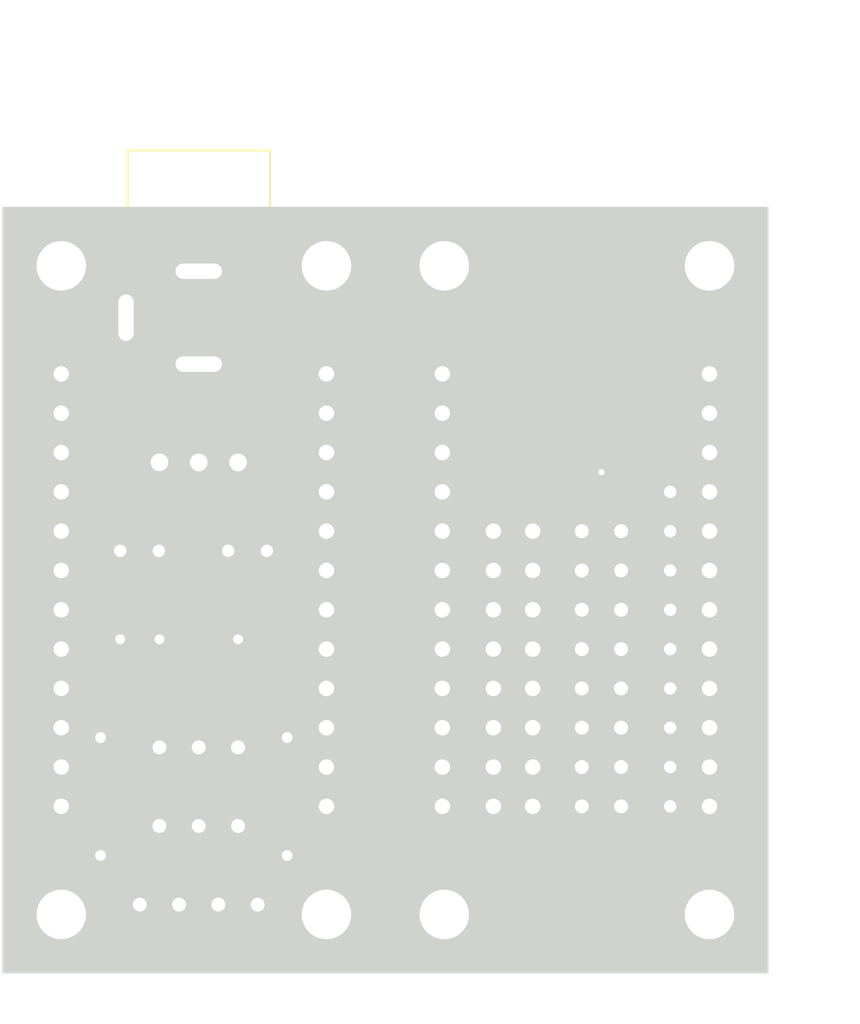
<source format=kicad_pcb>
(kicad_pcb (version 4) (host pcbnew 4.0.7+dfsg1-1~bpo9+1)

  (general
    (links 68)
    (no_connects 0)
    (area 0 0 0 0)
    (thickness 1.6)
    (drawings 19)
    (tracks 105)
    (zones 0)
    (modules 36)
    (nets 43)
  )

  (page A4)
  (layers
    (0 F.Cu signal)
    (31 B.Cu signal)
    (32 B.Adhes user)
    (33 F.Adhes user)
    (34 B.Paste user)
    (35 F.Paste user)
    (36 B.SilkS user hide)
    (37 F.SilkS user)
    (38 B.Mask user)
    (39 F.Mask user)
    (40 Dwgs.User user)
    (41 Cmts.User user)
    (42 Eco1.User user)
    (43 Eco2.User user)
    (44 Edge.Cuts user hide)
    (45 Margin user)
    (46 B.CrtYd user)
    (47 F.CrtYd user)
    (48 B.Fab user)
    (49 F.Fab user)
  )

  (setup
    (last_trace_width 0.25)
    (user_trace_width 0.5)
    (trace_clearance 0.2)
    (zone_clearance 0.508)
    (zone_45_only no)
    (trace_min 0.2)
    (segment_width 0.2)
    (edge_width 0.1)
    (via_size 0.6)
    (via_drill 0.4)
    (via_min_size 0.4)
    (via_min_drill 0.3)
    (uvia_size 0.3)
    (uvia_drill 0.1)
    (uvias_allowed no)
    (uvia_min_size 0.2)
    (uvia_min_drill 0.1)
    (pcb_text_width 0.3)
    (pcb_text_size 1.5 1.5)
    (mod_edge_width 0.15)
    (mod_text_size 1 1)
    (mod_text_width 0.15)
    (pad_size 1.5 1.5)
    (pad_drill 0.6)
    (pad_to_mask_clearance 0)
    (aux_axis_origin 0 0)
    (visible_elements FFFEFF7F)
    (pcbplotparams
      (layerselection 0x00030_80000001)
      (usegerberextensions false)
      (excludeedgelayer true)
      (linewidth 0.100000)
      (plotframeref false)
      (viasonmask false)
      (mode 1)
      (useauxorigin false)
      (hpglpennumber 1)
      (hpglpenspeed 20)
      (hpglpendiameter 15)
      (hpglpenoverlay 2)
      (psnegative false)
      (psa4output false)
      (plotreference true)
      (plotvalue true)
      (plotinvisibletext false)
      (padsonsilk false)
      (subtractmaskfromsilk false)
      (outputformat 1)
      (mirror false)
      (drillshape 1)
      (scaleselection 1)
      (outputdirectory ""))
  )

  (net 0 "")
  (net 1 /VIN)
  (net 2 /VCC)
  (net 3 Earth)
  (net 4 /L0)
  (net 5 /L1)
  (net 6 /L2)
  (net 7 /L3)
  (net 8 /L4)
  (net 9 /L5)
  (net 10 /L6)
  (net 11 /L7)
  (net 12 "Net-(D1-Pad2)")
  (net 13 "Net-(D2-Pad1)")
  (net 14 "Net-(D2-Pad2)")
  (net 15 "Net-(D3-Pad1)")
  (net 16 "Net-(D3-Pad2)")
  (net 17 "Net-(D4-Pad1)")
  (net 18 "Net-(D4-Pad2)")
  (net 19 "Net-(D5-Pad1)")
  (net 20 "Net-(D5-Pad2)")
  (net 21 "Net-(D6-Pad1)")
  (net 22 "Net-(D6-Pad2)")
  (net 23 "Net-(D7-Pad1)")
  (net 24 "Net-(D7-Pad2)")
  (net 25 "Net-(D8-Pad1)")
  (net 26 "Net-(D8-Pad2)")
  (net 27 "Net-(D9-Pad1)")
  (net 28 "Net-(D9-Pad2)")
  (net 29 /D0)
  (net 30 /D1)
  (net 31 /D2)
  (net 32 /D3)
  (net 33 /D4)
  (net 34 /D5)
  (net 35 /D6)
  (net 36 /D7)
  (net 37 /VIN2)
  (net 38 /VCC2)
  (net 39 /GND2)
  (net 40 "Net-(D10-Pad2)")
  (net 41 "Net-(SW1-Pad2)")
  (net 42 "Net-(J2-Pad2)")

  (net_class Default "This is the default net class."
    (clearance 0.2)
    (trace_width 0.25)
    (via_dia 0.6)
    (via_drill 0.4)
    (uvia_dia 0.3)
    (uvia_drill 0.1)
    (add_net /D0)
    (add_net /D1)
    (add_net /D2)
    (add_net /D3)
    (add_net /D4)
    (add_net /D5)
    (add_net /D6)
    (add_net /D7)
    (add_net /GND2)
    (add_net /L0)
    (add_net /L1)
    (add_net /L2)
    (add_net /L3)
    (add_net /L4)
    (add_net /L5)
    (add_net /L6)
    (add_net /L7)
    (add_net /VCC)
    (add_net /VCC2)
    (add_net /VIN)
    (add_net /VIN2)
    (add_net Earth)
    (add_net "Net-(D1-Pad2)")
    (add_net "Net-(D10-Pad2)")
    (add_net "Net-(D2-Pad1)")
    (add_net "Net-(D2-Pad2)")
    (add_net "Net-(D3-Pad1)")
    (add_net "Net-(D3-Pad2)")
    (add_net "Net-(D4-Pad1)")
    (add_net "Net-(D4-Pad2)")
    (add_net "Net-(D5-Pad1)")
    (add_net "Net-(D5-Pad2)")
    (add_net "Net-(D6-Pad1)")
    (add_net "Net-(D6-Pad2)")
    (add_net "Net-(D7-Pad1)")
    (add_net "Net-(D7-Pad2)")
    (add_net "Net-(D8-Pad1)")
    (add_net "Net-(D8-Pad2)")
    (add_net "Net-(D9-Pad1)")
    (add_net "Net-(D9-Pad2)")
    (add_net "Net-(J2-Pad2)")
    (add_net "Net-(SW1-Pad2)")
  )

  (module Mounting_Holes:MountingHole_3.2mm_M3 (layer F.Cu) (tedit 5AC3F278) (tstamp 5ACA4CBC)
    (at 128.27 86.36)
    (descr "Mounting Hole 3.2mm, no annular, M3")
    (tags "mounting hole 3.2mm no annular m3")
    (fp_text reference M3 (at 0 2.54) (layer F.Fab)
      (effects (font (size 1 1) (thickness 0.15)))
    )
    (fp_text value "" (at 0 4.2) (layer F.Fab) hide
      (effects (font (size 1 1) (thickness 0.15)))
    )
    (fp_circle (center 0 0) (end 3.2 0) (layer Cmts.User) (width 0.15))
    (fp_circle (center 0 0) (end 3.45 0) (layer F.CrtYd) (width 0.05))
    (pad 1 np_thru_hole circle (at 0 0) (size 3.2 3.2) (drill 3.2) (layers *.Cu *.Mask))
  )

  (module Mounting_Holes:MountingHole_3.2mm_M3 (layer F.Cu) (tedit 5AC3F27C) (tstamp 5ACA4CC9)
    (at 170.18 86.36)
    (descr "Mounting Hole 3.2mm, no annular, M3")
    (tags "mounting hole 3.2mm no annular m3")
    (fp_text reference M3 (at 0 2.54) (layer F.Fab)
      (effects (font (size 1 1) (thickness 0.15)))
    )
    (fp_text value "" (at 0 4.2) (layer F.Fab) hide
      (effects (font (size 1 1) (thickness 0.15)))
    )
    (fp_circle (center 0 0) (end 3.2 0) (layer Cmts.User) (width 0.15))
    (fp_circle (center 0 0) (end 3.45 0) (layer F.CrtYd) (width 0.05))
    (pad 1 np_thru_hole circle (at 0 0) (size 3.2 3.2) (drill 3.2) (layers *.Cu *.Mask))
  )

  (module Mounting_Holes:MountingHole_3.2mm_M3 (layer F.Cu) (tedit 5AC3E0EB) (tstamp 5ACA4CD6)
    (at 170.18 128.27)
    (descr "Mounting Hole 3.2mm, no annular, M3")
    (tags "mounting hole 3.2mm no annular m3")
    (fp_text reference "" (at 0 -4.2) (layer F.SilkS) hide
      (effects (font (size 1 1) (thickness 0.15)))
    )
    (fp_text value M3 (at 0 2.54) (layer F.Fab)
      (effects (font (size 1 1) (thickness 0.15)))
    )
    (fp_circle (center 0 0) (end 3.2 0) (layer Cmts.User) (width 0.15))
    (fp_circle (center 0 0) (end 3.45 0) (layer F.CrtYd) (width 0.05))
    (pad 1 np_thru_hole circle (at 0 0) (size 3.2 3.2) (drill 3.2) (layers *.Cu *.Mask))
  )

  (module Mounting_Holes:MountingHole_3.2mm_M3 (layer F.Cu) (tedit 5AC3E0E7) (tstamp 5ACA4CE3)
    (at 128.27 128.27)
    (descr "Mounting Hole 3.2mm, no annular, M3")
    (tags "mounting hole 3.2mm no annular m3")
    (fp_text reference "" (at 0 -4.2) (layer F.SilkS) hide
      (effects (font (size 1 1) (thickness 0.15)))
    )
    (fp_text value M3 (at 0 2.54) (layer F.Fab)
      (effects (font (size 1 1) (thickness 0.15)))
    )
    (fp_circle (center 0 0) (end 3.2 0) (layer Cmts.User) (width 0.15))
    (fp_circle (center 0 0) (end 3.45 0) (layer F.CrtYd) (width 0.05))
    (pad 1 np_thru_hole circle (at 0 0) (size 3.2 3.2) (drill 3.2) (layers *.Cu *.Mask))
  )

  (module Pin_Headers:Pin_Header_Straight_1x12_Pitch2.54mm (layer F.Cu) (tedit 59650532) (tstamp 5AC3D654)
    (at 128.27 93.345)
    (descr "Through hole straight pin header, 1x12, 2.54mm pitch, single row")
    (tags "Through hole pin header THT 1x12 2.54mm single row")
    (path /5AC3D559)
    (fp_text reference I1 (at 0 -2.33) (layer F.SilkS)
      (effects (font (size 1 1) (thickness 0.15)))
    )
    (fp_text value Input (at 0 30.27) (layer F.Fab)
      (effects (font (size 1 1) (thickness 0.15)))
    )
    (fp_line (start -0.635 -1.27) (end 1.27 -1.27) (layer F.Fab) (width 0.1))
    (fp_line (start 1.27 -1.27) (end 1.27 29.21) (layer F.Fab) (width 0.1))
    (fp_line (start 1.27 29.21) (end -1.27 29.21) (layer F.Fab) (width 0.1))
    (fp_line (start -1.27 29.21) (end -1.27 -0.635) (layer F.Fab) (width 0.1))
    (fp_line (start -1.27 -0.635) (end -0.635 -1.27) (layer F.Fab) (width 0.1))
    (fp_line (start -1.33 29.27) (end 1.33 29.27) (layer F.SilkS) (width 0.12))
    (fp_line (start -1.33 1.27) (end -1.33 29.27) (layer F.SilkS) (width 0.12))
    (fp_line (start 1.33 1.27) (end 1.33 29.27) (layer F.SilkS) (width 0.12))
    (fp_line (start -1.33 1.27) (end 1.33 1.27) (layer F.SilkS) (width 0.12))
    (fp_line (start -1.33 0) (end -1.33 -1.33) (layer F.SilkS) (width 0.12))
    (fp_line (start -1.33 -1.33) (end 0 -1.33) (layer F.SilkS) (width 0.12))
    (fp_line (start -1.8 -1.8) (end -1.8 29.75) (layer F.CrtYd) (width 0.05))
    (fp_line (start -1.8 29.75) (end 1.8 29.75) (layer F.CrtYd) (width 0.05))
    (fp_line (start 1.8 29.75) (end 1.8 -1.8) (layer F.CrtYd) (width 0.05))
    (fp_line (start 1.8 -1.8) (end -1.8 -1.8) (layer F.CrtYd) (width 0.05))
    (fp_text user %R (at 0 13.97 90) (layer F.Fab)
      (effects (font (size 1 1) (thickness 0.15)))
    )
    (pad 1 thru_hole rect (at 0 0) (size 1.7 1.7) (drill 1) (layers *.Cu *.Mask)
      (net 1 /VIN))
    (pad 2 thru_hole oval (at 0 2.54) (size 1.7 1.7) (drill 1) (layers *.Cu *.Mask)
      (net 2 /VCC))
    (pad 3 thru_hole oval (at 0 5.08) (size 1.7 1.7) (drill 1) (layers *.Cu *.Mask)
      (net 3 Earth))
    (pad 4 thru_hole oval (at 0 7.62) (size 1.7 1.7) (drill 1) (layers *.Cu *.Mask))
    (pad 5 thru_hole oval (at 0 10.16) (size 1.7 1.7) (drill 1) (layers *.Cu *.Mask)
      (net 4 /L0))
    (pad 6 thru_hole oval (at 0 12.7) (size 1.7 1.7) (drill 1) (layers *.Cu *.Mask)
      (net 5 /L1))
    (pad 7 thru_hole oval (at 0 15.24) (size 1.7 1.7) (drill 1) (layers *.Cu *.Mask)
      (net 6 /L2))
    (pad 8 thru_hole oval (at 0 17.78) (size 1.7 1.7) (drill 1) (layers *.Cu *.Mask)
      (net 7 /L3))
    (pad 9 thru_hole oval (at 0 20.32) (size 1.7 1.7) (drill 1) (layers *.Cu *.Mask)
      (net 8 /L4))
    (pad 10 thru_hole oval (at 0 22.86) (size 1.7 1.7) (drill 1) (layers *.Cu *.Mask)
      (net 9 /L5))
    (pad 11 thru_hole oval (at 0 25.4) (size 1.7 1.7) (drill 1) (layers *.Cu *.Mask)
      (net 10 /L6))
    (pad 12 thru_hole oval (at 0 27.94) (size 1.7 1.7) (drill 1) (layers *.Cu *.Mask)
      (net 11 /L7))
    (model ${KISYS3DMOD}/Pin_Headers.3dshapes/Pin_Header_Straight_1x12_Pitch2.54mm.wrl
      (at (xyz 0 0 0))
      (scale (xyz 1 1 1))
      (rotate (xyz 0 0 0))
    )
  )

  (module Socket_Strips:Socket_Strip_Straight_1x12_Pitch2.54mm (layer F.Cu) (tedit 58CD5446) (tstamp 5AC3D673)
    (at 145.415 93.345)
    (descr "Through hole straight socket strip, 1x12, 2.54mm pitch, single row")
    (tags "Through hole socket strip THT 1x12 2.54mm single row")
    (path /5AC3D61D)
    (fp_text reference O1 (at 0 -2.33) (layer F.SilkS)
      (effects (font (size 1 1) (thickness 0.15)))
    )
    (fp_text value Output (at 0 30.27) (layer F.Fab)
      (effects (font (size 1 1) (thickness 0.15)))
    )
    (fp_line (start -1.27 -1.27) (end -1.27 29.21) (layer F.Fab) (width 0.1))
    (fp_line (start -1.27 29.21) (end 1.27 29.21) (layer F.Fab) (width 0.1))
    (fp_line (start 1.27 29.21) (end 1.27 -1.27) (layer F.Fab) (width 0.1))
    (fp_line (start 1.27 -1.27) (end -1.27 -1.27) (layer F.Fab) (width 0.1))
    (fp_line (start -1.33 1.27) (end -1.33 29.27) (layer F.SilkS) (width 0.12))
    (fp_line (start -1.33 29.27) (end 1.33 29.27) (layer F.SilkS) (width 0.12))
    (fp_line (start 1.33 29.27) (end 1.33 1.27) (layer F.SilkS) (width 0.12))
    (fp_line (start 1.33 1.27) (end -1.33 1.27) (layer F.SilkS) (width 0.12))
    (fp_line (start -1.33 0) (end -1.33 -1.33) (layer F.SilkS) (width 0.12))
    (fp_line (start -1.33 -1.33) (end 0 -1.33) (layer F.SilkS) (width 0.12))
    (fp_line (start -1.8 -1.8) (end -1.8 29.75) (layer F.CrtYd) (width 0.05))
    (fp_line (start -1.8 29.75) (end 1.8 29.75) (layer F.CrtYd) (width 0.05))
    (fp_line (start 1.8 29.75) (end 1.8 -1.8) (layer F.CrtYd) (width 0.05))
    (fp_line (start 1.8 -1.8) (end -1.8 -1.8) (layer F.CrtYd) (width 0.05))
    (fp_text user %R (at 0 -2.33) (layer F.Fab)
      (effects (font (size 1 1) (thickness 0.15)))
    )
    (pad 1 thru_hole rect (at 0 0) (size 1.7 1.7) (drill 1) (layers *.Cu *.Mask)
      (net 1 /VIN))
    (pad 2 thru_hole oval (at 0 2.54) (size 1.7 1.7) (drill 1) (layers *.Cu *.Mask)
      (net 2 /VCC))
    (pad 3 thru_hole oval (at 0 5.08) (size 1.7 1.7) (drill 1) (layers *.Cu *.Mask)
      (net 3 Earth))
    (pad 4 thru_hole oval (at 0 7.62) (size 1.7 1.7) (drill 1) (layers *.Cu *.Mask))
    (pad 5 thru_hole oval (at 0 10.16) (size 1.7 1.7) (drill 1) (layers *.Cu *.Mask)
      (net 4 /L0))
    (pad 6 thru_hole oval (at 0 12.7) (size 1.7 1.7) (drill 1) (layers *.Cu *.Mask)
      (net 5 /L1))
    (pad 7 thru_hole oval (at 0 15.24) (size 1.7 1.7) (drill 1) (layers *.Cu *.Mask)
      (net 6 /L2))
    (pad 8 thru_hole oval (at 0 17.78) (size 1.7 1.7) (drill 1) (layers *.Cu *.Mask)
      (net 7 /L3))
    (pad 9 thru_hole oval (at 0 20.32) (size 1.7 1.7) (drill 1) (layers *.Cu *.Mask)
      (net 8 /L4))
    (pad 10 thru_hole oval (at 0 22.86) (size 1.7 1.7) (drill 1) (layers *.Cu *.Mask)
      (net 9 /L5))
    (pad 11 thru_hole oval (at 0 25.4) (size 1.7 1.7) (drill 1) (layers *.Cu *.Mask)
      (net 10 /L6))
    (pad 12 thru_hole oval (at 0 27.94) (size 1.7 1.7) (drill 1) (layers *.Cu *.Mask)
      (net 11 /L7))
    (model ${KISYS3DMOD}/Socket_Strips.3dshapes/Socket_Strip_Straight_1x12_Pitch2.54mm.wrl
      (at (xyz 0 -0.55 0))
      (scale (xyz 1 1 1))
      (rotate (xyz 0 0 270))
    )
  )

  (module Capacitors_THT:CP_Radial_D6.3mm_P2.50mm (layer F.Cu) (tedit 597BC7C2) (tstamp 5AC3DDCD)
    (at 132.08 104.775)
    (descr "CP, Radial series, Radial, pin pitch=2.50mm, , diameter=6.3mm, Electrolytic Capacitor")
    (tags "CP Radial series Radial pin pitch 2.50mm  diameter 6.3mm Electrolytic Capacitor")
    (path /5AC3DA90)
    (fp_text reference .47uF1 (at 1.25 -4.46) (layer F.SilkS)
      (effects (font (size 1 1) (thickness 0.15)))
    )
    (fp_text value C (at 1.25 4.46) (layer F.Fab)
      (effects (font (size 1 1) (thickness 0.15)))
    )
    (fp_arc (start 1.25 0) (end -1.767482 -1.18) (angle 137.3) (layer F.SilkS) (width 0.12))
    (fp_arc (start 1.25 0) (end -1.767482 1.18) (angle -137.3) (layer F.SilkS) (width 0.12))
    (fp_arc (start 1.25 0) (end 4.267482 -1.18) (angle 42.7) (layer F.SilkS) (width 0.12))
    (fp_circle (center 1.25 0) (end 4.4 0) (layer F.Fab) (width 0.1))
    (fp_line (start -2.2 0) (end -1 0) (layer F.Fab) (width 0.1))
    (fp_line (start -1.6 -0.65) (end -1.6 0.65) (layer F.Fab) (width 0.1))
    (fp_line (start 1.25 -3.2) (end 1.25 3.2) (layer F.SilkS) (width 0.12))
    (fp_line (start 1.29 -3.2) (end 1.29 3.2) (layer F.SilkS) (width 0.12))
    (fp_line (start 1.33 -3.2) (end 1.33 3.2) (layer F.SilkS) (width 0.12))
    (fp_line (start 1.37 -3.198) (end 1.37 3.198) (layer F.SilkS) (width 0.12))
    (fp_line (start 1.41 -3.197) (end 1.41 3.197) (layer F.SilkS) (width 0.12))
    (fp_line (start 1.45 -3.194) (end 1.45 3.194) (layer F.SilkS) (width 0.12))
    (fp_line (start 1.49 -3.192) (end 1.49 3.192) (layer F.SilkS) (width 0.12))
    (fp_line (start 1.53 -3.188) (end 1.53 -0.98) (layer F.SilkS) (width 0.12))
    (fp_line (start 1.53 0.98) (end 1.53 3.188) (layer F.SilkS) (width 0.12))
    (fp_line (start 1.57 -3.185) (end 1.57 -0.98) (layer F.SilkS) (width 0.12))
    (fp_line (start 1.57 0.98) (end 1.57 3.185) (layer F.SilkS) (width 0.12))
    (fp_line (start 1.61 -3.18) (end 1.61 -0.98) (layer F.SilkS) (width 0.12))
    (fp_line (start 1.61 0.98) (end 1.61 3.18) (layer F.SilkS) (width 0.12))
    (fp_line (start 1.65 -3.176) (end 1.65 -0.98) (layer F.SilkS) (width 0.12))
    (fp_line (start 1.65 0.98) (end 1.65 3.176) (layer F.SilkS) (width 0.12))
    (fp_line (start 1.69 -3.17) (end 1.69 -0.98) (layer F.SilkS) (width 0.12))
    (fp_line (start 1.69 0.98) (end 1.69 3.17) (layer F.SilkS) (width 0.12))
    (fp_line (start 1.73 -3.165) (end 1.73 -0.98) (layer F.SilkS) (width 0.12))
    (fp_line (start 1.73 0.98) (end 1.73 3.165) (layer F.SilkS) (width 0.12))
    (fp_line (start 1.77 -3.158) (end 1.77 -0.98) (layer F.SilkS) (width 0.12))
    (fp_line (start 1.77 0.98) (end 1.77 3.158) (layer F.SilkS) (width 0.12))
    (fp_line (start 1.81 -3.152) (end 1.81 -0.98) (layer F.SilkS) (width 0.12))
    (fp_line (start 1.81 0.98) (end 1.81 3.152) (layer F.SilkS) (width 0.12))
    (fp_line (start 1.85 -3.144) (end 1.85 -0.98) (layer F.SilkS) (width 0.12))
    (fp_line (start 1.85 0.98) (end 1.85 3.144) (layer F.SilkS) (width 0.12))
    (fp_line (start 1.89 -3.137) (end 1.89 -0.98) (layer F.SilkS) (width 0.12))
    (fp_line (start 1.89 0.98) (end 1.89 3.137) (layer F.SilkS) (width 0.12))
    (fp_line (start 1.93 -3.128) (end 1.93 -0.98) (layer F.SilkS) (width 0.12))
    (fp_line (start 1.93 0.98) (end 1.93 3.128) (layer F.SilkS) (width 0.12))
    (fp_line (start 1.971 -3.119) (end 1.971 -0.98) (layer F.SilkS) (width 0.12))
    (fp_line (start 1.971 0.98) (end 1.971 3.119) (layer F.SilkS) (width 0.12))
    (fp_line (start 2.011 -3.11) (end 2.011 -0.98) (layer F.SilkS) (width 0.12))
    (fp_line (start 2.011 0.98) (end 2.011 3.11) (layer F.SilkS) (width 0.12))
    (fp_line (start 2.051 -3.1) (end 2.051 -0.98) (layer F.SilkS) (width 0.12))
    (fp_line (start 2.051 0.98) (end 2.051 3.1) (layer F.SilkS) (width 0.12))
    (fp_line (start 2.091 -3.09) (end 2.091 -0.98) (layer F.SilkS) (width 0.12))
    (fp_line (start 2.091 0.98) (end 2.091 3.09) (layer F.SilkS) (width 0.12))
    (fp_line (start 2.131 -3.079) (end 2.131 -0.98) (layer F.SilkS) (width 0.12))
    (fp_line (start 2.131 0.98) (end 2.131 3.079) (layer F.SilkS) (width 0.12))
    (fp_line (start 2.171 -3.067) (end 2.171 -0.98) (layer F.SilkS) (width 0.12))
    (fp_line (start 2.171 0.98) (end 2.171 3.067) (layer F.SilkS) (width 0.12))
    (fp_line (start 2.211 -3.055) (end 2.211 -0.98) (layer F.SilkS) (width 0.12))
    (fp_line (start 2.211 0.98) (end 2.211 3.055) (layer F.SilkS) (width 0.12))
    (fp_line (start 2.251 -3.042) (end 2.251 -0.98) (layer F.SilkS) (width 0.12))
    (fp_line (start 2.251 0.98) (end 2.251 3.042) (layer F.SilkS) (width 0.12))
    (fp_line (start 2.291 -3.029) (end 2.291 -0.98) (layer F.SilkS) (width 0.12))
    (fp_line (start 2.291 0.98) (end 2.291 3.029) (layer F.SilkS) (width 0.12))
    (fp_line (start 2.331 -3.015) (end 2.331 -0.98) (layer F.SilkS) (width 0.12))
    (fp_line (start 2.331 0.98) (end 2.331 3.015) (layer F.SilkS) (width 0.12))
    (fp_line (start 2.371 -3.001) (end 2.371 -0.98) (layer F.SilkS) (width 0.12))
    (fp_line (start 2.371 0.98) (end 2.371 3.001) (layer F.SilkS) (width 0.12))
    (fp_line (start 2.411 -2.986) (end 2.411 -0.98) (layer F.SilkS) (width 0.12))
    (fp_line (start 2.411 0.98) (end 2.411 2.986) (layer F.SilkS) (width 0.12))
    (fp_line (start 2.451 -2.97) (end 2.451 -0.98) (layer F.SilkS) (width 0.12))
    (fp_line (start 2.451 0.98) (end 2.451 2.97) (layer F.SilkS) (width 0.12))
    (fp_line (start 2.491 -2.954) (end 2.491 -0.98) (layer F.SilkS) (width 0.12))
    (fp_line (start 2.491 0.98) (end 2.491 2.954) (layer F.SilkS) (width 0.12))
    (fp_line (start 2.531 -2.937) (end 2.531 -0.98) (layer F.SilkS) (width 0.12))
    (fp_line (start 2.531 0.98) (end 2.531 2.937) (layer F.SilkS) (width 0.12))
    (fp_line (start 2.571 -2.919) (end 2.571 -0.98) (layer F.SilkS) (width 0.12))
    (fp_line (start 2.571 0.98) (end 2.571 2.919) (layer F.SilkS) (width 0.12))
    (fp_line (start 2.611 -2.901) (end 2.611 -0.98) (layer F.SilkS) (width 0.12))
    (fp_line (start 2.611 0.98) (end 2.611 2.901) (layer F.SilkS) (width 0.12))
    (fp_line (start 2.651 -2.882) (end 2.651 -0.98) (layer F.SilkS) (width 0.12))
    (fp_line (start 2.651 0.98) (end 2.651 2.882) (layer F.SilkS) (width 0.12))
    (fp_line (start 2.691 -2.863) (end 2.691 -0.98) (layer F.SilkS) (width 0.12))
    (fp_line (start 2.691 0.98) (end 2.691 2.863) (layer F.SilkS) (width 0.12))
    (fp_line (start 2.731 -2.843) (end 2.731 -0.98) (layer F.SilkS) (width 0.12))
    (fp_line (start 2.731 0.98) (end 2.731 2.843) (layer F.SilkS) (width 0.12))
    (fp_line (start 2.771 -2.822) (end 2.771 -0.98) (layer F.SilkS) (width 0.12))
    (fp_line (start 2.771 0.98) (end 2.771 2.822) (layer F.SilkS) (width 0.12))
    (fp_line (start 2.811 -2.8) (end 2.811 -0.98) (layer F.SilkS) (width 0.12))
    (fp_line (start 2.811 0.98) (end 2.811 2.8) (layer F.SilkS) (width 0.12))
    (fp_line (start 2.851 -2.778) (end 2.851 -0.98) (layer F.SilkS) (width 0.12))
    (fp_line (start 2.851 0.98) (end 2.851 2.778) (layer F.SilkS) (width 0.12))
    (fp_line (start 2.891 -2.755) (end 2.891 -0.98) (layer F.SilkS) (width 0.12))
    (fp_line (start 2.891 0.98) (end 2.891 2.755) (layer F.SilkS) (width 0.12))
    (fp_line (start 2.931 -2.731) (end 2.931 -0.98) (layer F.SilkS) (width 0.12))
    (fp_line (start 2.931 0.98) (end 2.931 2.731) (layer F.SilkS) (width 0.12))
    (fp_line (start 2.971 -2.706) (end 2.971 -0.98) (layer F.SilkS) (width 0.12))
    (fp_line (start 2.971 0.98) (end 2.971 2.706) (layer F.SilkS) (width 0.12))
    (fp_line (start 3.011 -2.681) (end 3.011 -0.98) (layer F.SilkS) (width 0.12))
    (fp_line (start 3.011 0.98) (end 3.011 2.681) (layer F.SilkS) (width 0.12))
    (fp_line (start 3.051 -2.654) (end 3.051 -0.98) (layer F.SilkS) (width 0.12))
    (fp_line (start 3.051 0.98) (end 3.051 2.654) (layer F.SilkS) (width 0.12))
    (fp_line (start 3.091 -2.627) (end 3.091 -0.98) (layer F.SilkS) (width 0.12))
    (fp_line (start 3.091 0.98) (end 3.091 2.627) (layer F.SilkS) (width 0.12))
    (fp_line (start 3.131 -2.599) (end 3.131 -0.98) (layer F.SilkS) (width 0.12))
    (fp_line (start 3.131 0.98) (end 3.131 2.599) (layer F.SilkS) (width 0.12))
    (fp_line (start 3.171 -2.57) (end 3.171 -0.98) (layer F.SilkS) (width 0.12))
    (fp_line (start 3.171 0.98) (end 3.171 2.57) (layer F.SilkS) (width 0.12))
    (fp_line (start 3.211 -2.54) (end 3.211 -0.98) (layer F.SilkS) (width 0.12))
    (fp_line (start 3.211 0.98) (end 3.211 2.54) (layer F.SilkS) (width 0.12))
    (fp_line (start 3.251 -2.51) (end 3.251 -0.98) (layer F.SilkS) (width 0.12))
    (fp_line (start 3.251 0.98) (end 3.251 2.51) (layer F.SilkS) (width 0.12))
    (fp_line (start 3.291 -2.478) (end 3.291 -0.98) (layer F.SilkS) (width 0.12))
    (fp_line (start 3.291 0.98) (end 3.291 2.478) (layer F.SilkS) (width 0.12))
    (fp_line (start 3.331 -2.445) (end 3.331 -0.98) (layer F.SilkS) (width 0.12))
    (fp_line (start 3.331 0.98) (end 3.331 2.445) (layer F.SilkS) (width 0.12))
    (fp_line (start 3.371 -2.411) (end 3.371 -0.98) (layer F.SilkS) (width 0.12))
    (fp_line (start 3.371 0.98) (end 3.371 2.411) (layer F.SilkS) (width 0.12))
    (fp_line (start 3.411 -2.375) (end 3.411 -0.98) (layer F.SilkS) (width 0.12))
    (fp_line (start 3.411 0.98) (end 3.411 2.375) (layer F.SilkS) (width 0.12))
    (fp_line (start 3.451 -2.339) (end 3.451 -0.98) (layer F.SilkS) (width 0.12))
    (fp_line (start 3.451 0.98) (end 3.451 2.339) (layer F.SilkS) (width 0.12))
    (fp_line (start 3.491 -2.301) (end 3.491 2.301) (layer F.SilkS) (width 0.12))
    (fp_line (start 3.531 -2.262) (end 3.531 2.262) (layer F.SilkS) (width 0.12))
    (fp_line (start 3.571 -2.222) (end 3.571 2.222) (layer F.SilkS) (width 0.12))
    (fp_line (start 3.611 -2.18) (end 3.611 2.18) (layer F.SilkS) (width 0.12))
    (fp_line (start 3.651 -2.137) (end 3.651 2.137) (layer F.SilkS) (width 0.12))
    (fp_line (start 3.691 -2.092) (end 3.691 2.092) (layer F.SilkS) (width 0.12))
    (fp_line (start 3.731 -2.045) (end 3.731 2.045) (layer F.SilkS) (width 0.12))
    (fp_line (start 3.771 -1.997) (end 3.771 1.997) (layer F.SilkS) (width 0.12))
    (fp_line (start 3.811 -1.946) (end 3.811 1.946) (layer F.SilkS) (width 0.12))
    (fp_line (start 3.851 -1.894) (end 3.851 1.894) (layer F.SilkS) (width 0.12))
    (fp_line (start 3.891 -1.839) (end 3.891 1.839) (layer F.SilkS) (width 0.12))
    (fp_line (start 3.931 -1.781) (end 3.931 1.781) (layer F.SilkS) (width 0.12))
    (fp_line (start 3.971 -1.721) (end 3.971 1.721) (layer F.SilkS) (width 0.12))
    (fp_line (start 4.011 -1.658) (end 4.011 1.658) (layer F.SilkS) (width 0.12))
    (fp_line (start 4.051 -1.591) (end 4.051 1.591) (layer F.SilkS) (width 0.12))
    (fp_line (start 4.091 -1.52) (end 4.091 1.52) (layer F.SilkS) (width 0.12))
    (fp_line (start 4.131 -1.445) (end 4.131 1.445) (layer F.SilkS) (width 0.12))
    (fp_line (start 4.171 -1.364) (end 4.171 1.364) (layer F.SilkS) (width 0.12))
    (fp_line (start 4.211 -1.278) (end 4.211 1.278) (layer F.SilkS) (width 0.12))
    (fp_line (start 4.251 -1.184) (end 4.251 1.184) (layer F.SilkS) (width 0.12))
    (fp_line (start 4.291 -1.081) (end 4.291 1.081) (layer F.SilkS) (width 0.12))
    (fp_line (start 4.331 -0.966) (end 4.331 0.966) (layer F.SilkS) (width 0.12))
    (fp_line (start 4.371 -0.834) (end 4.371 0.834) (layer F.SilkS) (width 0.12))
    (fp_line (start 4.411 -0.676) (end 4.411 0.676) (layer F.SilkS) (width 0.12))
    (fp_line (start 4.451 -0.468) (end 4.451 0.468) (layer F.SilkS) (width 0.12))
    (fp_line (start -2.2 0) (end -1 0) (layer F.SilkS) (width 0.12))
    (fp_line (start -1.6 -0.65) (end -1.6 0.65) (layer F.SilkS) (width 0.12))
    (fp_line (start -2.25 -3.5) (end -2.25 3.5) (layer F.CrtYd) (width 0.05))
    (fp_line (start -2.25 3.5) (end 4.75 3.5) (layer F.CrtYd) (width 0.05))
    (fp_line (start 4.75 3.5) (end 4.75 -3.5) (layer F.CrtYd) (width 0.05))
    (fp_line (start 4.75 -3.5) (end -2.25 -3.5) (layer F.CrtYd) (width 0.05))
    (fp_text user %R (at 1.25 0) (layer F.Fab)
      (effects (font (size 1 1) (thickness 0.15)))
    )
    (pad 1 thru_hole rect (at 0 0) (size 1.6 1.6) (drill 0.8) (layers *.Cu *.Mask)
      (net 1 /VIN))
    (pad 2 thru_hole circle (at 2.5 0) (size 1.6 1.6) (drill 0.8) (layers *.Cu *.Mask)
      (net 3 Earth))
    (model ${KISYS3DMOD}/Capacitors_THT.3dshapes/CP_Radial_D6.3mm_P2.50mm.wrl
      (at (xyz 0 0 0))
      (scale (xyz 1 1 1))
      (rotate (xyz 0 0 0))
    )
  )

  (module Capacitors_THT:CP_Radial_D6.3mm_P2.50mm (layer F.Cu) (tedit 597BC7C2) (tstamp 5AC3DE62)
    (at 139.065 104.775)
    (descr "CP, Radial series, Radial, pin pitch=2.50mm, , diameter=6.3mm, Electrolytic Capacitor")
    (tags "CP Radial series Radial pin pitch 2.50mm  diameter 6.3mm Electrolytic Capacitor")
    (path /5AC3DAAD)
    (fp_text reference 100nF1 (at 1.25 -4.46) (layer F.SilkS)
      (effects (font (size 1 1) (thickness 0.15)))
    )
    (fp_text value C (at 1.25 4.46) (layer F.Fab)
      (effects (font (size 1 1) (thickness 0.15)))
    )
    (fp_arc (start 1.25 0) (end -1.767482 -1.18) (angle 137.3) (layer F.SilkS) (width 0.12))
    (fp_arc (start 1.25 0) (end -1.767482 1.18) (angle -137.3) (layer F.SilkS) (width 0.12))
    (fp_arc (start 1.25 0) (end 4.267482 -1.18) (angle 42.7) (layer F.SilkS) (width 0.12))
    (fp_circle (center 1.25 0) (end 4.4 0) (layer F.Fab) (width 0.1))
    (fp_line (start -2.2 0) (end -1 0) (layer F.Fab) (width 0.1))
    (fp_line (start -1.6 -0.65) (end -1.6 0.65) (layer F.Fab) (width 0.1))
    (fp_line (start 1.25 -3.2) (end 1.25 3.2) (layer F.SilkS) (width 0.12))
    (fp_line (start 1.29 -3.2) (end 1.29 3.2) (layer F.SilkS) (width 0.12))
    (fp_line (start 1.33 -3.2) (end 1.33 3.2) (layer F.SilkS) (width 0.12))
    (fp_line (start 1.37 -3.198) (end 1.37 3.198) (layer F.SilkS) (width 0.12))
    (fp_line (start 1.41 -3.197) (end 1.41 3.197) (layer F.SilkS) (width 0.12))
    (fp_line (start 1.45 -3.194) (end 1.45 3.194) (layer F.SilkS) (width 0.12))
    (fp_line (start 1.49 -3.192) (end 1.49 3.192) (layer F.SilkS) (width 0.12))
    (fp_line (start 1.53 -3.188) (end 1.53 -0.98) (layer F.SilkS) (width 0.12))
    (fp_line (start 1.53 0.98) (end 1.53 3.188) (layer F.SilkS) (width 0.12))
    (fp_line (start 1.57 -3.185) (end 1.57 -0.98) (layer F.SilkS) (width 0.12))
    (fp_line (start 1.57 0.98) (end 1.57 3.185) (layer F.SilkS) (width 0.12))
    (fp_line (start 1.61 -3.18) (end 1.61 -0.98) (layer F.SilkS) (width 0.12))
    (fp_line (start 1.61 0.98) (end 1.61 3.18) (layer F.SilkS) (width 0.12))
    (fp_line (start 1.65 -3.176) (end 1.65 -0.98) (layer F.SilkS) (width 0.12))
    (fp_line (start 1.65 0.98) (end 1.65 3.176) (layer F.SilkS) (width 0.12))
    (fp_line (start 1.69 -3.17) (end 1.69 -0.98) (layer F.SilkS) (width 0.12))
    (fp_line (start 1.69 0.98) (end 1.69 3.17) (layer F.SilkS) (width 0.12))
    (fp_line (start 1.73 -3.165) (end 1.73 -0.98) (layer F.SilkS) (width 0.12))
    (fp_line (start 1.73 0.98) (end 1.73 3.165) (layer F.SilkS) (width 0.12))
    (fp_line (start 1.77 -3.158) (end 1.77 -0.98) (layer F.SilkS) (width 0.12))
    (fp_line (start 1.77 0.98) (end 1.77 3.158) (layer F.SilkS) (width 0.12))
    (fp_line (start 1.81 -3.152) (end 1.81 -0.98) (layer F.SilkS) (width 0.12))
    (fp_line (start 1.81 0.98) (end 1.81 3.152) (layer F.SilkS) (width 0.12))
    (fp_line (start 1.85 -3.144) (end 1.85 -0.98) (layer F.SilkS) (width 0.12))
    (fp_line (start 1.85 0.98) (end 1.85 3.144) (layer F.SilkS) (width 0.12))
    (fp_line (start 1.89 -3.137) (end 1.89 -0.98) (layer F.SilkS) (width 0.12))
    (fp_line (start 1.89 0.98) (end 1.89 3.137) (layer F.SilkS) (width 0.12))
    (fp_line (start 1.93 -3.128) (end 1.93 -0.98) (layer F.SilkS) (width 0.12))
    (fp_line (start 1.93 0.98) (end 1.93 3.128) (layer F.SilkS) (width 0.12))
    (fp_line (start 1.971 -3.119) (end 1.971 -0.98) (layer F.SilkS) (width 0.12))
    (fp_line (start 1.971 0.98) (end 1.971 3.119) (layer F.SilkS) (width 0.12))
    (fp_line (start 2.011 -3.11) (end 2.011 -0.98) (layer F.SilkS) (width 0.12))
    (fp_line (start 2.011 0.98) (end 2.011 3.11) (layer F.SilkS) (width 0.12))
    (fp_line (start 2.051 -3.1) (end 2.051 -0.98) (layer F.SilkS) (width 0.12))
    (fp_line (start 2.051 0.98) (end 2.051 3.1) (layer F.SilkS) (width 0.12))
    (fp_line (start 2.091 -3.09) (end 2.091 -0.98) (layer F.SilkS) (width 0.12))
    (fp_line (start 2.091 0.98) (end 2.091 3.09) (layer F.SilkS) (width 0.12))
    (fp_line (start 2.131 -3.079) (end 2.131 -0.98) (layer F.SilkS) (width 0.12))
    (fp_line (start 2.131 0.98) (end 2.131 3.079) (layer F.SilkS) (width 0.12))
    (fp_line (start 2.171 -3.067) (end 2.171 -0.98) (layer F.SilkS) (width 0.12))
    (fp_line (start 2.171 0.98) (end 2.171 3.067) (layer F.SilkS) (width 0.12))
    (fp_line (start 2.211 -3.055) (end 2.211 -0.98) (layer F.SilkS) (width 0.12))
    (fp_line (start 2.211 0.98) (end 2.211 3.055) (layer F.SilkS) (width 0.12))
    (fp_line (start 2.251 -3.042) (end 2.251 -0.98) (layer F.SilkS) (width 0.12))
    (fp_line (start 2.251 0.98) (end 2.251 3.042) (layer F.SilkS) (width 0.12))
    (fp_line (start 2.291 -3.029) (end 2.291 -0.98) (layer F.SilkS) (width 0.12))
    (fp_line (start 2.291 0.98) (end 2.291 3.029) (layer F.SilkS) (width 0.12))
    (fp_line (start 2.331 -3.015) (end 2.331 -0.98) (layer F.SilkS) (width 0.12))
    (fp_line (start 2.331 0.98) (end 2.331 3.015) (layer F.SilkS) (width 0.12))
    (fp_line (start 2.371 -3.001) (end 2.371 -0.98) (layer F.SilkS) (width 0.12))
    (fp_line (start 2.371 0.98) (end 2.371 3.001) (layer F.SilkS) (width 0.12))
    (fp_line (start 2.411 -2.986) (end 2.411 -0.98) (layer F.SilkS) (width 0.12))
    (fp_line (start 2.411 0.98) (end 2.411 2.986) (layer F.SilkS) (width 0.12))
    (fp_line (start 2.451 -2.97) (end 2.451 -0.98) (layer F.SilkS) (width 0.12))
    (fp_line (start 2.451 0.98) (end 2.451 2.97) (layer F.SilkS) (width 0.12))
    (fp_line (start 2.491 -2.954) (end 2.491 -0.98) (layer F.SilkS) (width 0.12))
    (fp_line (start 2.491 0.98) (end 2.491 2.954) (layer F.SilkS) (width 0.12))
    (fp_line (start 2.531 -2.937) (end 2.531 -0.98) (layer F.SilkS) (width 0.12))
    (fp_line (start 2.531 0.98) (end 2.531 2.937) (layer F.SilkS) (width 0.12))
    (fp_line (start 2.571 -2.919) (end 2.571 -0.98) (layer F.SilkS) (width 0.12))
    (fp_line (start 2.571 0.98) (end 2.571 2.919) (layer F.SilkS) (width 0.12))
    (fp_line (start 2.611 -2.901) (end 2.611 -0.98) (layer F.SilkS) (width 0.12))
    (fp_line (start 2.611 0.98) (end 2.611 2.901) (layer F.SilkS) (width 0.12))
    (fp_line (start 2.651 -2.882) (end 2.651 -0.98) (layer F.SilkS) (width 0.12))
    (fp_line (start 2.651 0.98) (end 2.651 2.882) (layer F.SilkS) (width 0.12))
    (fp_line (start 2.691 -2.863) (end 2.691 -0.98) (layer F.SilkS) (width 0.12))
    (fp_line (start 2.691 0.98) (end 2.691 2.863) (layer F.SilkS) (width 0.12))
    (fp_line (start 2.731 -2.843) (end 2.731 -0.98) (layer F.SilkS) (width 0.12))
    (fp_line (start 2.731 0.98) (end 2.731 2.843) (layer F.SilkS) (width 0.12))
    (fp_line (start 2.771 -2.822) (end 2.771 -0.98) (layer F.SilkS) (width 0.12))
    (fp_line (start 2.771 0.98) (end 2.771 2.822) (layer F.SilkS) (width 0.12))
    (fp_line (start 2.811 -2.8) (end 2.811 -0.98) (layer F.SilkS) (width 0.12))
    (fp_line (start 2.811 0.98) (end 2.811 2.8) (layer F.SilkS) (width 0.12))
    (fp_line (start 2.851 -2.778) (end 2.851 -0.98) (layer F.SilkS) (width 0.12))
    (fp_line (start 2.851 0.98) (end 2.851 2.778) (layer F.SilkS) (width 0.12))
    (fp_line (start 2.891 -2.755) (end 2.891 -0.98) (layer F.SilkS) (width 0.12))
    (fp_line (start 2.891 0.98) (end 2.891 2.755) (layer F.SilkS) (width 0.12))
    (fp_line (start 2.931 -2.731) (end 2.931 -0.98) (layer F.SilkS) (width 0.12))
    (fp_line (start 2.931 0.98) (end 2.931 2.731) (layer F.SilkS) (width 0.12))
    (fp_line (start 2.971 -2.706) (end 2.971 -0.98) (layer F.SilkS) (width 0.12))
    (fp_line (start 2.971 0.98) (end 2.971 2.706) (layer F.SilkS) (width 0.12))
    (fp_line (start 3.011 -2.681) (end 3.011 -0.98) (layer F.SilkS) (width 0.12))
    (fp_line (start 3.011 0.98) (end 3.011 2.681) (layer F.SilkS) (width 0.12))
    (fp_line (start 3.051 -2.654) (end 3.051 -0.98) (layer F.SilkS) (width 0.12))
    (fp_line (start 3.051 0.98) (end 3.051 2.654) (layer F.SilkS) (width 0.12))
    (fp_line (start 3.091 -2.627) (end 3.091 -0.98) (layer F.SilkS) (width 0.12))
    (fp_line (start 3.091 0.98) (end 3.091 2.627) (layer F.SilkS) (width 0.12))
    (fp_line (start 3.131 -2.599) (end 3.131 -0.98) (layer F.SilkS) (width 0.12))
    (fp_line (start 3.131 0.98) (end 3.131 2.599) (layer F.SilkS) (width 0.12))
    (fp_line (start 3.171 -2.57) (end 3.171 -0.98) (layer F.SilkS) (width 0.12))
    (fp_line (start 3.171 0.98) (end 3.171 2.57) (layer F.SilkS) (width 0.12))
    (fp_line (start 3.211 -2.54) (end 3.211 -0.98) (layer F.SilkS) (width 0.12))
    (fp_line (start 3.211 0.98) (end 3.211 2.54) (layer F.SilkS) (width 0.12))
    (fp_line (start 3.251 -2.51) (end 3.251 -0.98) (layer F.SilkS) (width 0.12))
    (fp_line (start 3.251 0.98) (end 3.251 2.51) (layer F.SilkS) (width 0.12))
    (fp_line (start 3.291 -2.478) (end 3.291 -0.98) (layer F.SilkS) (width 0.12))
    (fp_line (start 3.291 0.98) (end 3.291 2.478) (layer F.SilkS) (width 0.12))
    (fp_line (start 3.331 -2.445) (end 3.331 -0.98) (layer F.SilkS) (width 0.12))
    (fp_line (start 3.331 0.98) (end 3.331 2.445) (layer F.SilkS) (width 0.12))
    (fp_line (start 3.371 -2.411) (end 3.371 -0.98) (layer F.SilkS) (width 0.12))
    (fp_line (start 3.371 0.98) (end 3.371 2.411) (layer F.SilkS) (width 0.12))
    (fp_line (start 3.411 -2.375) (end 3.411 -0.98) (layer F.SilkS) (width 0.12))
    (fp_line (start 3.411 0.98) (end 3.411 2.375) (layer F.SilkS) (width 0.12))
    (fp_line (start 3.451 -2.339) (end 3.451 -0.98) (layer F.SilkS) (width 0.12))
    (fp_line (start 3.451 0.98) (end 3.451 2.339) (layer F.SilkS) (width 0.12))
    (fp_line (start 3.491 -2.301) (end 3.491 2.301) (layer F.SilkS) (width 0.12))
    (fp_line (start 3.531 -2.262) (end 3.531 2.262) (layer F.SilkS) (width 0.12))
    (fp_line (start 3.571 -2.222) (end 3.571 2.222) (layer F.SilkS) (width 0.12))
    (fp_line (start 3.611 -2.18) (end 3.611 2.18) (layer F.SilkS) (width 0.12))
    (fp_line (start 3.651 -2.137) (end 3.651 2.137) (layer F.SilkS) (width 0.12))
    (fp_line (start 3.691 -2.092) (end 3.691 2.092) (layer F.SilkS) (width 0.12))
    (fp_line (start 3.731 -2.045) (end 3.731 2.045) (layer F.SilkS) (width 0.12))
    (fp_line (start 3.771 -1.997) (end 3.771 1.997) (layer F.SilkS) (width 0.12))
    (fp_line (start 3.811 -1.946) (end 3.811 1.946) (layer F.SilkS) (width 0.12))
    (fp_line (start 3.851 -1.894) (end 3.851 1.894) (layer F.SilkS) (width 0.12))
    (fp_line (start 3.891 -1.839) (end 3.891 1.839) (layer F.SilkS) (width 0.12))
    (fp_line (start 3.931 -1.781) (end 3.931 1.781) (layer F.SilkS) (width 0.12))
    (fp_line (start 3.971 -1.721) (end 3.971 1.721) (layer F.SilkS) (width 0.12))
    (fp_line (start 4.011 -1.658) (end 4.011 1.658) (layer F.SilkS) (width 0.12))
    (fp_line (start 4.051 -1.591) (end 4.051 1.591) (layer F.SilkS) (width 0.12))
    (fp_line (start 4.091 -1.52) (end 4.091 1.52) (layer F.SilkS) (width 0.12))
    (fp_line (start 4.131 -1.445) (end 4.131 1.445) (layer F.SilkS) (width 0.12))
    (fp_line (start 4.171 -1.364) (end 4.171 1.364) (layer F.SilkS) (width 0.12))
    (fp_line (start 4.211 -1.278) (end 4.211 1.278) (layer F.SilkS) (width 0.12))
    (fp_line (start 4.251 -1.184) (end 4.251 1.184) (layer F.SilkS) (width 0.12))
    (fp_line (start 4.291 -1.081) (end 4.291 1.081) (layer F.SilkS) (width 0.12))
    (fp_line (start 4.331 -0.966) (end 4.331 0.966) (layer F.SilkS) (width 0.12))
    (fp_line (start 4.371 -0.834) (end 4.371 0.834) (layer F.SilkS) (width 0.12))
    (fp_line (start 4.411 -0.676) (end 4.411 0.676) (layer F.SilkS) (width 0.12))
    (fp_line (start 4.451 -0.468) (end 4.451 0.468) (layer F.SilkS) (width 0.12))
    (fp_line (start -2.2 0) (end -1 0) (layer F.SilkS) (width 0.12))
    (fp_line (start -1.6 -0.65) (end -1.6 0.65) (layer F.SilkS) (width 0.12))
    (fp_line (start -2.25 -3.5) (end -2.25 3.5) (layer F.CrtYd) (width 0.05))
    (fp_line (start -2.25 3.5) (end 4.75 3.5) (layer F.CrtYd) (width 0.05))
    (fp_line (start 4.75 3.5) (end 4.75 -3.5) (layer F.CrtYd) (width 0.05))
    (fp_line (start 4.75 -3.5) (end -2.25 -3.5) (layer F.CrtYd) (width 0.05))
    (fp_text user %R (at 1.25 0) (layer F.Fab)
      (effects (font (size 1 1) (thickness 0.15)))
    )
    (pad 1 thru_hole rect (at 0 0) (size 1.6 1.6) (drill 0.8) (layers *.Cu *.Mask)
      (net 2 /VCC))
    (pad 2 thru_hole circle (at 2.5 0) (size 1.6 1.6) (drill 0.8) (layers *.Cu *.Mask)
      (net 3 Earth))
    (model ${KISYS3DMOD}/Capacitors_THT.3dshapes/CP_Radial_D6.3mm_P2.50mm.wrl
      (at (xyz 0 0 0))
      (scale (xyz 1 1 1))
      (rotate (xyz 0 0 0))
    )
  )

  (module LEDs:LED_D3.0mm (layer F.Cu) (tedit 5AC487E1) (tstamp 5AC3DE75)
    (at 138.43 127.635)
    (descr "LED, diameter 3.0mm, 2 pins")
    (tags "LED diameter 3.0mm 2 pins")
    (path /5AC3DC09)
    (fp_text reference D1 (at 1.27 -1.27) (layer F.SilkS)
      (effects (font (size 1 1) (thickness 0.15)))
    )
    (fp_text value LED (at 1.27 2.96) (layer F.Fab)
      (effects (font (size 1 1) (thickness 0.15)))
    )
    (fp_arc (start 1.27 0) (end -0.23 -1.16619) (angle 284.3) (layer F.Fab) (width 0.1))
    (fp_arc (start 1.27 0) (end -0.29 -1.235516) (angle 108.8) (layer F.SilkS) (width 0.12))
    (fp_arc (start 1.27 0) (end -0.29 1.235516) (angle -108.8) (layer F.SilkS) (width 0.12))
    (fp_arc (start 1.27 0) (end 0.229039 -1.08) (angle 87.9) (layer F.SilkS) (width 0.12))
    (fp_arc (start 1.27 0) (end 0.229039 1.08) (angle -87.9) (layer F.SilkS) (width 0.12))
    (fp_circle (center 1.27 0) (end 2.77 0) (layer F.Fab) (width 0.1))
    (fp_line (start -0.23 -1.16619) (end -0.23 1.16619) (layer F.Fab) (width 0.1))
    (fp_line (start -0.29 -1.236) (end -0.29 -1.08) (layer F.SilkS) (width 0.12))
    (fp_line (start -0.29 1.08) (end -0.29 1.236) (layer F.SilkS) (width 0.12))
    (fp_line (start -1.15 -2.25) (end -1.15 2.25) (layer F.CrtYd) (width 0.05))
    (fp_line (start -1.15 2.25) (end 3.7 2.25) (layer F.CrtYd) (width 0.05))
    (fp_line (start 3.7 2.25) (end 3.7 -2.25) (layer F.CrtYd) (width 0.05))
    (fp_line (start 3.7 -2.25) (end -1.15 -2.25) (layer F.CrtYd) (width 0.05))
    (pad 1 thru_hole rect (at 0 0) (size 1.8 1.8) (drill 0.9) (layers *.Cu *.Mask)
      (net 3 Earth))
    (pad 2 thru_hole circle (at 2.54 0) (size 1.8 1.8) (drill 0.9) (layers *.Cu *.Mask)
      (net 12 "Net-(D1-Pad2)"))
    (model ${KISYS3DMOD}/LEDs.3dshapes/LED_D3.0mm.wrl
      (at (xyz 0 0 0))
      (scale (xyz 0.393701 0.393701 0.393701))
      (rotate (xyz 0 0 0))
    )
  )

  (module Resistors_THT:R_Axial_DIN0204_L3.6mm_D1.6mm_P7.62mm_Horizontal (layer F.Cu) (tedit 5AC47B1B) (tstamp 5AC3DE8B)
    (at 142.875 116.84 270)
    (descr "Resistor, Axial_DIN0204 series, Axial, Horizontal, pin pitch=7.62mm, 0.16666666666666666W = 1/6W, length*diameter=3.6*1.6mm^2, http://cdn-reichelt.de/documents/datenblatt/B400/1_4W%23YAG.pdf")
    (tags "Resistor Axial_DIN0204 series Axial Horizontal pin pitch 7.62mm 0.16666666666666666W = 1/6W length 3.6mm diameter 1.6mm")
    (path /5AC3DACC)
    (fp_text reference R1 (at 3.81 0 270) (layer F.SilkS)
      (effects (font (size 1 1) (thickness 0.15)))
    )
    (fp_text value R (at 3.81 1.86 270) (layer F.Fab)
      (effects (font (size 1 1) (thickness 0.15)))
    )
    (fp_line (start 2.01 -0.8) (end 2.01 0.8) (layer F.Fab) (width 0.1))
    (fp_line (start 2.01 0.8) (end 5.61 0.8) (layer F.Fab) (width 0.1))
    (fp_line (start 5.61 0.8) (end 5.61 -0.8) (layer F.Fab) (width 0.1))
    (fp_line (start 5.61 -0.8) (end 2.01 -0.8) (layer F.Fab) (width 0.1))
    (fp_line (start 0 0) (end 2.01 0) (layer F.Fab) (width 0.1))
    (fp_line (start 7.62 0) (end 5.61 0) (layer F.Fab) (width 0.1))
    (fp_line (start 1.95 -0.86) (end 1.95 0.86) (layer F.SilkS) (width 0.12))
    (fp_line (start 1.95 0.86) (end 5.67 0.86) (layer F.SilkS) (width 0.12))
    (fp_line (start 5.67 0.86) (end 5.67 -0.86) (layer F.SilkS) (width 0.12))
    (fp_line (start 5.67 -0.86) (end 1.95 -0.86) (layer F.SilkS) (width 0.12))
    (fp_line (start 0.88 0) (end 1.95 0) (layer F.SilkS) (width 0.12))
    (fp_line (start 6.74 0) (end 5.67 0) (layer F.SilkS) (width 0.12))
    (fp_line (start -0.95 -1.15) (end -0.95 1.15) (layer F.CrtYd) (width 0.05))
    (fp_line (start -0.95 1.15) (end 8.6 1.15) (layer F.CrtYd) (width 0.05))
    (fp_line (start 8.6 1.15) (end 8.6 -1.15) (layer F.CrtYd) (width 0.05))
    (fp_line (start 8.6 -1.15) (end -0.95 -1.15) (layer F.CrtYd) (width 0.05))
    (pad 1 thru_hole circle (at 0 0 270) (size 1.4 1.4) (drill 0.7) (layers *.Cu *.Mask)
      (net 2 /VCC))
    (pad 2 thru_hole oval (at 7.62 0 270) (size 1.4 1.4) (drill 0.7) (layers *.Cu *.Mask)
      (net 12 "Net-(D1-Pad2)"))
    (model ${KISYS3DMOD}/Resistors_THT.3dshapes/R_Axial_DIN0204_L3.6mm_D1.6mm_P7.62mm_Horizontal.wrl
      (at (xyz 0 0 0))
      (scale (xyz 0.393701 0.393701 0.393701))
      (rotate (xyz 0 0 0))
    )
  )

  (module Power_Integrations:TO-220 (layer F.Cu) (tedit 0) (tstamp 5AC3DE9C)
    (at 137.16 99.06)
    (descr "Non Isolated JEDEC TO-220 Package")
    (tags "Power Integration YN Package")
    (path /5AC3DA6D)
    (fp_text reference U1 (at 0 -4.318) (layer F.SilkS)
      (effects (font (size 1 1) (thickness 0.15)))
    )
    (fp_text value L7805 (at 0 -4.318) (layer F.Fab)
      (effects (font (size 1 1) (thickness 0.15)))
    )
    (fp_line (start 4.826 -1.651) (end 4.826 1.778) (layer F.SilkS) (width 0.15))
    (fp_line (start -4.826 -1.651) (end -4.826 1.778) (layer F.SilkS) (width 0.15))
    (fp_line (start 5.334 -2.794) (end -5.334 -2.794) (layer F.SilkS) (width 0.15))
    (fp_line (start 1.778 -1.778) (end 1.778 -3.048) (layer F.SilkS) (width 0.15))
    (fp_line (start -1.778 -1.778) (end -1.778 -3.048) (layer F.SilkS) (width 0.15))
    (fp_line (start -5.334 -1.651) (end 5.334 -1.651) (layer F.SilkS) (width 0.15))
    (fp_line (start 5.334 1.778) (end -5.334 1.778) (layer F.SilkS) (width 0.15))
    (fp_line (start -5.334 -3.048) (end -5.334 1.778) (layer F.SilkS) (width 0.15))
    (fp_line (start 5.334 -3.048) (end 5.334 1.778) (layer F.SilkS) (width 0.15))
    (fp_line (start 5.334 -3.048) (end -5.334 -3.048) (layer F.SilkS) (width 0.15))
    (pad 2 thru_hole oval (at 0 0) (size 2.032 2.54) (drill 1.143) (layers *.Cu *.Mask)
      (net 3 Earth))
    (pad 3 thru_hole oval (at 2.54 0) (size 2.032 2.54) (drill 1.143) (layers *.Cu *.Mask)
      (net 2 /VCC))
    (pad 1 thru_hole oval (at -2.54 0) (size 2.032 2.54) (drill 1.143) (layers *.Cu *.Mask)
      (net 41 "Net-(SW1-Pad2)"))
  )

  (module Connectors:BARREL_JACK (layer F.Cu) (tedit 5AC3E070) (tstamp 5AC3DF15)
    (at 137.16 92.71 270)
    (descr "DC Barrel Jack")
    (tags "Power Jack")
    (path /5AC3E006)
    (fp_text reference J1 (at -8.45 5.75 450) (layer F.SilkS)
      (effects (font (size 1 1) (thickness 0.15)))
    )
    (fp_text value Conn_Coaxial_Power (at -6.2 -5.5 270) (layer F.Fab)
      (effects (font (size 1 1) (thickness 0.15)))
    )
    (fp_line (start 1 -4.5) (end 1 -4.75) (layer F.CrtYd) (width 0.05))
    (fp_line (start 1 -4.75) (end -14 -4.75) (layer F.CrtYd) (width 0.05))
    (fp_line (start 1 -4.5) (end 1 -2) (layer F.CrtYd) (width 0.05))
    (fp_line (start 1 -2) (end 2 -2) (layer F.CrtYd) (width 0.05))
    (fp_line (start 2 -2) (end 2 2) (layer F.CrtYd) (width 0.05))
    (fp_line (start 2 2) (end 1 2) (layer F.CrtYd) (width 0.05))
    (fp_line (start 1 2) (end 1 4.75) (layer F.CrtYd) (width 0.05))
    (fp_line (start 1 4.75) (end -1 4.75) (layer F.CrtYd) (width 0.05))
    (fp_line (start -1 4.75) (end -1 6.75) (layer F.CrtYd) (width 0.05))
    (fp_line (start -1 6.75) (end -5 6.75) (layer F.CrtYd) (width 0.05))
    (fp_line (start -5 6.75) (end -5 4.75) (layer F.CrtYd) (width 0.05))
    (fp_line (start -5 4.75) (end -14 4.75) (layer F.CrtYd) (width 0.05))
    (fp_line (start -14 4.75) (end -14 -4.75) (layer F.CrtYd) (width 0.05))
    (fp_line (start -5 4.6) (end -13.8 4.6) (layer F.SilkS) (width 0.12))
    (fp_line (start -13.8 4.6) (end -13.8 -4.6) (layer F.SilkS) (width 0.12))
    (fp_line (start 0.9 1.9) (end 0.9 4.6) (layer F.SilkS) (width 0.12))
    (fp_line (start 0.9 4.6) (end -1 4.6) (layer F.SilkS) (width 0.12))
    (fp_line (start -13.8 -4.6) (end 0.9 -4.6) (layer F.SilkS) (width 0.12))
    (fp_line (start 0.9 -4.6) (end 0.9 -2) (layer F.SilkS) (width 0.12))
    (fp_line (start -10.2 -4.5) (end -10.2 4.5) (layer F.Fab) (width 0.1))
    (fp_line (start -13.7 -4.5) (end -13.7 4.5) (layer F.Fab) (width 0.1))
    (fp_line (start -13.7 4.5) (end 0.8 4.5) (layer F.Fab) (width 0.1))
    (fp_line (start 0.8 4.5) (end 0.8 -4.5) (layer F.Fab) (width 0.1))
    (fp_line (start 0.8 -4.5) (end -13.7 -4.5) (layer F.Fab) (width 0.1))
    (pad 1 thru_hole rect (at 0 0 270) (size 3.5 3.5) (drill oval 1 3) (layers *.Cu *.Mask)
      (net 1 /VIN))
    (pad 2 thru_hole rect (at -6 0 270) (size 3.5 3.5) (drill oval 1 3) (layers *.Cu *.Mask)
      (net 3 Earth))
    (pad 3 thru_hole rect (at -3 4.7 270) (size 3.5 3.5) (drill oval 3 1) (layers *.Cu *.Mask))
  )

  (module Mounting_Holes:MountingHole_3.2mm_M3 (layer F.Cu) (tedit 5AC3E03B) (tstamp 5AD3DFF5)
    (at 145.415 86.36)
    (descr "Mounting Hole 3.2mm, no annular, M3")
    (tags "mounting hole 3.2mm no annular m3")
    (fp_text reference "" (at 0 -4.2) (layer F.Fab)
      (effects (font (size 1 1) (thickness 0.15)))
    )
    (fp_text value M3 (at 0 2.54) (layer F.Fab)
      (effects (font (size 1 1) (thickness 0.15)))
    )
    (fp_circle (center 0 0) (end 3.2 0) (layer Cmts.User) (width 0.15))
    (fp_circle (center 0 0) (end 3.45 0) (layer F.CrtYd) (width 0.05))
    (pad 1 np_thru_hole circle (at 0 0) (size 3.2 3.2) (drill 3.2) (layers *.Cu *.Mask))
  )

  (module Mounting_Holes:MountingHole_3.2mm_M3 (layer F.Cu) (tedit 5AC3E0FE) (tstamp 5AD3E07C)
    (at 153.035 86.36)
    (descr "Mounting Hole 3.2mm, no annular, M3")
    (tags "mounting hole 3.2mm no annular m3")
    (fp_text reference "" (at 0 -4.2) (layer F.Fab)
      (effects (font (size 1 1) (thickness 0.15)))
    )
    (fp_text value M3 (at 0 2.54) (layer F.Fab)
      (effects (font (size 1 1) (thickness 0.15)))
    )
    (fp_circle (center 0 0) (end 3.2 0) (layer Cmts.User) (width 0.15))
    (fp_circle (center 0 0) (end 3.45 0) (layer F.CrtYd) (width 0.05))
    (pad 1 np_thru_hole circle (at 0 0) (size 3.2 3.2) (drill 3.2) (layers *.Cu *.Mask))
  )

  (module Mounting_Holes:MountingHole_3.2mm_M3 (layer F.Cu) (tedit 5AC3E0E2) (tstamp 5AD3E089)
    (at 145.415 128.27)
    (descr "Mounting Hole 3.2mm, no annular, M3")
    (tags "mounting hole 3.2mm no annular m3")
    (fp_text reference "" (at 0 -4.2) (layer F.Fab)
      (effects (font (size 1 1) (thickness 0.15)))
    )
    (fp_text value M3 (at 0 2.54) (layer F.Fab)
      (effects (font (size 1 1) (thickness 0.15)))
    )
    (fp_circle (center 0 0) (end 3.2 0) (layer Cmts.User) (width 0.15))
    (fp_circle (center 0 0) (end 3.45 0) (layer F.CrtYd) (width 0.05))
    (pad 1 np_thru_hole circle (at 0 0) (size 3.2 3.2) (drill 3.2) (layers *.Cu *.Mask))
  )

  (module Mounting_Holes:MountingHole_3.2mm_M3 (layer F.Cu) (tedit 5AC3E0E0) (tstamp 5AD3E096)
    (at 153.035 128.27)
    (descr "Mounting Hole 3.2mm, no annular, M3")
    (tags "mounting hole 3.2mm no annular m3")
    (fp_text reference "" (at 0 -4.2) (layer F.Fab)
      (effects (font (size 1 1) (thickness 0.15)))
    )
    (fp_text value M3 (at 0 2.54) (layer F.Fab)
      (effects (font (size 1 1) (thickness 0.15)))
    )
    (fp_circle (center 0 0) (end 3.2 0) (layer Cmts.User) (width 0.15))
    (fp_circle (center 0 0) (end 3.45 0) (layer F.CrtYd) (width 0.05))
    (pad 1 np_thru_hole circle (at 0 0) (size 3.2 3.2) (drill 3.2) (layers *.Cu *.Mask))
  )

  (module LEDs:LED_Rectangular_W3.0mm_H2.0mm (layer F.Cu) (tedit 587A3A7B) (tstamp 5AD3E38C)
    (at 164.465 103.505 180)
    (descr "LED_Rectangular, Rectangular,  Rectangular size 3.0x2.0mm^2, 2 pins, http://www.kingbright.com/attachments/file/psearch/000/00/00/L-169XCGDK(Ver.9B).pdf")
    (tags "LED_Rectangular Rectangular  Rectangular size 3.0x2.0mm^2 2 pins")
    (path /5AC3E315)
    (fp_text reference D2 (at 1.27 -2.06 180) (layer F.SilkS)
      (effects (font (size 1 1) (thickness 0.15)))
    )
    (fp_text value LED (at 1.27 2.06 180) (layer F.Fab)
      (effects (font (size 1 1) (thickness 0.15)))
    )
    (fp_line (start -0.23 -1) (end -0.23 1) (layer F.Fab) (width 0.1))
    (fp_line (start -0.23 1) (end 2.77 1) (layer F.Fab) (width 0.1))
    (fp_line (start 2.77 1) (end 2.77 -1) (layer F.Fab) (width 0.1))
    (fp_line (start 2.77 -1) (end -0.23 -1) (layer F.Fab) (width 0.1))
    (fp_line (start 1.08 -1.06) (end 1.811 -1.06) (layer F.SilkS) (width 0.12))
    (fp_line (start 1.08 1.06) (end 1.811 1.06) (layer F.SilkS) (width 0.12))
    (fp_line (start -1.15 -1.35) (end -1.15 1.35) (layer F.CrtYd) (width 0.05))
    (fp_line (start -1.15 1.35) (end 3.7 1.35) (layer F.CrtYd) (width 0.05))
    (fp_line (start 3.7 1.35) (end 3.7 -1.35) (layer F.CrtYd) (width 0.05))
    (fp_line (start 3.7 -1.35) (end -1.15 -1.35) (layer F.CrtYd) (width 0.05))
    (pad 1 thru_hole rect (at 0 0 180) (size 1.8 1.8) (drill 0.9) (layers *.Cu *.Mask)
      (net 13 "Net-(D2-Pad1)"))
    (pad 2 thru_hole circle (at 2.54 0 180) (size 1.8 1.8) (drill 0.9) (layers *.Cu *.Mask)
      (net 14 "Net-(D2-Pad2)"))
    (model ${KISYS3DMOD}/LEDs.3dshapes/LED_Rectangular_W3.0mm_H2.0mm.wrl
      (at (xyz 0 0 0))
      (scale (xyz 0.393701 0.393701 0.393701))
      (rotate (xyz 0 0 0))
    )
  )

  (module LEDs:LED_Rectangular_W3.0mm_H2.0mm (layer F.Cu) (tedit 587A3A7B) (tstamp 5AD3E39C)
    (at 164.465 106.045 180)
    (descr "LED_Rectangular, Rectangular,  Rectangular size 3.0x2.0mm^2, 2 pins, http://www.kingbright.com/attachments/file/psearch/000/00/00/L-169XCGDK(Ver.9B).pdf")
    (tags "LED_Rectangular Rectangular  Rectangular size 3.0x2.0mm^2 2 pins")
    (path /5AC3E45D)
    (fp_text reference D3 (at 1.27 -2.06 180) (layer F.SilkS)
      (effects (font (size 1 1) (thickness 0.15)))
    )
    (fp_text value LED (at 1.27 2.06 180) (layer F.Fab)
      (effects (font (size 1 1) (thickness 0.15)))
    )
    (fp_line (start -0.23 -1) (end -0.23 1) (layer F.Fab) (width 0.1))
    (fp_line (start -0.23 1) (end 2.77 1) (layer F.Fab) (width 0.1))
    (fp_line (start 2.77 1) (end 2.77 -1) (layer F.Fab) (width 0.1))
    (fp_line (start 2.77 -1) (end -0.23 -1) (layer F.Fab) (width 0.1))
    (fp_line (start 1.08 -1.06) (end 1.811 -1.06) (layer F.SilkS) (width 0.12))
    (fp_line (start 1.08 1.06) (end 1.811 1.06) (layer F.SilkS) (width 0.12))
    (fp_line (start -1.15 -1.35) (end -1.15 1.35) (layer F.CrtYd) (width 0.05))
    (fp_line (start -1.15 1.35) (end 3.7 1.35) (layer F.CrtYd) (width 0.05))
    (fp_line (start 3.7 1.35) (end 3.7 -1.35) (layer F.CrtYd) (width 0.05))
    (fp_line (start 3.7 -1.35) (end -1.15 -1.35) (layer F.CrtYd) (width 0.05))
    (pad 1 thru_hole rect (at 0 0 180) (size 1.8 1.8) (drill 0.9) (layers *.Cu *.Mask)
      (net 15 "Net-(D3-Pad1)"))
    (pad 2 thru_hole circle (at 2.54 0 180) (size 1.8 1.8) (drill 0.9) (layers *.Cu *.Mask)
      (net 16 "Net-(D3-Pad2)"))
    (model ${KISYS3DMOD}/LEDs.3dshapes/LED_Rectangular_W3.0mm_H2.0mm.wrl
      (at (xyz 0 0 0))
      (scale (xyz 0.393701 0.393701 0.393701))
      (rotate (xyz 0 0 0))
    )
  )

  (module LEDs:LED_Rectangular_W3.0mm_H2.0mm (layer F.Cu) (tedit 587A3A7B) (tstamp 5AD3E3AC)
    (at 164.465 108.585 180)
    (descr "LED_Rectangular, Rectangular,  Rectangular size 3.0x2.0mm^2, 2 pins, http://www.kingbright.com/attachments/file/psearch/000/00/00/L-169XCGDK(Ver.9B).pdf")
    (tags "LED_Rectangular Rectangular  Rectangular size 3.0x2.0mm^2 2 pins")
    (path /5AC3E48C)
    (fp_text reference D4 (at 1.27 -2.06 180) (layer F.SilkS)
      (effects (font (size 1 1) (thickness 0.15)))
    )
    (fp_text value LED (at 1.27 2.06 180) (layer F.Fab)
      (effects (font (size 1 1) (thickness 0.15)))
    )
    (fp_line (start -0.23 -1) (end -0.23 1) (layer F.Fab) (width 0.1))
    (fp_line (start -0.23 1) (end 2.77 1) (layer F.Fab) (width 0.1))
    (fp_line (start 2.77 1) (end 2.77 -1) (layer F.Fab) (width 0.1))
    (fp_line (start 2.77 -1) (end -0.23 -1) (layer F.Fab) (width 0.1))
    (fp_line (start 1.08 -1.06) (end 1.811 -1.06) (layer F.SilkS) (width 0.12))
    (fp_line (start 1.08 1.06) (end 1.811 1.06) (layer F.SilkS) (width 0.12))
    (fp_line (start -1.15 -1.35) (end -1.15 1.35) (layer F.CrtYd) (width 0.05))
    (fp_line (start -1.15 1.35) (end 3.7 1.35) (layer F.CrtYd) (width 0.05))
    (fp_line (start 3.7 1.35) (end 3.7 -1.35) (layer F.CrtYd) (width 0.05))
    (fp_line (start 3.7 -1.35) (end -1.15 -1.35) (layer F.CrtYd) (width 0.05))
    (pad 1 thru_hole rect (at 0 0 180) (size 1.8 1.8) (drill 0.9) (layers *.Cu *.Mask)
      (net 17 "Net-(D4-Pad1)"))
    (pad 2 thru_hole circle (at 2.54 0 180) (size 1.8 1.8) (drill 0.9) (layers *.Cu *.Mask)
      (net 18 "Net-(D4-Pad2)"))
    (model ${KISYS3DMOD}/LEDs.3dshapes/LED_Rectangular_W3.0mm_H2.0mm.wrl
      (at (xyz 0 0 0))
      (scale (xyz 0.393701 0.393701 0.393701))
      (rotate (xyz 0 0 0))
    )
  )

  (module LEDs:LED_Rectangular_W3.0mm_H2.0mm (layer F.Cu) (tedit 587A3A7B) (tstamp 5AD3E3BC)
    (at 164.465 111.125 180)
    (descr "LED_Rectangular, Rectangular,  Rectangular size 3.0x2.0mm^2, 2 pins, http://www.kingbright.com/attachments/file/psearch/000/00/00/L-169XCGDK(Ver.9B).pdf")
    (tags "LED_Rectangular Rectangular  Rectangular size 3.0x2.0mm^2 2 pins")
    (path /5AC3E4BD)
    (fp_text reference D5 (at 1.27 -2.06 180) (layer F.SilkS)
      (effects (font (size 1 1) (thickness 0.15)))
    )
    (fp_text value LED (at 1.27 2.06 180) (layer F.Fab)
      (effects (font (size 1 1) (thickness 0.15)))
    )
    (fp_line (start -0.23 -1) (end -0.23 1) (layer F.Fab) (width 0.1))
    (fp_line (start -0.23 1) (end 2.77 1) (layer F.Fab) (width 0.1))
    (fp_line (start 2.77 1) (end 2.77 -1) (layer F.Fab) (width 0.1))
    (fp_line (start 2.77 -1) (end -0.23 -1) (layer F.Fab) (width 0.1))
    (fp_line (start 1.08 -1.06) (end 1.811 -1.06) (layer F.SilkS) (width 0.12))
    (fp_line (start 1.08 1.06) (end 1.811 1.06) (layer F.SilkS) (width 0.12))
    (fp_line (start -1.15 -1.35) (end -1.15 1.35) (layer F.CrtYd) (width 0.05))
    (fp_line (start -1.15 1.35) (end 3.7 1.35) (layer F.CrtYd) (width 0.05))
    (fp_line (start 3.7 1.35) (end 3.7 -1.35) (layer F.CrtYd) (width 0.05))
    (fp_line (start 3.7 -1.35) (end -1.15 -1.35) (layer F.CrtYd) (width 0.05))
    (pad 1 thru_hole rect (at 0 0 180) (size 1.8 1.8) (drill 0.9) (layers *.Cu *.Mask)
      (net 19 "Net-(D5-Pad1)"))
    (pad 2 thru_hole circle (at 2.54 0 180) (size 1.8 1.8) (drill 0.9) (layers *.Cu *.Mask)
      (net 20 "Net-(D5-Pad2)"))
    (model ${KISYS3DMOD}/LEDs.3dshapes/LED_Rectangular_W3.0mm_H2.0mm.wrl
      (at (xyz 0 0 0))
      (scale (xyz 0.393701 0.393701 0.393701))
      (rotate (xyz 0 0 0))
    )
  )

  (module LEDs:LED_Rectangular_W3.0mm_H2.0mm (layer F.Cu) (tedit 587A3A7B) (tstamp 5AD3E3CC)
    (at 164.465 113.665 180)
    (descr "LED_Rectangular, Rectangular,  Rectangular size 3.0x2.0mm^2, 2 pins, http://www.kingbright.com/attachments/file/psearch/000/00/00/L-169XCGDK(Ver.9B).pdf")
    (tags "LED_Rectangular Rectangular  Rectangular size 3.0x2.0mm^2 2 pins")
    (path /5AC3E4F6)
    (fp_text reference D6 (at 1.27 -2.06 180) (layer F.SilkS)
      (effects (font (size 1 1) (thickness 0.15)))
    )
    (fp_text value LED (at 1.27 2.06 180) (layer F.Fab)
      (effects (font (size 1 1) (thickness 0.15)))
    )
    (fp_line (start -0.23 -1) (end -0.23 1) (layer F.Fab) (width 0.1))
    (fp_line (start -0.23 1) (end 2.77 1) (layer F.Fab) (width 0.1))
    (fp_line (start 2.77 1) (end 2.77 -1) (layer F.Fab) (width 0.1))
    (fp_line (start 2.77 -1) (end -0.23 -1) (layer F.Fab) (width 0.1))
    (fp_line (start 1.08 -1.06) (end 1.811 -1.06) (layer F.SilkS) (width 0.12))
    (fp_line (start 1.08 1.06) (end 1.811 1.06) (layer F.SilkS) (width 0.12))
    (fp_line (start -1.15 -1.35) (end -1.15 1.35) (layer F.CrtYd) (width 0.05))
    (fp_line (start -1.15 1.35) (end 3.7 1.35) (layer F.CrtYd) (width 0.05))
    (fp_line (start 3.7 1.35) (end 3.7 -1.35) (layer F.CrtYd) (width 0.05))
    (fp_line (start 3.7 -1.35) (end -1.15 -1.35) (layer F.CrtYd) (width 0.05))
    (pad 1 thru_hole rect (at 0 0 180) (size 1.8 1.8) (drill 0.9) (layers *.Cu *.Mask)
      (net 21 "Net-(D6-Pad1)"))
    (pad 2 thru_hole circle (at 2.54 0 180) (size 1.8 1.8) (drill 0.9) (layers *.Cu *.Mask)
      (net 22 "Net-(D6-Pad2)"))
    (model ${KISYS3DMOD}/LEDs.3dshapes/LED_Rectangular_W3.0mm_H2.0mm.wrl
      (at (xyz 0 0 0))
      (scale (xyz 0.393701 0.393701 0.393701))
      (rotate (xyz 0 0 0))
    )
  )

  (module LEDs:LED_Rectangular_W3.0mm_H2.0mm (layer F.Cu) (tedit 587A3A7B) (tstamp 5AD3E3DC)
    (at 164.465 116.205 180)
    (descr "LED_Rectangular, Rectangular,  Rectangular size 3.0x2.0mm^2, 2 pins, http://www.kingbright.com/attachments/file/psearch/000/00/00/L-169XCGDK(Ver.9B).pdf")
    (tags "LED_Rectangular Rectangular  Rectangular size 3.0x2.0mm^2 2 pins")
    (path /5AC3E531)
    (fp_text reference D7 (at 1.27 -2.06 180) (layer F.SilkS)
      (effects (font (size 1 1) (thickness 0.15)))
    )
    (fp_text value LED (at 1.27 2.06 180) (layer F.Fab)
      (effects (font (size 1 1) (thickness 0.15)))
    )
    (fp_line (start -0.23 -1) (end -0.23 1) (layer F.Fab) (width 0.1))
    (fp_line (start -0.23 1) (end 2.77 1) (layer F.Fab) (width 0.1))
    (fp_line (start 2.77 1) (end 2.77 -1) (layer F.Fab) (width 0.1))
    (fp_line (start 2.77 -1) (end -0.23 -1) (layer F.Fab) (width 0.1))
    (fp_line (start 1.08 -1.06) (end 1.811 -1.06) (layer F.SilkS) (width 0.12))
    (fp_line (start 1.08 1.06) (end 1.811 1.06) (layer F.SilkS) (width 0.12))
    (fp_line (start -1.15 -1.35) (end -1.15 1.35) (layer F.CrtYd) (width 0.05))
    (fp_line (start -1.15 1.35) (end 3.7 1.35) (layer F.CrtYd) (width 0.05))
    (fp_line (start 3.7 1.35) (end 3.7 -1.35) (layer F.CrtYd) (width 0.05))
    (fp_line (start 3.7 -1.35) (end -1.15 -1.35) (layer F.CrtYd) (width 0.05))
    (pad 1 thru_hole rect (at 0 0 180) (size 1.8 1.8) (drill 0.9) (layers *.Cu *.Mask)
      (net 23 "Net-(D7-Pad1)"))
    (pad 2 thru_hole circle (at 2.54 0 180) (size 1.8 1.8) (drill 0.9) (layers *.Cu *.Mask)
      (net 24 "Net-(D7-Pad2)"))
    (model ${KISYS3DMOD}/LEDs.3dshapes/LED_Rectangular_W3.0mm_H2.0mm.wrl
      (at (xyz 0 0 0))
      (scale (xyz 0.393701 0.393701 0.393701))
      (rotate (xyz 0 0 0))
    )
  )

  (module LEDs:LED_Rectangular_W3.0mm_H2.0mm (layer F.Cu) (tedit 587A3A7B) (tstamp 5AD3E3EC)
    (at 164.465 118.745 180)
    (descr "LED_Rectangular, Rectangular,  Rectangular size 3.0x2.0mm^2, 2 pins, http://www.kingbright.com/attachments/file/psearch/000/00/00/L-169XCGDK(Ver.9B).pdf")
    (tags "LED_Rectangular Rectangular  Rectangular size 3.0x2.0mm^2 2 pins")
    (path /5AC3E56E)
    (fp_text reference D8 (at 1.27 -2.06 180) (layer F.SilkS)
      (effects (font (size 1 1) (thickness 0.15)))
    )
    (fp_text value LED (at 1.27 2.06 180) (layer F.Fab)
      (effects (font (size 1 1) (thickness 0.15)))
    )
    (fp_line (start -0.23 -1) (end -0.23 1) (layer F.Fab) (width 0.1))
    (fp_line (start -0.23 1) (end 2.77 1) (layer F.Fab) (width 0.1))
    (fp_line (start 2.77 1) (end 2.77 -1) (layer F.Fab) (width 0.1))
    (fp_line (start 2.77 -1) (end -0.23 -1) (layer F.Fab) (width 0.1))
    (fp_line (start 1.08 -1.06) (end 1.811 -1.06) (layer F.SilkS) (width 0.12))
    (fp_line (start 1.08 1.06) (end 1.811 1.06) (layer F.SilkS) (width 0.12))
    (fp_line (start -1.15 -1.35) (end -1.15 1.35) (layer F.CrtYd) (width 0.05))
    (fp_line (start -1.15 1.35) (end 3.7 1.35) (layer F.CrtYd) (width 0.05))
    (fp_line (start 3.7 1.35) (end 3.7 -1.35) (layer F.CrtYd) (width 0.05))
    (fp_line (start 3.7 -1.35) (end -1.15 -1.35) (layer F.CrtYd) (width 0.05))
    (pad 1 thru_hole rect (at 0 0 180) (size 1.8 1.8) (drill 0.9) (layers *.Cu *.Mask)
      (net 25 "Net-(D8-Pad1)"))
    (pad 2 thru_hole circle (at 2.54 0 180) (size 1.8 1.8) (drill 0.9) (layers *.Cu *.Mask)
      (net 26 "Net-(D8-Pad2)"))
    (model ${KISYS3DMOD}/LEDs.3dshapes/LED_Rectangular_W3.0mm_H2.0mm.wrl
      (at (xyz 0 0 0))
      (scale (xyz 0.393701 0.393701 0.393701))
      (rotate (xyz 0 0 0))
    )
  )

  (module LEDs:LED_Rectangular_W3.0mm_H2.0mm (layer F.Cu) (tedit 587A3A7B) (tstamp 5AD3E3FC)
    (at 164.465 121.285 180)
    (descr "LED_Rectangular, Rectangular,  Rectangular size 3.0x2.0mm^2, 2 pins, http://www.kingbright.com/attachments/file/psearch/000/00/00/L-169XCGDK(Ver.9B).pdf")
    (tags "LED_Rectangular Rectangular  Rectangular size 3.0x2.0mm^2 2 pins")
    (path /5AC3E5A5)
    (fp_text reference D9 (at 1.27 -2.06 180) (layer F.SilkS)
      (effects (font (size 1 1) (thickness 0.15)))
    )
    (fp_text value LED (at 1.27 2.06 180) (layer F.Fab)
      (effects (font (size 1 1) (thickness 0.15)))
    )
    (fp_line (start -0.23 -1) (end -0.23 1) (layer F.Fab) (width 0.1))
    (fp_line (start -0.23 1) (end 2.77 1) (layer F.Fab) (width 0.1))
    (fp_line (start 2.77 1) (end 2.77 -1) (layer F.Fab) (width 0.1))
    (fp_line (start 2.77 -1) (end -0.23 -1) (layer F.Fab) (width 0.1))
    (fp_line (start 1.08 -1.06) (end 1.811 -1.06) (layer F.SilkS) (width 0.12))
    (fp_line (start 1.08 1.06) (end 1.811 1.06) (layer F.SilkS) (width 0.12))
    (fp_line (start -1.15 -1.35) (end -1.15 1.35) (layer F.CrtYd) (width 0.05))
    (fp_line (start -1.15 1.35) (end 3.7 1.35) (layer F.CrtYd) (width 0.05))
    (fp_line (start 3.7 1.35) (end 3.7 -1.35) (layer F.CrtYd) (width 0.05))
    (fp_line (start 3.7 -1.35) (end -1.15 -1.35) (layer F.CrtYd) (width 0.05))
    (pad 1 thru_hole rect (at 0 0 180) (size 1.8 1.8) (drill 0.9) (layers *.Cu *.Mask)
      (net 27 "Net-(D9-Pad1)"))
    (pad 2 thru_hole circle (at 2.54 0 180) (size 1.8 1.8) (drill 0.9) (layers *.Cu *.Mask)
      (net 28 "Net-(D9-Pad2)"))
    (model ${KISYS3DMOD}/LEDs.3dshapes/LED_Rectangular_W3.0mm_H2.0mm.wrl
      (at (xyz 0 0 0))
      (scale (xyz 0.393701 0.393701 0.393701))
      (rotate (xyz 0 0 0))
    )
  )

  (module Pin_Headers:Pin_Header_Straight_1x08_Pitch2.54mm (layer F.Cu) (tedit 59650532) (tstamp 5AD3E418)
    (at 158.75 103.505)
    (descr "Through hole straight pin header, 1x08, 2.54mm pitch, single row")
    (tags "Through hole pin header THT 1x08 2.54mm single row")
    (path /5AC3E37C)
    (fp_text reference H1 (at 0 -2.33) (layer F.SilkS)
      (effects (font (size 1 1) (thickness 0.15)))
    )
    (fp_text value Headers8 (at 0 20.11) (layer F.Fab)
      (effects (font (size 1 1) (thickness 0.15)))
    )
    (fp_line (start -0.635 -1.27) (end 1.27 -1.27) (layer F.Fab) (width 0.1))
    (fp_line (start 1.27 -1.27) (end 1.27 19.05) (layer F.Fab) (width 0.1))
    (fp_line (start 1.27 19.05) (end -1.27 19.05) (layer F.Fab) (width 0.1))
    (fp_line (start -1.27 19.05) (end -1.27 -0.635) (layer F.Fab) (width 0.1))
    (fp_line (start -1.27 -0.635) (end -0.635 -1.27) (layer F.Fab) (width 0.1))
    (fp_line (start -1.33 19.11) (end 1.33 19.11) (layer F.SilkS) (width 0.12))
    (fp_line (start -1.33 1.27) (end -1.33 19.11) (layer F.SilkS) (width 0.12))
    (fp_line (start 1.33 1.27) (end 1.33 19.11) (layer F.SilkS) (width 0.12))
    (fp_line (start -1.33 1.27) (end 1.33 1.27) (layer F.SilkS) (width 0.12))
    (fp_line (start -1.33 0) (end -1.33 -1.33) (layer F.SilkS) (width 0.12))
    (fp_line (start -1.33 -1.33) (end 0 -1.33) (layer F.SilkS) (width 0.12))
    (fp_line (start -1.8 -1.8) (end -1.8 19.55) (layer F.CrtYd) (width 0.05))
    (fp_line (start -1.8 19.55) (end 1.8 19.55) (layer F.CrtYd) (width 0.05))
    (fp_line (start 1.8 19.55) (end 1.8 -1.8) (layer F.CrtYd) (width 0.05))
    (fp_line (start 1.8 -1.8) (end -1.8 -1.8) (layer F.CrtYd) (width 0.05))
    (fp_text user %R (at 0 8.89 90) (layer F.Fab)
      (effects (font (size 1 1) (thickness 0.15)))
    )
    (pad 1 thru_hole rect (at 0 0) (size 1.7 1.7) (drill 1) (layers *.Cu *.Mask)
      (net 14 "Net-(D2-Pad2)"))
    (pad 2 thru_hole oval (at 0 2.54) (size 1.7 1.7) (drill 1) (layers *.Cu *.Mask)
      (net 16 "Net-(D3-Pad2)"))
    (pad 3 thru_hole oval (at 0 5.08) (size 1.7 1.7) (drill 1) (layers *.Cu *.Mask)
      (net 18 "Net-(D4-Pad2)"))
    (pad 4 thru_hole oval (at 0 7.62) (size 1.7 1.7) (drill 1) (layers *.Cu *.Mask)
      (net 20 "Net-(D5-Pad2)"))
    (pad 5 thru_hole oval (at 0 10.16) (size 1.7 1.7) (drill 1) (layers *.Cu *.Mask)
      (net 22 "Net-(D6-Pad2)"))
    (pad 6 thru_hole oval (at 0 12.7) (size 1.7 1.7) (drill 1) (layers *.Cu *.Mask)
      (net 24 "Net-(D7-Pad2)"))
    (pad 7 thru_hole oval (at 0 15.24) (size 1.7 1.7) (drill 1) (layers *.Cu *.Mask)
      (net 26 "Net-(D8-Pad2)"))
    (pad 8 thru_hole oval (at 0 17.78) (size 1.7 1.7) (drill 1) (layers *.Cu *.Mask)
      (net 28 "Net-(D9-Pad2)"))
    (model ${KISYS3DMOD}/Pin_Headers.3dshapes/Pin_Header_Straight_1x08_Pitch2.54mm.wrl
      (at (xyz 0 0 0))
      (scale (xyz 1 1 1))
      (rotate (xyz 0 0 0))
    )
  )

  (module Pin_Headers:Pin_Header_Straight_1x08_Pitch2.54mm (layer F.Cu) (tedit 59650532) (tstamp 5AD3E817)
    (at 156.21 103.505)
    (descr "Through hole straight pin header, 1x08, 2.54mm pitch, single row")
    (tags "Through hole pin header THT 1x08 2.54mm single row")
    (path /5AC403D4)
    (fp_text reference H2 (at 0 -2.33) (layer F.SilkS)
      (effects (font (size 1 1) (thickness 0.15)))
    )
    (fp_text value Headers8L (at 0 20.11) (layer F.Fab)
      (effects (font (size 1 1) (thickness 0.15)))
    )
    (fp_line (start -0.635 -1.27) (end 1.27 -1.27) (layer F.Fab) (width 0.1))
    (fp_line (start 1.27 -1.27) (end 1.27 19.05) (layer F.Fab) (width 0.1))
    (fp_line (start 1.27 19.05) (end -1.27 19.05) (layer F.Fab) (width 0.1))
    (fp_line (start -1.27 19.05) (end -1.27 -0.635) (layer F.Fab) (width 0.1))
    (fp_line (start -1.27 -0.635) (end -0.635 -1.27) (layer F.Fab) (width 0.1))
    (fp_line (start -1.33 19.11) (end 1.33 19.11) (layer F.SilkS) (width 0.12))
    (fp_line (start -1.33 1.27) (end -1.33 19.11) (layer F.SilkS) (width 0.12))
    (fp_line (start 1.33 1.27) (end 1.33 19.11) (layer F.SilkS) (width 0.12))
    (fp_line (start -1.33 1.27) (end 1.33 1.27) (layer F.SilkS) (width 0.12))
    (fp_line (start -1.33 0) (end -1.33 -1.33) (layer F.SilkS) (width 0.12))
    (fp_line (start -1.33 -1.33) (end 0 -1.33) (layer F.SilkS) (width 0.12))
    (fp_line (start -1.8 -1.8) (end -1.8 19.55) (layer F.CrtYd) (width 0.05))
    (fp_line (start -1.8 19.55) (end 1.8 19.55) (layer F.CrtYd) (width 0.05))
    (fp_line (start 1.8 19.55) (end 1.8 -1.8) (layer F.CrtYd) (width 0.05))
    (fp_line (start 1.8 -1.8) (end -1.8 -1.8) (layer F.CrtYd) (width 0.05))
    (fp_text user %R (at 0 8.89 90) (layer F.Fab)
      (effects (font (size 1 1) (thickness 0.15)))
    )
    (pad 1 thru_hole rect (at 0 0) (size 1.7 1.7) (drill 1) (layers *.Cu *.Mask)
      (net 29 /D0))
    (pad 2 thru_hole oval (at 0 2.54) (size 1.7 1.7) (drill 1) (layers *.Cu *.Mask)
      (net 30 /D1))
    (pad 3 thru_hole oval (at 0 5.08) (size 1.7 1.7) (drill 1) (layers *.Cu *.Mask)
      (net 31 /D2))
    (pad 4 thru_hole oval (at 0 7.62) (size 1.7 1.7) (drill 1) (layers *.Cu *.Mask)
      (net 32 /D3))
    (pad 5 thru_hole oval (at 0 10.16) (size 1.7 1.7) (drill 1) (layers *.Cu *.Mask)
      (net 33 /D4))
    (pad 6 thru_hole oval (at 0 12.7) (size 1.7 1.7) (drill 1) (layers *.Cu *.Mask)
      (net 34 /D5))
    (pad 7 thru_hole oval (at 0 15.24) (size 1.7 1.7) (drill 1) (layers *.Cu *.Mask)
      (net 35 /D6))
    (pad 8 thru_hole oval (at 0 17.78) (size 1.7 1.7) (drill 1) (layers *.Cu *.Mask)
      (net 36 /D7))
    (model ${KISYS3DMOD}/Pin_Headers.3dshapes/Pin_Header_Straight_1x08_Pitch2.54mm.wrl
      (at (xyz 0 0 0))
      (scale (xyz 1 1 1))
      (rotate (xyz 0 0 0))
    )
  )

  (module Pin_Headers:Pin_Header_Straight_1x12_Pitch2.54mm (layer F.Cu) (tedit 59650532) (tstamp 5AD3E837)
    (at 152.908 93.345)
    (descr "Through hole straight pin header, 1x12, 2.54mm pitch, single row")
    (tags "Through hole pin header THT 1x12 2.54mm single row")
    (path /5AC3F374)
    (fp_text reference I2 (at 0 -2.33) (layer F.SilkS)
      (effects (font (size 1 1) (thickness 0.15)))
    )
    (fp_text value Input (at 0 30.27) (layer F.Fab)
      (effects (font (size 1 1) (thickness 0.15)))
    )
    (fp_line (start -0.635 -1.27) (end 1.27 -1.27) (layer F.Fab) (width 0.1))
    (fp_line (start 1.27 -1.27) (end 1.27 29.21) (layer F.Fab) (width 0.1))
    (fp_line (start 1.27 29.21) (end -1.27 29.21) (layer F.Fab) (width 0.1))
    (fp_line (start -1.27 29.21) (end -1.27 -0.635) (layer F.Fab) (width 0.1))
    (fp_line (start -1.27 -0.635) (end -0.635 -1.27) (layer F.Fab) (width 0.1))
    (fp_line (start -1.33 29.27) (end 1.33 29.27) (layer F.SilkS) (width 0.12))
    (fp_line (start -1.33 1.27) (end -1.33 29.27) (layer F.SilkS) (width 0.12))
    (fp_line (start 1.33 1.27) (end 1.33 29.27) (layer F.SilkS) (width 0.12))
    (fp_line (start -1.33 1.27) (end 1.33 1.27) (layer F.SilkS) (width 0.12))
    (fp_line (start -1.33 0) (end -1.33 -1.33) (layer F.SilkS) (width 0.12))
    (fp_line (start -1.33 -1.33) (end 0 -1.33) (layer F.SilkS) (width 0.12))
    (fp_line (start -1.8 -1.8) (end -1.8 29.75) (layer F.CrtYd) (width 0.05))
    (fp_line (start -1.8 29.75) (end 1.8 29.75) (layer F.CrtYd) (width 0.05))
    (fp_line (start 1.8 29.75) (end 1.8 -1.8) (layer F.CrtYd) (width 0.05))
    (fp_line (start 1.8 -1.8) (end -1.8 -1.8) (layer F.CrtYd) (width 0.05))
    (fp_text user %R (at 0 13.97 90) (layer F.Fab)
      (effects (font (size 1 1) (thickness 0.15)))
    )
    (pad 1 thru_hole rect (at 0 0) (size 1.7 1.7) (drill 1) (layers *.Cu *.Mask)
      (net 37 /VIN2))
    (pad 2 thru_hole oval (at 0 2.54) (size 1.7 1.7) (drill 1) (layers *.Cu *.Mask)
      (net 38 /VCC2))
    (pad 3 thru_hole oval (at 0 5.08) (size 1.7 1.7) (drill 1) (layers *.Cu *.Mask)
      (net 39 /GND2))
    (pad 4 thru_hole oval (at 0 7.62) (size 1.7 1.7) (drill 1) (layers *.Cu *.Mask))
    (pad 5 thru_hole oval (at 0 10.16) (size 1.7 1.7) (drill 1) (layers *.Cu *.Mask)
      (net 29 /D0))
    (pad 6 thru_hole oval (at 0 12.7) (size 1.7 1.7) (drill 1) (layers *.Cu *.Mask)
      (net 30 /D1))
    (pad 7 thru_hole oval (at 0 15.24) (size 1.7 1.7) (drill 1) (layers *.Cu *.Mask)
      (net 31 /D2))
    (pad 8 thru_hole oval (at 0 17.78) (size 1.7 1.7) (drill 1) (layers *.Cu *.Mask)
      (net 32 /D3))
    (pad 9 thru_hole oval (at 0 20.32) (size 1.7 1.7) (drill 1) (layers *.Cu *.Mask)
      (net 33 /D4))
    (pad 10 thru_hole oval (at 0 22.86) (size 1.7 1.7) (drill 1) (layers *.Cu *.Mask)
      (net 34 /D5))
    (pad 11 thru_hole oval (at 0 25.4) (size 1.7 1.7) (drill 1) (layers *.Cu *.Mask)
      (net 35 /D6))
    (pad 12 thru_hole oval (at 0 27.94) (size 1.7 1.7) (drill 1) (layers *.Cu *.Mask)
      (net 36 /D7))
    (model ${KISYS3DMOD}/Pin_Headers.3dshapes/Pin_Header_Straight_1x12_Pitch2.54mm.wrl
      (at (xyz 0 0 0))
      (scale (xyz 1 1 1))
      (rotate (xyz 0 0 0))
    )
  )

  (module Socket_Strips:Socket_Strip_Straight_1x12_Pitch2.54mm (layer F.Cu) (tedit 58CD5446) (tstamp 5AD3E856)
    (at 170.18 93.345)
    (descr "Through hole straight socket strip, 1x12, 2.54mm pitch, single row")
    (tags "Through hole socket strip THT 1x12 2.54mm single row")
    (path /5AC3F2A9)
    (fp_text reference O2 (at 0 -2.33) (layer F.SilkS)
      (effects (font (size 1 1) (thickness 0.15)))
    )
    (fp_text value Output (at 0 30.27) (layer F.Fab)
      (effects (font (size 1 1) (thickness 0.15)))
    )
    (fp_line (start -1.27 -1.27) (end -1.27 29.21) (layer F.Fab) (width 0.1))
    (fp_line (start -1.27 29.21) (end 1.27 29.21) (layer F.Fab) (width 0.1))
    (fp_line (start 1.27 29.21) (end 1.27 -1.27) (layer F.Fab) (width 0.1))
    (fp_line (start 1.27 -1.27) (end -1.27 -1.27) (layer F.Fab) (width 0.1))
    (fp_line (start -1.33 1.27) (end -1.33 29.27) (layer F.SilkS) (width 0.12))
    (fp_line (start -1.33 29.27) (end 1.33 29.27) (layer F.SilkS) (width 0.12))
    (fp_line (start 1.33 29.27) (end 1.33 1.27) (layer F.SilkS) (width 0.12))
    (fp_line (start 1.33 1.27) (end -1.33 1.27) (layer F.SilkS) (width 0.12))
    (fp_line (start -1.33 0) (end -1.33 -1.33) (layer F.SilkS) (width 0.12))
    (fp_line (start -1.33 -1.33) (end 0 -1.33) (layer F.SilkS) (width 0.12))
    (fp_line (start -1.8 -1.8) (end -1.8 29.75) (layer F.CrtYd) (width 0.05))
    (fp_line (start -1.8 29.75) (end 1.8 29.75) (layer F.CrtYd) (width 0.05))
    (fp_line (start 1.8 29.75) (end 1.8 -1.8) (layer F.CrtYd) (width 0.05))
    (fp_line (start 1.8 -1.8) (end -1.8 -1.8) (layer F.CrtYd) (width 0.05))
    (fp_text user %R (at 0 -2.33) (layer F.Fab)
      (effects (font (size 1 1) (thickness 0.15)))
    )
    (pad 1 thru_hole rect (at 0 0) (size 1.7 1.7) (drill 1) (layers *.Cu *.Mask)
      (net 37 /VIN2))
    (pad 2 thru_hole oval (at 0 2.54) (size 1.7 1.7) (drill 1) (layers *.Cu *.Mask)
      (net 38 /VCC2))
    (pad 3 thru_hole oval (at 0 5.08) (size 1.7 1.7) (drill 1) (layers *.Cu *.Mask)
      (net 39 /GND2))
    (pad 4 thru_hole oval (at 0 7.62) (size 1.7 1.7) (drill 1) (layers *.Cu *.Mask))
    (pad 5 thru_hole oval (at 0 10.16) (size 1.7 1.7) (drill 1) (layers *.Cu *.Mask)
      (net 29 /D0))
    (pad 6 thru_hole oval (at 0 12.7) (size 1.7 1.7) (drill 1) (layers *.Cu *.Mask)
      (net 30 /D1))
    (pad 7 thru_hole oval (at 0 15.24) (size 1.7 1.7) (drill 1) (layers *.Cu *.Mask)
      (net 31 /D2))
    (pad 8 thru_hole oval (at 0 17.78) (size 1.7 1.7) (drill 1) (layers *.Cu *.Mask)
      (net 32 /D3))
    (pad 9 thru_hole oval (at 0 20.32) (size 1.7 1.7) (drill 1) (layers *.Cu *.Mask)
      (net 33 /D4))
    (pad 10 thru_hole oval (at 0 22.86) (size 1.7 1.7) (drill 1) (layers *.Cu *.Mask)
      (net 34 /D5))
    (pad 11 thru_hole oval (at 0 25.4) (size 1.7 1.7) (drill 1) (layers *.Cu *.Mask)
      (net 35 /D6))
    (pad 12 thru_hole oval (at 0 27.94) (size 1.7 1.7) (drill 1) (layers *.Cu *.Mask)
      (net 36 /D7))
    (model ${KISYS3DMOD}/Socket_Strips.3dshapes/Socket_Strip_Straight_1x12_Pitch2.54mm.wrl
      (at (xyz 0 -0.55 0))
      (scale (xyz 1 1 1))
      (rotate (xyz 0 0 270))
    )
  )

  (module Resistors_THT:R_Array_SIP9 (layer F.Cu) (tedit 57FA3974) (tstamp 5AD3EC6F)
    (at 167.64 100.965 270)
    (descr "9-pin Resistor SIP pack")
    (tags R)
    (path /5AC40AE5)
    (fp_text reference RN1 (at 11.43 -2.4 270) (layer F.SilkS)
      (effects (font (size 1 1) (thickness 0.15)))
    )
    (fp_text value R_Network08 (at 11.43 2.4 270) (layer F.Fab)
      (effects (font (size 1 1) (thickness 0.15)))
    )
    (fp_line (start -1.29 -1.25) (end -1.29 1.25) (layer F.Fab) (width 0.1))
    (fp_line (start -1.29 1.25) (end 21.61 1.25) (layer F.Fab) (width 0.1))
    (fp_line (start 21.61 1.25) (end 21.61 -1.25) (layer F.Fab) (width 0.1))
    (fp_line (start 21.61 -1.25) (end -1.29 -1.25) (layer F.Fab) (width 0.1))
    (fp_line (start 1.27 -1.25) (end 1.27 1.25) (layer F.Fab) (width 0.1))
    (fp_line (start -1.44 -1.4) (end -1.44 1.4) (layer F.SilkS) (width 0.12))
    (fp_line (start -1.44 1.4) (end 21.76 1.4) (layer F.SilkS) (width 0.12))
    (fp_line (start 21.76 1.4) (end 21.76 -1.4) (layer F.SilkS) (width 0.12))
    (fp_line (start 21.76 -1.4) (end -1.44 -1.4) (layer F.SilkS) (width 0.12))
    (fp_line (start 1.27 -1.4) (end 1.27 1.4) (layer F.SilkS) (width 0.12))
    (fp_line (start -1.7 -1.65) (end -1.7 1.65) (layer F.CrtYd) (width 0.05))
    (fp_line (start -1.7 1.65) (end 22.05 1.65) (layer F.CrtYd) (width 0.05))
    (fp_line (start 22.05 1.65) (end 22.05 -1.65) (layer F.CrtYd) (width 0.05))
    (fp_line (start 22.05 -1.65) (end -1.7 -1.65) (layer F.CrtYd) (width 0.05))
    (pad 1 thru_hole rect (at 0 0 270) (size 1.6 1.6) (drill 0.8) (layers *.Cu *.Mask)
      (net 42 "Net-(J2-Pad2)"))
    (pad 2 thru_hole oval (at 2.54 0 270) (size 1.6 1.6) (drill 0.8) (layers *.Cu *.Mask)
      (net 13 "Net-(D2-Pad1)"))
    (pad 3 thru_hole oval (at 5.08 0 270) (size 1.6 1.6) (drill 0.8) (layers *.Cu *.Mask)
      (net 15 "Net-(D3-Pad1)"))
    (pad 4 thru_hole oval (at 7.62 0 270) (size 1.6 1.6) (drill 0.8) (layers *.Cu *.Mask)
      (net 17 "Net-(D4-Pad1)"))
    (pad 5 thru_hole oval (at 10.16 0 270) (size 1.6 1.6) (drill 0.8) (layers *.Cu *.Mask)
      (net 19 "Net-(D5-Pad1)"))
    (pad 6 thru_hole oval (at 12.7 0 270) (size 1.6 1.6) (drill 0.8) (layers *.Cu *.Mask)
      (net 21 "Net-(D6-Pad1)"))
    (pad 7 thru_hole oval (at 15.24 0 270) (size 1.6 1.6) (drill 0.8) (layers *.Cu *.Mask)
      (net 23 "Net-(D7-Pad1)"))
    (pad 8 thru_hole oval (at 17.78 0 270) (size 1.6 1.6) (drill 0.8) (layers *.Cu *.Mask)
      (net 25 "Net-(D8-Pad1)"))
    (pad 9 thru_hole oval (at 20.32 0 270) (size 1.6 1.6) (drill 0.8) (layers *.Cu *.Mask)
      (net 27 "Net-(D9-Pad1)"))
    (model ${KISYS3DMOD}/Resistors_THT.3dshapes/R_Array_SIP9.wrl
      (at (xyz 0 0 0))
      (scale (xyz 0.39 0.39 0.39))
      (rotate (xyz 0 0 0))
    )
  )

  (module LEDs:LED_D3.0mm (layer F.Cu) (tedit 5AC487DD) (tstamp 5AC47CD9)
    (at 135.89 127.635 180)
    (descr "LED, diameter 3.0mm, 2 pins")
    (tags "LED diameter 3.0mm 2 pins")
    (path /5AC480E4)
    (fp_text reference D10 (at 1.27 1.27 180) (layer F.SilkS)
      (effects (font (size 1 1) (thickness 0.15)))
    )
    (fp_text value LED (at 1.27 2.96 180) (layer F.Fab)
      (effects (font (size 1 1) (thickness 0.15)))
    )
    (fp_arc (start 1.27 0) (end -0.23 -1.16619) (angle 284.3) (layer F.Fab) (width 0.1))
    (fp_arc (start 1.27 0) (end -0.29 -1.235516) (angle 108.8) (layer F.SilkS) (width 0.12))
    (fp_arc (start 1.27 0) (end -0.29 1.235516) (angle -108.8) (layer F.SilkS) (width 0.12))
    (fp_arc (start 1.27 0) (end 0.229039 -1.08) (angle 87.9) (layer F.SilkS) (width 0.12))
    (fp_arc (start 1.27 0) (end 0.229039 1.08) (angle -87.9) (layer F.SilkS) (width 0.12))
    (fp_circle (center 1.27 0) (end 2.77 0) (layer F.Fab) (width 0.1))
    (fp_line (start -0.23 -1.16619) (end -0.23 1.16619) (layer F.Fab) (width 0.1))
    (fp_line (start -0.29 -1.236) (end -0.29 -1.08) (layer F.SilkS) (width 0.12))
    (fp_line (start -0.29 1.08) (end -0.29 1.236) (layer F.SilkS) (width 0.12))
    (fp_line (start -1.15 -2.25) (end -1.15 2.25) (layer F.CrtYd) (width 0.05))
    (fp_line (start -1.15 2.25) (end 3.7 2.25) (layer F.CrtYd) (width 0.05))
    (fp_line (start 3.7 2.25) (end 3.7 -2.25) (layer F.CrtYd) (width 0.05))
    (fp_line (start 3.7 -2.25) (end -1.15 -2.25) (layer F.CrtYd) (width 0.05))
    (pad 1 thru_hole rect (at 0 0 180) (size 1.8 1.8) (drill 0.9) (layers *.Cu *.Mask)
      (net 3 Earth))
    (pad 2 thru_hole circle (at 2.54 0 180) (size 1.8 1.8) (drill 0.9) (layers *.Cu *.Mask)
      (net 40 "Net-(D10-Pad2)"))
    (model ${KISYS3DMOD}/LEDs.3dshapes/LED_D3.0mm.wrl
      (at (xyz 0 0 0))
      (scale (xyz 0.393701 0.393701 0.393701))
      (rotate (xyz 0 0 0))
    )
  )

  (module Resistors_THT:R_Axial_DIN0204_L3.6mm_D1.6mm_P7.62mm_Horizontal (layer F.Cu) (tedit 5AC487BC) (tstamp 5AC47CEF)
    (at 130.81 116.84 270)
    (descr "Resistor, Axial_DIN0204 series, Axial, Horizontal, pin pitch=7.62mm, 0.16666666666666666W = 1/6W, length*diameter=3.6*1.6mm^2, http://cdn-reichelt.de/documents/datenblatt/B400/1_4W%23YAG.pdf")
    (tags "Resistor Axial_DIN0204 series Axial Horizontal pin pitch 7.62mm 0.16666666666666666W = 1/6W length 3.6mm diameter 1.6mm")
    (path /5AC48099)
    (fp_text reference R2 (at 3.81 0 270) (layer F.SilkS)
      (effects (font (size 1 1) (thickness 0.15)))
    )
    (fp_text value R (at 3.81 1.86 270) (layer F.Fab)
      (effects (font (size 1 1) (thickness 0.15)))
    )
    (fp_line (start 2.01 -0.8) (end 2.01 0.8) (layer F.Fab) (width 0.1))
    (fp_line (start 2.01 0.8) (end 5.61 0.8) (layer F.Fab) (width 0.1))
    (fp_line (start 5.61 0.8) (end 5.61 -0.8) (layer F.Fab) (width 0.1))
    (fp_line (start 5.61 -0.8) (end 2.01 -0.8) (layer F.Fab) (width 0.1))
    (fp_line (start 0 0) (end 2.01 0) (layer F.Fab) (width 0.1))
    (fp_line (start 7.62 0) (end 5.61 0) (layer F.Fab) (width 0.1))
    (fp_line (start 1.95 -0.86) (end 1.95 0.86) (layer F.SilkS) (width 0.12))
    (fp_line (start 1.95 0.86) (end 5.67 0.86) (layer F.SilkS) (width 0.12))
    (fp_line (start 5.67 0.86) (end 5.67 -0.86) (layer F.SilkS) (width 0.12))
    (fp_line (start 5.67 -0.86) (end 1.95 -0.86) (layer F.SilkS) (width 0.12))
    (fp_line (start 0.88 0) (end 1.95 0) (layer F.SilkS) (width 0.12))
    (fp_line (start 6.74 0) (end 5.67 0) (layer F.SilkS) (width 0.12))
    (fp_line (start -0.95 -1.15) (end -0.95 1.15) (layer F.CrtYd) (width 0.05))
    (fp_line (start -0.95 1.15) (end 8.6 1.15) (layer F.CrtYd) (width 0.05))
    (fp_line (start 8.6 1.15) (end 8.6 -1.15) (layer F.CrtYd) (width 0.05))
    (fp_line (start 8.6 -1.15) (end -0.95 -1.15) (layer F.CrtYd) (width 0.05))
    (pad 1 thru_hole circle (at 0 0 270) (size 1.4 1.4) (drill 0.7) (layers *.Cu *.Mask)
      (net 1 /VIN))
    (pad 2 thru_hole oval (at 7.62 0 270) (size 1.4 1.4) (drill 0.7) (layers *.Cu *.Mask)
      (net 40 "Net-(D10-Pad2)"))
    (model ${KISYS3DMOD}/Resistors_THT.3dshapes/R_Axial_DIN0204_L3.6mm_D1.6mm_P7.62mm_Horizontal.wrl
      (at (xyz 0 0 0))
      (scale (xyz 0.393701 0.393701 0.393701))
      (rotate (xyz 0 0 0))
    )
  )

  (module eplay:SW_SPDT_8mm (layer F.Cu) (tedit 5932DAF9) (tstamp 5AC4A807)
    (at 134.62 117.475)
    (descr "Push switch")
    (tags "switch DPDT")
    (path /5AC49B9F)
    (fp_text reference SW1 (at 2.5 1.6) (layer F.SilkS)
      (effects (font (size 1 1) (thickness 0.15)))
    )
    (fp_text value SW_SPST (at 2.5 3.3) (layer F.Fab)
      (effects (font (size 1 1) (thickness 0.15)))
    )
    (fp_line (start -2.25 -2.25) (end -2.25 7.25) (layer F.CrtYd) (width 0.05))
    (fp_line (start -2.25 7.25) (end 7.25 7.25) (layer F.CrtYd) (width 0.05))
    (fp_line (start 7.25 7.25) (end 7.25 -2.25) (layer F.CrtYd) (width 0.05))
    (fp_line (start 7.25 -2.25) (end -2.25 -2.25) (layer F.CrtYd) (width 0.05))
    (fp_line (start -2.1 -2.1) (end -2.1 7.1) (layer F.SilkS) (width 0.12))
    (fp_line (start -2.1 7.1) (end 7.1 7.1) (layer F.SilkS) (width 0.12))
    (fp_line (start 7.1 7.1) (end 7.1 -2.1) (layer F.SilkS) (width 0.12))
    (fp_line (start 7.1 -2.1) (end -2.1 -2.1) (layer F.SilkS) (width 0.12))
    (fp_line (start -2 0) (end 0 -2) (layer F.Fab) (width 0.1))
    (fp_line (start -2 7) (end -2 -2) (layer F.Fab) (width 0.1))
    (fp_line (start 7 7) (end -2 7) (layer F.Fab) (width 0.1))
    (fp_line (start 7 -2) (end 7 7) (layer F.Fab) (width 0.1))
    (fp_line (start -2 -2) (end 7 -2) (layer F.Fab) (width 0.1))
    (pad 1 thru_hole rect (at 0 0) (size 1.4 1.4) (drill 0.9) (layers *.Cu *.Mask)
      (net 1 /VIN))
    (pad 2 thru_hole circle (at 2.54 0) (size 1.4 1.4) (drill 0.9) (layers *.Cu *.Mask)
      (net 41 "Net-(SW1-Pad2)"))
    (pad 3 thru_hole circle (at 5.08 0) (size 1.4 1.4) (drill 0.9) (layers *.Cu *.Mask))
    (pad 4 thru_hole circle (at 0 5.08) (size 1.4 1.4) (drill 0.9) (layers *.Cu *.Mask))
    (pad 5 thru_hole circle (at 2.54 5.08) (size 1.4 1.4) (drill 0.9) (layers *.Cu *.Mask))
    (pad 6 thru_hole circle (at 5.08 5.08) (size 1.4 1.4) (drill 0.9) (layers *.Cu *.Mask))
  )

  (module Connectors:PINTST (layer F.Cu) (tedit 5AC4A529) (tstamp 5AC4A80F)
    (at 134.62 110.49)
    (descr "module 1 pin (ou trou mecanique de percage)")
    (tags DEV)
    (path /5AC4A364)
    (fp_text reference TP1 (at 0 1.905) (layer F.Fab)
      (effects (font (size 1 1) (thickness 0.15)))
    )
    (fp_text value TEST (at 0 1.6) (layer F.Fab)
      (effects (font (size 1 1) (thickness 0.15)))
    )
    (fp_circle (center 0 0) (end 1.1 0) (layer F.CrtYd) (width 0.05))
    (fp_circle (center 0 0) (end 0.4 0.6) (layer F.Fab) (width 0.1))
    (fp_circle (center 0 0) (end -0.254 -0.762) (layer F.SilkS) (width 0.12))
    (pad 1 thru_hole circle (at 0 0) (size 1.143 1.143) (drill 0.635) (layers *.Cu *.Mask)
      (net 1 /VIN))
    (model ${KISYS3DMOD}/Connectors.3dshapes/PINTST.wrl
      (at (xyz 0 0 0))
      (scale (xyz 1 1 1))
      (rotate (xyz 0 0 0))
    )
  )

  (module Connectors:PINTST (layer F.Cu) (tedit 5AC4A524) (tstamp 5AC4A817)
    (at 132.08 110.49)
    (descr "module 1 pin (ou trou mecanique de percage)")
    (tags DEV)
    (path /5AC4A450)
    (fp_text reference TP2 (at 0 1.905) (layer F.Fab)
      (effects (font (size 1 1) (thickness 0.15)))
    )
    (fp_text value TEST (at 0 1.6) (layer F.Fab)
      (effects (font (size 1 1) (thickness 0.15)))
    )
    (fp_circle (center 0 0) (end 1.1 0) (layer F.CrtYd) (width 0.05))
    (fp_circle (center 0 0) (end 0.4 0.6) (layer F.Fab) (width 0.1))
    (fp_circle (center 0 0) (end -0.254 -0.762) (layer F.SilkS) (width 0.12))
    (pad 1 thru_hole circle (at 0 0) (size 1.143 1.143) (drill 0.635) (layers *.Cu *.Mask)
      (net 3 Earth))
    (model ${KISYS3DMOD}/Connectors.3dshapes/PINTST.wrl
      (at (xyz 0 0 0))
      (scale (xyz 1 1 1))
      (rotate (xyz 0 0 0))
    )
  )

  (module Connectors:PINTST (layer F.Cu) (tedit 5AC4A52D) (tstamp 5AC4A81F)
    (at 139.7 110.49)
    (descr "module 1 pin (ou trou mecanique de percage)")
    (tags DEV)
    (path /5AC4A405)
    (fp_text reference TP3 (at 0 1.905) (layer F.Fab)
      (effects (font (size 1 1) (thickness 0.15)))
    )
    (fp_text value TEST (at 0 1.6) (layer F.Fab)
      (effects (font (size 1 1) (thickness 0.15)))
    )
    (fp_circle (center 0 0) (end 1.1 0) (layer F.CrtYd) (width 0.05))
    (fp_circle (center 0 0) (end 0.4 0.6) (layer F.Fab) (width 0.1))
    (fp_circle (center 0 0) (end -0.254 -0.762) (layer F.SilkS) (width 0.12))
    (pad 1 thru_hole circle (at 0 0) (size 1.143 1.143) (drill 0.635) (layers *.Cu *.Mask)
      (net 2 /VCC))
    (model ${KISYS3DMOD}/Connectors.3dshapes/PINTST.wrl
      (at (xyz 0 0 0))
      (scale (xyz 1 1 1))
      (rotate (xyz 0 0 0))
    )
  )

  (module Connectors:GS3 (layer F.Cu) (tedit 5AC4AAE7) (tstamp 5AC4AC56)
    (at 163.195 97.155)
    (descr "3-pin solder bridge")
    (tags "solder bridge")
    (path /5AC4ACAC)
    (attr smd)
    (fp_text reference J2 (at -1.7 0 90) (layer F.Fab)
      (effects (font (size 1 1) (thickness 0.15)))
    )
    (fp_text value GS3 (at 1.8 0 90) (layer F.Fab)
      (effects (font (size 1 1) (thickness 0.15)))
    )
    (fp_line (start -1.15 -2.15) (end 1.15 -2.15) (layer F.CrtYd) (width 0.05))
    (fp_line (start 1.15 -2.15) (end 1.15 2.15) (layer F.CrtYd) (width 0.05))
    (fp_line (start 1.15 2.15) (end -1.15 2.15) (layer F.CrtYd) (width 0.05))
    (fp_line (start -1.15 2.15) (end -1.15 -2.15) (layer F.CrtYd) (width 0.05))
    (fp_line (start -0.89 -1.91) (end -0.89 1.91) (layer F.SilkS) (width 0.12))
    (fp_line (start -0.89 1.91) (end 0.89 1.91) (layer F.SilkS) (width 0.12))
    (fp_line (start 0.89 1.91) (end 0.89 -1.91) (layer F.SilkS) (width 0.12))
    (fp_line (start -0.89 -1.91) (end 0.89 -1.91) (layer F.SilkS) (width 0.12))
    (pad 1 smd rect (at 0 -1.27) (size 1.27 0.97) (layers F.Cu F.Paste F.Mask)
      (net 38 /VCC2))
    (pad 2 smd rect (at 0 0) (size 1.27 0.97) (layers F.Cu F.Paste F.Mask)
      (net 42 "Net-(J2-Pad2)"))
    (pad 3 smd rect (at 0 1.27) (size 1.27 0.97) (layers F.Cu F.Paste F.Mask)
      (net 39 /GND2))
  )

  (gr_text VCC (at 160.02 95.885) (layer F.SilkS)
    (effects (font (size 1 1) (thickness 0.2)))
  )
  (gr_text GND (at 160.02 98.425) (layer F.SilkS)
    (effects (font (size 1 1) (thickness 0.2)))
  )
  (gr_text VCC (at 139.7 113.03 90) (layer F.SilkS)
    (effects (font (size 1 1) (thickness 0.2)))
  )
  (gr_text VIN (at 134.62 113.03 90) (layer F.SilkS)
    (effects (font (size 1 1) (thickness 0.2)))
  )
  (gr_text GND (at 132.08 113.03 90) (layer F.SilkS)
    (effects (font (size 1 1) (thickness 0.2)))
  )
  (dimension 7.62 (width 0.3) (layer F.Fab)
    (gr_text "7.620 mm" (at 149.225 81.36) (layer F.Fab)
      (effects (font (size 1.5 1.5) (thickness 0.3)))
    )
    (feature1 (pts (xy 153.035 80.01) (xy 153.035 82.71)))
    (feature2 (pts (xy 145.415 80.01) (xy 145.415 82.71)))
    (crossbar (pts (xy 145.415 80.01) (xy 153.035 80.01)))
    (arrow1a (pts (xy 153.035 80.01) (xy 151.908496 80.596421)))
    (arrow1b (pts (xy 153.035 80.01) (xy 151.908496 79.423579)))
    (arrow2a (pts (xy 145.415 80.01) (xy 146.541504 80.596421)))
    (arrow2b (pts (xy 145.415 80.01) (xy 146.541504 79.423579)))
  )
  (dimension 2.54 (width 0.3) (layer F.Fab)
    (gr_text "2.540 mm" (at 149.225 71.04) (layer F.Fab)
      (effects (font (size 1.5 1.5) (thickness 0.3)))
    )
    (feature1 (pts (xy 150.495 73.66) (xy 150.495 69.69)))
    (feature2 (pts (xy 147.955 73.66) (xy 147.955 69.69)))
    (crossbar (pts (xy 147.955 72.39) (xy 150.495 72.39)))
    (arrow1a (pts (xy 150.495 72.39) (xy 149.368496 72.976421)))
    (arrow1b (pts (xy 150.495 72.39) (xy 149.368496 71.803579)))
    (arrow2a (pts (xy 147.955 72.39) (xy 149.081504 72.976421)))
    (arrow2b (pts (xy 147.955 72.39) (xy 149.081504 71.803579)))
  )
  (dimension 3.81 (width 0.3) (layer F.Fab)
    (gr_text "3.810 mm" (at 172.085 135.255) (layer F.Fab)
      (effects (font (size 1.5 1.5) (thickness 0.3)))
    )
    (feature1 (pts (xy 173.99 133.985) (xy 173.99 133.35)))
    (feature2 (pts (xy 170.18 133.985) (xy 170.18 133.35)))
    (crossbar (pts (xy 170.18 133.35) (xy 173.99 133.35)))
    (arrow1a (pts (xy 173.99 133.35) (xy 172.863496 133.936421)))
    (arrow1b (pts (xy 173.99 133.35) (xy 172.863496 132.763579)))
    (arrow2a (pts (xy 170.18 133.35) (xy 171.306504 133.936421)))
    (arrow2b (pts (xy 170.18 133.35) (xy 171.306504 132.763579)))
  )
  (dimension 3.81 (width 0.3) (layer F.Fab)
    (gr_text "3.810 mm" (at 151.13 135.89) (layer F.Fab)
      (effects (font (size 1.5 1.5) (thickness 0.3)))
    )
    (feature1 (pts (xy 153.035 133.985) (xy 153.035 134.62)))
    (feature2 (pts (xy 149.225 133.985) (xy 149.225 134.62)))
    (crossbar (pts (xy 149.225 134.62) (xy 153.035 134.62)))
    (arrow1a (pts (xy 153.035 134.62) (xy 151.908496 135.206421)))
    (arrow1b (pts (xy 153.035 134.62) (xy 151.908496 134.033579)))
    (arrow2a (pts (xy 149.225 134.62) (xy 150.351504 135.206421)))
    (arrow2b (pts (xy 149.225 134.62) (xy 150.351504 134.033579)))
  )
  (dimension 10.795 (width 0.3) (layer F.Fab)
    (gr_text "10.795 mm" (at 176.61 126.6825 270) (layer F.Fab)
      (effects (font (size 1.5 1.5) (thickness 0.3)))
    )
    (feature1 (pts (xy 175.26 132.08) (xy 177.96 132.08)))
    (feature2 (pts (xy 175.26 121.285) (xy 177.96 121.285)))
    (crossbar (pts (xy 175.26 121.285) (xy 175.26 132.08)))
    (arrow1a (pts (xy 175.26 132.08) (xy 174.673579 130.953496)))
    (arrow1b (pts (xy 175.26 132.08) (xy 175.846421 130.953496)))
    (arrow2a (pts (xy 175.26 121.285) (xy 174.673579 122.411504)))
    (arrow2b (pts (xy 175.26 121.285) (xy 175.846421 122.411504)))
  )
  (dimension 10.795 (width 0.3) (layer F.Fab)
    (gr_text "10.795 mm" (at 177.8 88.265 270) (layer F.Fab)
      (effects (font (size 1.5 1.5) (thickness 0.3)))
    )
    (feature1 (pts (xy 175.895 93.345) (xy 175.895 93.345)))
    (feature2 (pts (xy 175.895 82.55) (xy 175.895 82.55)))
    (crossbar (pts (xy 175.895 82.55) (xy 175.895 93.345)))
    (arrow1a (pts (xy 175.895 93.345) (xy 175.308579 92.218496)))
    (arrow1b (pts (xy 175.895 93.345) (xy 176.481421 92.218496)))
    (arrow2a (pts (xy 175.895 82.55) (xy 175.308579 83.676504)))
    (arrow2b (pts (xy 175.895 82.55) (xy 176.481421 83.676504)))
  )
  (dimension 3.81 (width 0.3) (layer F.Fab)
    (gr_text "3.810 mm" (at 172.085 80.565) (layer F.Fab)
      (effects (font (size 1.5 1.5) (thickness 0.3)))
    )
    (feature1 (pts (xy 173.99 81.915) (xy 173.99 79.215)))
    (feature2 (pts (xy 170.18 81.915) (xy 170.18 79.215)))
    (crossbar (pts (xy 170.18 81.915) (xy 173.99 81.915)))
    (arrow1a (pts (xy 173.99 81.915) (xy 172.863496 82.501421)))
    (arrow1b (pts (xy 173.99 81.915) (xy 172.863496 81.328579)))
    (arrow2a (pts (xy 170.18 81.915) (xy 171.306504 82.501421)))
    (arrow2b (pts (xy 170.18 81.915) (xy 171.306504 81.328579)))
  )
  (gr_text VCC (at 139.7 130.81) (layer F.SilkS)
    (effects (font (size 1.5 1.5) (thickness 0.3)))
  )
  (gr_text VIN (at 134.62 130.81) (layer F.SilkS)
    (effects (font (size 1.5 1.5) (thickness 0.3)))
  )
  (gr_text "LED Module V1.0\nhttp://nickthecoder.co.uk" (at 157.48 119.38 270) (layer B.SilkS)
    (effects (font (size 1.5 1.5) (thickness 0.3)) (justify left mirror))
  )
  (gr_line (start 149.225 83.185) (end 149.225 131.445) (angle 90) (layer F.SilkS) (width 0.2))
  (dimension 24.765 (width 0.3) (layer F.Fab)
    (gr_text "24.765 mm" (at 161.6075 76.755) (layer F.Fab)
      (effects (font (size 1.5 1.5) (thickness 0.3)))
    )
    (feature1 (pts (xy 173.99 78.105) (xy 173.99 75.405)))
    (feature2 (pts (xy 149.225 78.105) (xy 149.225 75.405)))
    (crossbar (pts (xy 149.225 78.105) (xy 173.99 78.105)))
    (arrow1a (pts (xy 173.99 78.105) (xy 172.863496 78.691421)))
    (arrow1b (pts (xy 173.99 78.105) (xy 172.863496 77.518579)))
    (arrow2a (pts (xy 149.225 78.105) (xy 150.351504 78.691421)))
    (arrow2b (pts (xy 149.225 78.105) (xy 150.351504 77.518579)))
  )
  (dimension 24.765 (width 0.3) (layer F.Fab)
    (gr_text "24.765 mm" (at 136.8425 76.755) (layer F.Fab)
      (effects (font (size 1.5 1.5) (thickness 0.3)))
    )
    (feature1 (pts (xy 149.225 79.375) (xy 149.225 75.405)))
    (feature2 (pts (xy 124.46 79.375) (xy 124.46 75.405)))
    (crossbar (pts (xy 124.46 78.105) (xy 149.225 78.105)))
    (arrow1a (pts (xy 149.225 78.105) (xy 148.098496 78.691421)))
    (arrow1b (pts (xy 149.225 78.105) (xy 148.098496 77.518579)))
    (arrow2a (pts (xy 124.46 78.105) (xy 125.586504 78.691421)))
    (arrow2b (pts (xy 124.46 78.105) (xy 125.586504 77.518579)))
  )
  (gr_text "Power Module V1.0\nhttp://nickthecoder.co.uk" (at 138.43 120.015 270) (layer B.SilkS)
    (effects (font (size 1.5 1.5) (thickness 0.3)) (justify left mirror))
  )

  (segment (start 134.62 117.475) (end 131.445 117.475) (width 0.25) (layer F.Cu) (net 1))
  (segment (start 131.445 117.475) (end 130.81 116.84) (width 0.25) (layer F.Cu) (net 1) (tstamp 5AC4A925))
  (segment (start 134.62 110.49) (end 134.62 117.475) (width 0.5) (layer B.Cu) (net 1))
  (segment (start 132.08 104.775) (end 132.08 106.68) (width 0.5) (layer B.Cu) (net 1))
  (segment (start 134.62 109.22) (end 134.62 110.49) (width 0.5) (layer B.Cu) (net 1) (tstamp 5AC4A915))
  (segment (start 132.08 106.68) (end 134.62 109.22) (width 0.5) (layer B.Cu) (net 1) (tstamp 5AC4A914))
  (segment (start 132.08 104.775) (end 132.08 97.79) (width 0.5) (layer F.Cu) (net 1))
  (segment (start 132.08 97.79) (end 137.16 92.71) (width 0.5) (layer F.Cu) (net 1) (tstamp 5AC499D3))
  (segment (start 145.415 93.345) (end 138.43 93.345) (width 0.5) (layer F.Cu) (net 1))
  (segment (start 128.27 93.345) (end 135.89 93.345) (width 0.5) (layer F.Cu) (net 1))
  (segment (start 142.875 116.84) (end 142.875 113.665) (width 0.25) (layer B.Cu) (net 2))
  (segment (start 142.875 113.665) (end 139.7 110.49) (width 0.25) (layer B.Cu) (net 2) (tstamp 5AC4A91E))
  (segment (start 139.065 104.775) (end 139.065 109.855) (width 0.5) (layer B.Cu) (net 2))
  (segment (start 139.065 109.855) (end 139.7 110.49) (width 0.5) (layer B.Cu) (net 2) (tstamp 5AC4A91A))
  (segment (start 128.27 95.885) (end 136.525 95.885) (width 0.5) (layer B.Cu) (net 2))
  (segment (start 136.525 95.885) (end 139.7 99.06) (width 0.5) (layer B.Cu) (net 2) (tstamp 5AC499DB))
  (segment (start 139.065 104.775) (end 139.065 102.235) (width 0.5) (layer F.Cu) (net 2))
  (segment (start 139.7 101.6) (end 139.7 99.06) (width 0.5) (layer F.Cu) (net 2) (tstamp 5AC499CB))
  (segment (start 139.065 102.235) (end 139.7 101.6) (width 0.5) (layer F.Cu) (net 2) (tstamp 5AC499CA))
  (segment (start 139.7 99.06) (end 140.335 99.06) (width 0.5) (layer F.Cu) (net 2))
  (segment (start 140.335 99.06) (end 143.51 95.885) (width 0.5) (layer F.Cu) (net 2) (tstamp 5AC499C6))
  (segment (start 143.51 95.885) (end 145.415 95.885) (width 0.5) (layer F.Cu) (net 2) (tstamp 5AC499C7))
  (segment (start 130.81 106.045) (end 142.875 106.045) (width 0.25) (layer F.Cu) (net 4))
  (segment (start 128.27 103.505) (end 130.81 106.045) (width 0.25) (layer F.Cu) (net 4))
  (segment (start 142.875 106.045) (end 145.415 103.505) (width 0.25) (layer F.Cu) (net 4) (tstamp 5AC49118))
  (segment (start 128.27 106.045) (end 130.175 107.95) (width 0.25) (layer F.Cu) (net 5))
  (segment (start 130.175 107.95) (end 143.51 107.95) (width 0.25) (layer F.Cu) (net 5) (tstamp 5AC4910E))
  (segment (start 143.51 107.95) (end 145.415 106.045) (width 0.25) (layer F.Cu) (net 5) (tstamp 5AC49111))
  (segment (start 128.27 108.585) (end 128.905 109.22) (width 0.25) (layer F.Cu) (net 6))
  (segment (start 144.78 109.22) (end 145.415 108.585) (width 0.25) (layer F.Cu) (net 6) (tstamp 5AC499F2))
  (segment (start 128.905 109.22) (end 144.78 109.22) (width 0.25) (layer F.Cu) (net 6) (tstamp 5AC499F1))
  (segment (start 128.27 111.125) (end 128.905 111.76) (width 0.25) (layer F.Cu) (net 7))
  (segment (start 144.78 111.76) (end 145.415 111.125) (width 0.25) (layer F.Cu) (net 7) (tstamp 5AC4A929))
  (segment (start 128.905 111.76) (end 144.78 111.76) (width 0.25) (layer F.Cu) (net 7) (tstamp 5AC4A928))
  (segment (start 128.27 113.665) (end 145.415 113.665) (width 0.25) (layer F.Cu) (net 8))
  (segment (start 128.27 116.205) (end 128.905 115.57) (width 0.25) (layer F.Cu) (net 9))
  (segment (start 144.78 115.57) (end 145.415 116.205) (width 0.25) (layer F.Cu) (net 9) (tstamp 5AC40D5E))
  (segment (start 128.905 115.57) (end 144.78 115.57) (width 0.25) (layer F.Cu) (net 9) (tstamp 5AC40D5D))
  (segment (start 128.27 118.745) (end 128.905 119.38) (width 0.25) (layer F.Cu) (net 10))
  (segment (start 144.78 119.38) (end 145.415 118.745) (width 0.25) (layer F.Cu) (net 10) (tstamp 5AC40D5A))
  (segment (start 128.905 119.38) (end 144.78 119.38) (width 0.25) (layer F.Cu) (net 10) (tstamp 5AC40D59))
  (segment (start 128.27 121.285) (end 145.415 121.285) (width 0.25) (layer F.Cu) (net 11))
  (segment (start 142.875 124.46) (end 142.875 125.73) (width 0.25) (layer F.Cu) (net 12))
  (segment (start 142.875 125.73) (end 140.97 127.635) (width 0.25) (layer F.Cu) (net 12) (tstamp 5AC499EC))
  (segment (start 164.465 103.505) (end 167.64 103.505) (width 0.25) (layer F.Cu) (net 13))
  (segment (start 159.385 103.505) (end 161.925 103.505) (width 0.25) (layer F.Cu) (net 14))
  (segment (start 167.64 106.045) (end 164.465 106.045) (width 0.25) (layer F.Cu) (net 15))
  (segment (start 159.385 106.045) (end 161.925 106.045) (width 0.25) (layer F.Cu) (net 16))
  (segment (start 164.465 108.585) (end 167.64 108.585) (width 0.25) (layer F.Cu) (net 17))
  (segment (start 159.385 108.585) (end 161.925 108.585) (width 0.25) (layer F.Cu) (net 18))
  (segment (start 167.64 111.125) (end 164.465 111.125) (width 0.25) (layer F.Cu) (net 19))
  (segment (start 159.385 111.125) (end 161.925 111.125) (width 0.25) (layer F.Cu) (net 20))
  (segment (start 164.465 113.665) (end 167.64 113.665) (width 0.25) (layer F.Cu) (net 21))
  (segment (start 159.385 113.665) (end 161.925 113.665) (width 0.25) (layer F.Cu) (net 22))
  (segment (start 164.465 116.205) (end 167.64 116.205) (width 0.25) (layer F.Cu) (net 23))
  (segment (start 159.385 116.205) (end 161.925 116.205) (width 0.25) (layer F.Cu) (net 24))
  (segment (start 164.465 118.745) (end 167.64 118.745) (width 0.25) (layer F.Cu) (net 25))
  (segment (start 159.385 118.745) (end 161.925 118.745) (width 0.25) (layer F.Cu) (net 26))
  (segment (start 164.465 121.285) (end 167.64 121.285) (width 0.25) (layer F.Cu) (net 27))
  (segment (start 159.385 121.285) (end 161.925 121.285) (width 0.25) (layer F.Cu) (net 28))
  (segment (start 156.21 103.505) (end 157.48 104.775) (width 0.25) (layer F.Cu) (net 29))
  (segment (start 157.48 104.775) (end 168.91 104.775) (width 0.25) (layer F.Cu) (net 29) (tstamp 5AD3EDF0))
  (segment (start 153.035 103.505) (end 156.21 103.505) (width 0.25) (layer F.Cu) (net 29))
  (segment (start 168.91 104.775) (end 170.18 103.505) (width 0.25) (layer F.Cu) (net 29) (tstamp 5AD3EDF1))
  (segment (start 156.21 106.045) (end 157.48 107.315) (width 0.25) (layer F.Cu) (net 30))
  (segment (start 157.48 107.315) (end 168.91 107.315) (width 0.25) (layer F.Cu) (net 30) (tstamp 5AD3EDF5))
  (segment (start 153.035 106.045) (end 156.21 106.045) (width 0.25) (layer F.Cu) (net 30))
  (segment (start 168.91 107.315) (end 170.18 106.045) (width 0.25) (layer F.Cu) (net 30) (tstamp 5AD3EDF6))
  (segment (start 156.21 108.585) (end 157.48 109.855) (width 0.25) (layer F.Cu) (net 31))
  (segment (start 157.48 109.855) (end 168.91 109.855) (width 0.25) (layer F.Cu) (net 31) (tstamp 5AD3EDFA))
  (segment (start 153.035 108.585) (end 156.21 108.585) (width 0.25) (layer F.Cu) (net 31))
  (segment (start 168.91 109.855) (end 170.18 108.585) (width 0.25) (layer F.Cu) (net 31) (tstamp 5AD3EDFB))
  (segment (start 156.21 111.125) (end 157.48 112.395) (width 0.25) (layer F.Cu) (net 32))
  (segment (start 157.48 112.395) (end 168.91 112.395) (width 0.25) (layer F.Cu) (net 32) (tstamp 5AD3EDFF))
  (segment (start 153.035 111.125) (end 156.21 111.125) (width 0.25) (layer F.Cu) (net 32))
  (segment (start 168.91 112.395) (end 170.18 111.125) (width 0.25) (layer F.Cu) (net 32) (tstamp 5AD3EE00))
  (segment (start 156.21 113.665) (end 157.48 114.935) (width 0.25) (layer F.Cu) (net 33))
  (segment (start 157.48 114.935) (end 168.91 114.935) (width 0.25) (layer F.Cu) (net 33) (tstamp 5AD3EDDB))
  (segment (start 153.035 113.665) (end 156.21 113.665) (width 0.25) (layer F.Cu) (net 33))
  (segment (start 168.91 114.935) (end 170.18 113.665) (width 0.25) (layer F.Cu) (net 33) (tstamp 5AD3EDDC))
  (segment (start 156.21 116.205) (end 157.48 117.475) (width 0.25) (layer F.Cu) (net 34))
  (segment (start 157.48 117.475) (end 168.91 117.475) (width 0.25) (layer F.Cu) (net 34) (tstamp 5AD3EDD6))
  (segment (start 153.035 116.205) (end 156.21 116.205) (width 0.25) (layer F.Cu) (net 34))
  (segment (start 168.91 117.475) (end 170.18 116.205) (width 0.25) (layer F.Cu) (net 34) (tstamp 5AD3EDD7))
  (segment (start 156.21 118.745) (end 156.845 118.745) (width 0.25) (layer F.Cu) (net 35))
  (segment (start 156.845 118.745) (end 158.115 120.015) (width 0.25) (layer F.Cu) (net 35) (tstamp 5AD3EDCC))
  (segment (start 168.91 120.015) (end 170.18 118.745) (width 0.25) (layer F.Cu) (net 35) (tstamp 5AD3EDCF))
  (segment (start 158.115 120.015) (end 168.91 120.015) (width 0.25) (layer F.Cu) (net 35) (tstamp 5AD3EDCD))
  (segment (start 153.035 118.745) (end 156.21 118.745) (width 0.25) (layer F.Cu) (net 35))
  (segment (start 156.21 121.285) (end 157.48 122.555) (width 0.25) (layer F.Cu) (net 36))
  (segment (start 168.91 122.555) (end 170.18 121.285) (width 0.25) (layer F.Cu) (net 36) (tstamp 5AD3EE05))
  (segment (start 157.48 122.555) (end 168.91 122.555) (width 0.25) (layer F.Cu) (net 36) (tstamp 5AD3EE04))
  (segment (start 153.035 121.285) (end 156.21 121.285) (width 0.25) (layer F.Cu) (net 36))
  (segment (start 153.035 93.345) (end 170.18 93.345) (width 0.5) (layer F.Cu) (net 37))
  (segment (start 153.035 95.885) (end 163.195 95.885) (width 0.5) (layer F.Cu) (net 38))
  (segment (start 163.195 95.885) (end 170.18 95.885) (width 0.5) (layer F.Cu) (net 38))
  (segment (start 163.195 98.425) (end 163.195 99.695) (width 0.25) (layer F.Cu) (net 39))
  (via (at 163.195 99.695) (size 0.6) (drill 0.4) (layers F.Cu B.Cu) (net 39))
  (segment (start 130.81 124.46) (end 130.81 125.095) (width 0.25) (layer F.Cu) (net 40))
  (segment (start 130.81 125.095) (end 133.35 127.635) (width 0.25) (layer F.Cu) (net 40) (tstamp 5AC499E9))
  (segment (start 137.16 118.11) (end 137.16 102.87) (width 0.5) (layer B.Cu) (net 41))
  (segment (start 134.62 100.33) (end 134.62 99.06) (width 0.5) (layer B.Cu) (net 41) (tstamp 5AC49DEE))
  (segment (start 137.16 102.87) (end 134.62 100.33) (width 0.5) (layer B.Cu) (net 41) (tstamp 5AC49DEC))
  (segment (start 163.195 97.155) (end 163.83 97.155) (width 0.25) (layer F.Cu) (net 42))
  (segment (start 163.83 97.155) (end 167.64 100.965) (width 0.25) (layer F.Cu) (net 42) (tstamp 5AC4AC79))

  (zone (net 0) (net_name "") (layer Edge.Cuts) (tstamp 5AC24303) (hatch edge 0.508)
    (connect_pads (clearance 0.508))
    (min_thickness 0.001)
    (fill yes (arc_segments 16) (thermal_gap 0.508) (thermal_bridge_width 0.508))
    (polygon
      (pts
        (xy 173.99 132.08) (xy 124.46 132.08) (xy 124.46 82.55) (xy 173.99 82.55)
      )
    )
    (filled_polygon
      (pts
        (xy 173.9895 132.0795) (xy 124.4605 132.0795) (xy 124.4605 82.5505) (xy 173.9895 82.5505)
      )
    )
  )
  (zone (net 39) (net_name /GND2) (layer B.Cu) (tstamp 5AD3EE3D) (hatch edge 0.508)
    (connect_pads (clearance 0.508))
    (min_thickness 0.254)
    (fill yes (arc_segments 16) (thermal_gap 0.508) (thermal_bridge_width 0.508))
    (polygon
      (pts
        (xy 172.72 130.81) (xy 150.495 130.81) (xy 150.495 83.82) (xy 172.72 83.82)
      )
    )
    (filled_polygon
      (pts
        (xy 172.593 130.683) (xy 150.622 130.683) (xy 150.622 128.712619) (xy 150.799613 128.712619) (xy 151.139155 129.534372)
        (xy 151.767321 130.163636) (xy 152.588481 130.504611) (xy 153.477619 130.505387) (xy 154.299372 130.165845) (xy 154.928636 129.537679)
        (xy 155.269611 128.716519) (xy 155.269614 128.712619) (xy 167.944613 128.712619) (xy 168.284155 129.534372) (xy 168.912321 130.163636)
        (xy 169.733481 130.504611) (xy 170.622619 130.505387) (xy 171.444372 130.165845) (xy 172.073636 129.537679) (xy 172.414611 128.716519)
        (xy 172.415387 127.827381) (xy 172.075845 127.005628) (xy 171.447679 126.376364) (xy 170.626519 126.035389) (xy 169.737381 126.034613)
        (xy 168.915628 126.374155) (xy 168.286364 127.002321) (xy 167.945389 127.823481) (xy 167.944613 128.712619) (xy 155.269614 128.712619)
        (xy 155.270387 127.827381) (xy 154.930845 127.005628) (xy 154.302679 126.376364) (xy 153.481519 126.035389) (xy 152.592381 126.034613)
        (xy 151.770628 126.374155) (xy 151.141364 127.002321) (xy 150.800389 127.823481) (xy 150.799613 128.712619) (xy 150.622 128.712619)
        (xy 150.622 100.965) (xy 151.393907 100.965) (xy 151.506946 101.533285) (xy 151.828853 102.015054) (xy 152.158026 102.235)
        (xy 151.828853 102.454946) (xy 151.506946 102.936715) (xy 151.393907 103.505) (xy 151.506946 104.073285) (xy 151.828853 104.555054)
        (xy 152.158026 104.775) (xy 151.828853 104.994946) (xy 151.506946 105.476715) (xy 151.393907 106.045) (xy 151.506946 106.613285)
        (xy 151.828853 107.095054) (xy 152.158026 107.315) (xy 151.828853 107.534946) (xy 151.506946 108.016715) (xy 151.393907 108.585)
        (xy 151.506946 109.153285) (xy 151.828853 109.635054) (xy 152.158026 109.855) (xy 151.828853 110.074946) (xy 151.506946 110.556715)
        (xy 151.393907 111.125) (xy 151.506946 111.693285) (xy 151.828853 112.175054) (xy 152.158026 112.395) (xy 151.828853 112.614946)
        (xy 151.506946 113.096715) (xy 151.393907 113.665) (xy 151.506946 114.233285) (xy 151.828853 114.715054) (xy 152.158026 114.935)
        (xy 151.828853 115.154946) (xy 151.506946 115.636715) (xy 151.393907 116.205) (xy 151.506946 116.773285) (xy 151.828853 117.255054)
        (xy 152.158026 117.475) (xy 151.828853 117.694946) (xy 151.506946 118.176715) (xy 151.393907 118.745) (xy 151.506946 119.313285)
        (xy 151.828853 119.795054) (xy 152.158026 120.015) (xy 151.828853 120.234946) (xy 151.506946 120.716715) (xy 151.393907 121.285)
        (xy 151.506946 121.853285) (xy 151.828853 122.335054) (xy 152.310622 122.656961) (xy 152.878907 122.77) (xy 152.937093 122.77)
        (xy 153.505378 122.656961) (xy 153.987147 122.335054) (xy 154.309054 121.853285) (xy 154.422093 121.285) (xy 154.309054 120.716715)
        (xy 153.987147 120.234946) (xy 153.657974 120.015) (xy 153.987147 119.795054) (xy 154.309054 119.313285) (xy 154.422093 118.745)
        (xy 154.309054 118.176715) (xy 153.987147 117.694946) (xy 153.657974 117.475) (xy 153.987147 117.255054) (xy 154.309054 116.773285)
        (xy 154.422093 116.205) (xy 154.309054 115.636715) (xy 153.987147 115.154946) (xy 153.657974 114.935) (xy 153.987147 114.715054)
        (xy 154.309054 114.233285) (xy 154.422093 113.665) (xy 154.309054 113.096715) (xy 153.987147 112.614946) (xy 153.657974 112.395)
        (xy 153.987147 112.175054) (xy 154.309054 111.693285) (xy 154.422093 111.125) (xy 154.309054 110.556715) (xy 153.987147 110.074946)
        (xy 153.657974 109.855) (xy 153.987147 109.635054) (xy 154.309054 109.153285) (xy 154.422093 108.585) (xy 154.309054 108.016715)
        (xy 153.987147 107.534946) (xy 153.657974 107.315) (xy 153.987147 107.095054) (xy 154.309054 106.613285) (xy 154.422093 106.045)
        (xy 154.695907 106.045) (xy 154.808946 106.613285) (xy 155.130853 107.095054) (xy 155.460026 107.315) (xy 155.130853 107.534946)
        (xy 154.808946 108.016715) (xy 154.695907 108.585) (xy 154.808946 109.153285) (xy 155.130853 109.635054) (xy 155.460026 109.855)
        (xy 155.130853 110.074946) (xy 154.808946 110.556715) (xy 154.695907 111.125) (xy 154.808946 111.693285) (xy 155.130853 112.175054)
        (xy 155.460026 112.395) (xy 155.130853 112.614946) (xy 154.808946 113.096715) (xy 154.695907 113.665) (xy 154.808946 114.233285)
        (xy 155.130853 114.715054) (xy 155.460026 114.935) (xy 155.130853 115.154946) (xy 154.808946 115.636715) (xy 154.695907 116.205)
        (xy 154.808946 116.773285) (xy 155.130853 117.255054) (xy 155.460026 117.475) (xy 155.130853 117.694946) (xy 154.808946 118.176715)
        (xy 154.695907 118.745) (xy 154.808946 119.313285) (xy 155.130853 119.795054) (xy 155.460026 120.015) (xy 155.130853 120.234946)
        (xy 154.808946 120.716715) (xy 154.695907 121.285) (xy 154.808946 121.853285) (xy 155.130853 122.335054) (xy 155.612622 122.656961)
        (xy 156.180907 122.77) (xy 156.239093 122.77) (xy 156.807378 122.656961) (xy 157.289147 122.335054) (xy 157.48 122.049422)
        (xy 157.670853 122.335054) (xy 158.152622 122.656961) (xy 158.720907 122.77) (xy 158.779093 122.77) (xy 159.347378 122.656961)
        (xy 159.829147 122.335054) (xy 160.151054 121.853285) (xy 160.264093 121.285) (xy 160.151054 120.716715) (xy 159.829147 120.234946)
        (xy 159.499974 120.015) (xy 159.829147 119.795054) (xy 160.151054 119.313285) (xy 160.264093 118.745) (xy 160.151054 118.176715)
        (xy 159.829147 117.694946) (xy 159.499974 117.475) (xy 159.829147 117.255054) (xy 160.151054 116.773285) (xy 160.264093 116.205)
        (xy 160.151054 115.636715) (xy 159.829147 115.154946) (xy 159.499974 114.935) (xy 159.829147 114.715054) (xy 160.151054 114.233285)
        (xy 160.264093 113.665) (xy 160.151054 113.096715) (xy 159.829147 112.614946) (xy 159.499974 112.395) (xy 159.829147 112.175054)
        (xy 160.151054 111.693285) (xy 160.264093 111.125) (xy 160.151054 110.556715) (xy 159.829147 110.074946) (xy 159.499974 109.855)
        (xy 159.829147 109.635054) (xy 160.151054 109.153285) (xy 160.264093 108.585) (xy 160.151054 108.016715) (xy 159.829147 107.534946)
        (xy 159.499974 107.315) (xy 159.829147 107.095054) (xy 160.151054 106.613285) (xy 160.264093 106.045) (xy 160.151054 105.476715)
        (xy 159.829147 104.994946) (xy 159.787548 104.96715) (xy 159.835317 104.958162) (xy 160.051441 104.81909) (xy 160.196431 104.60689)
        (xy 160.24744 104.355) (xy 160.24744 103.808991) (xy 160.389735 103.808991) (xy 160.622932 104.373371) (xy 161.024182 104.775323)
        (xy 160.624449 105.174357) (xy 160.390267 105.73833) (xy 160.389735 106.348991) (xy 160.622932 106.913371) (xy 161.024182 107.315323)
        (xy 160.624449 107.714357) (xy 160.390267 108.27833) (xy 160.389735 108.888991) (xy 160.622932 109.453371) (xy 161.024182 109.855323)
        (xy 160.624449 110.254357) (xy 160.390267 110.81833) (xy 160.389735 111.428991) (xy 160.622932 111.993371) (xy 161.024182 112.395323)
        (xy 160.624449 112.794357) (xy 160.390267 113.35833) (xy 160.389735 113.968991) (xy 160.622932 114.533371) (xy 161.024182 114.935323)
        (xy 160.624449 115.334357) (xy 160.390267 115.89833) (xy 160.389735 116.508991) (xy 160.622932 117.073371) (xy 161.024182 117.475323)
        (xy 160.624449 117.874357) (xy 160.390267 118.43833) (xy 160.389735 119.048991) (xy 160.622932 119.613371) (xy 161.024182 120.015323)
        (xy 160.624449 120.414357) (xy 160.390267 120.97833) (xy 160.389735 121.588991) (xy 160.622932 122.153371) (xy 161.054357 122.585551)
        (xy 161.61833 122.819733) (xy 162.228991 122.820265) (xy 162.793371 122.587068) (xy 162.961613 122.41912) (xy 162.961838 122.420317)
        (xy 163.10091 122.636441) (xy 163.31311 122.781431) (xy 163.565 122.83244) (xy 165.365 122.83244) (xy 165.600317 122.788162)
        (xy 165.816441 122.64909) (xy 165.961431 122.43689) (xy 166.01244 122.185) (xy 166.01244 120.385) (xy 165.968162 120.149683)
        (xy 165.881124 120.014423) (xy 165.961431 119.89689) (xy 166.01244 119.645) (xy 166.01244 117.845) (xy 165.968162 117.609683)
        (xy 165.881124 117.474423) (xy 165.961431 117.35689) (xy 166.01244 117.105) (xy 166.01244 115.305) (xy 165.968162 115.069683)
        (xy 165.881124 114.934423) (xy 165.961431 114.81689) (xy 166.01244 114.565) (xy 166.01244 112.765) (xy 165.968162 112.529683)
        (xy 165.881124 112.394423) (xy 165.961431 112.27689) (xy 166.01244 112.025) (xy 166.01244 110.225) (xy 165.968162 109.989683)
        (xy 165.881124 109.854423) (xy 165.961431 109.73689) (xy 166.01244 109.485) (xy 166.01244 107.685) (xy 165.968162 107.449683)
        (xy 165.881124 107.314423) (xy 165.961431 107.19689) (xy 166.01244 106.945) (xy 166.01244 105.145) (xy 165.968162 104.909683)
        (xy 165.881124 104.774423) (xy 165.961431 104.65689) (xy 166.01244 104.405) (xy 166.01244 102.605) (xy 165.968162 102.369683)
        (xy 165.82909 102.153559) (xy 165.61689 102.008569) (xy 165.365 101.95756) (xy 163.565 101.95756) (xy 163.329683 102.001838)
        (xy 163.113559 102.14091) (xy 162.968569 102.35311) (xy 162.964433 102.373534) (xy 162.795643 102.204449) (xy 162.23167 101.970267)
        (xy 161.621009 101.969735) (xy 161.056629 102.202932) (xy 160.624449 102.634357) (xy 160.390267 103.19833) (xy 160.389735 103.808991)
        (xy 160.24744 103.808991) (xy 160.24744 102.655) (xy 160.203162 102.419683) (xy 160.06409 102.203559) (xy 159.85189 102.058569)
        (xy 159.6 102.00756) (xy 157.9 102.00756) (xy 157.664683 102.051838) (xy 157.477923 102.172015) (xy 157.31189 102.058569)
        (xy 157.06 102.00756) (xy 155.36 102.00756) (xy 155.124683 102.051838) (xy 154.908559 102.19091) (xy 154.763569 102.40311)
        (xy 154.71256 102.655) (xy 154.71256 104.355) (xy 154.756838 104.590317) (xy 154.89591 104.806441) (xy 155.10811 104.951431)
        (xy 155.175541 104.965086) (xy 155.130853 104.994946) (xy 154.808946 105.476715) (xy 154.695907 106.045) (xy 154.422093 106.045)
        (xy 154.309054 105.476715) (xy 153.987147 104.994946) (xy 153.657974 104.775) (xy 153.987147 104.555054) (xy 154.309054 104.073285)
        (xy 154.422093 103.505) (xy 154.309054 102.936715) (xy 153.987147 102.454946) (xy 153.657974 102.235) (xy 153.987147 102.015054)
        (xy 154.309054 101.533285) (xy 154.422093 100.965) (xy 154.309054 100.396715) (xy 154.154228 100.165) (xy 166.19256 100.165)
        (xy 166.19256 101.765) (xy 166.236838 102.000317) (xy 166.37591 102.216441) (xy 166.58811 102.361431) (xy 166.732375 102.390645)
        (xy 166.625302 102.462189) (xy 166.314233 102.927736) (xy 166.205 103.476887) (xy 166.205 103.533113) (xy 166.314233 104.082264)
        (xy 166.625302 104.547811) (xy 166.965314 104.775) (xy 166.625302 105.002189) (xy 166.314233 105.467736) (xy 166.205 106.016887)
        (xy 166.205 106.073113) (xy 166.314233 106.622264) (xy 166.625302 107.087811) (xy 166.965314 107.315) (xy 166.625302 107.542189)
        (xy 166.314233 108.007736) (xy 166.205 108.556887) (xy 166.205 108.613113) (xy 166.314233 109.162264) (xy 166.625302 109.627811)
        (xy 166.965314 109.855) (xy 166.625302 110.082189) (xy 166.314233 110.547736) (xy 166.205 111.096887) (xy 166.205 111.153113)
        (xy 166.314233 111.702264) (xy 166.625302 112.167811) (xy 166.965314 112.395) (xy 166.625302 112.622189) (xy 166.314233 113.087736)
        (xy 166.205 113.636887) (xy 166.205 113.693113) (xy 166.314233 114.242264) (xy 166.625302 114.707811) (xy 166.965314 114.935)
        (xy 166.625302 115.162189) (xy 166.314233 115.627736) (xy 166.205 116.176887) (xy 166.205 116.233113) (xy 166.314233 116.782264)
        (xy 166.625302 117.247811) (xy 166.965314 117.475) (xy 166.625302 117.702189) (xy 166.314233 118.167736) (xy 166.205 118.716887)
        (xy 166.205 118.773113) (xy 166.314233 119.322264) (xy 166.625302 119.787811) (xy 166.965314 120.015) (xy 166.625302 120.242189)
        (xy 166.314233 120.707736) (xy 166.205 121.256887) (xy 166.205 121.313113) (xy 166.314233 121.862264) (xy 166.625302 122.327811)
        (xy 167.090849 122.63888) (xy 167.64 122.748113) (xy 168.189151 122.63888) (xy 168.654698 122.327811) (xy 168.875356 121.997573)
        (xy 169.100853 122.335054) (xy 169.582622 122.656961) (xy 170.150907 122.77) (xy 170.209093 122.77) (xy 170.777378 122.656961)
        (xy 171.259147 122.335054) (xy 171.581054 121.853285) (xy 171.694093 121.285) (xy 171.581054 120.716715) (xy 171.259147 120.234946)
        (xy 170.929974 120.015) (xy 171.259147 119.795054) (xy 171.581054 119.313285) (xy 171.694093 118.745) (xy 171.581054 118.176715)
        (xy 171.259147 117.694946) (xy 170.929974 117.475) (xy 171.259147 117.255054) (xy 171.581054 116.773285) (xy 171.694093 116.205)
        (xy 171.581054 115.636715) (xy 171.259147 115.154946) (xy 170.929974 114.935) (xy 171.259147 114.715054) (xy 171.581054 114.233285)
        (xy 171.694093 113.665) (xy 171.581054 113.096715) (xy 171.259147 112.614946) (xy 170.929974 112.395) (xy 171.259147 112.175054)
        (xy 171.581054 111.693285) (xy 171.694093 111.125) (xy 171.581054 110.556715) (xy 171.259147 110.074946) (xy 170.929974 109.855)
        (xy 171.259147 109.635054) (xy 171.581054 109.153285) (xy 171.694093 108.585) (xy 171.581054 108.016715) (xy 171.259147 107.534946)
        (xy 170.929974 107.315) (xy 171.259147 107.095054) (xy 171.581054 106.613285) (xy 171.694093 106.045) (xy 171.581054 105.476715)
        (xy 171.259147 104.994946) (xy 170.929974 104.775) (xy 171.259147 104.555054) (xy 171.581054 104.073285) (xy 171.694093 103.505)
        (xy 171.581054 102.936715) (xy 171.259147 102.454946) (xy 170.929974 102.235) (xy 171.259147 102.015054) (xy 171.581054 101.533285)
        (xy 171.694093 100.965) (xy 171.581054 100.396715) (xy 171.259147 99.914946) (xy 170.918447 99.687298) (xy 171.061358 99.620183)
        (xy 171.451645 99.191924) (xy 171.621476 98.78189) (xy 171.500155 98.552) (xy 170.307 98.552) (xy 170.307 98.572)
        (xy 170.053 98.572) (xy 170.053 98.552) (xy 168.859845 98.552) (xy 168.738524 98.78189) (xy 168.908355 99.191924)
        (xy 169.298642 99.620183) (xy 169.441553 99.687298) (xy 169.100853 99.914946) (xy 169.053675 99.985553) (xy 169.043162 99.929683)
        (xy 168.90409 99.713559) (xy 168.69189 99.568569) (xy 168.44 99.51756) (xy 166.84 99.51756) (xy 166.604683 99.561838)
        (xy 166.388559 99.70091) (xy 166.243569 99.91311) (xy 166.19256 100.165) (xy 154.154228 100.165) (xy 153.987147 99.914946)
        (xy 153.646447 99.687298) (xy 153.789358 99.620183) (xy 154.179645 99.191924) (xy 154.349476 98.78189) (xy 154.228155 98.552)
        (xy 153.035 98.552) (xy 153.035 98.572) (xy 152.781 98.572) (xy 152.781 98.552) (xy 151.587845 98.552)
        (xy 151.466524 98.78189) (xy 151.636355 99.191924) (xy 152.026642 99.620183) (xy 152.169553 99.687298) (xy 151.828853 99.914946)
        (xy 151.506946 100.396715) (xy 151.393907 100.965) (xy 150.622 100.965) (xy 150.622 95.885) (xy 151.393907 95.885)
        (xy 151.506946 96.453285) (xy 151.828853 96.935054) (xy 152.169553 97.162702) (xy 152.026642 97.229817) (xy 151.636355 97.658076)
        (xy 151.466524 98.06811) (xy 151.587845 98.298) (xy 152.781 98.298) (xy 152.781 98.278) (xy 153.035 98.278)
        (xy 153.035 98.298) (xy 154.228155 98.298) (xy 154.349476 98.06811) (xy 154.179645 97.658076) (xy 153.789358 97.229817)
        (xy 153.646447 97.162702) (xy 153.987147 96.935054) (xy 154.309054 96.453285) (xy 154.422093 95.885) (xy 168.665907 95.885)
        (xy 168.778946 96.453285) (xy 169.100853 96.935054) (xy 169.441553 97.162702) (xy 169.298642 97.229817) (xy 168.908355 97.658076)
        (xy 168.738524 98.06811) (xy 168.859845 98.298) (xy 170.053 98.298) (xy 170.053 98.278) (xy 170.307 98.278)
        (xy 170.307 98.298) (xy 171.500155 98.298) (xy 171.621476 98.06811) (xy 171.451645 97.658076) (xy 171.061358 97.229817)
        (xy 170.918447 97.162702) (xy 171.259147 96.935054) (xy 171.581054 96.453285) (xy 171.694093 95.885) (xy 171.581054 95.316715)
        (xy 171.259147 94.834946) (xy 171.217548 94.80715) (xy 171.265317 94.798162) (xy 171.481441 94.65909) (xy 171.626431 94.44689)
        (xy 171.67744 94.195) (xy 171.67744 92.495) (xy 171.633162 92.259683) (xy 171.49409 92.043559) (xy 171.28189 91.898569)
        (xy 171.03 91.84756) (xy 169.33 91.84756) (xy 169.094683 91.891838) (xy 168.878559 92.03091) (xy 168.733569 92.24311)
        (xy 168.68256 92.495) (xy 168.68256 94.195) (xy 168.726838 94.430317) (xy 168.86591 94.646441) (xy 169.07811 94.791431)
        (xy 169.145541 94.805086) (xy 169.100853 94.834946) (xy 168.778946 95.316715) (xy 168.665907 95.885) (xy 154.422093 95.885)
        (xy 154.309054 95.316715) (xy 153.987147 94.834946) (xy 153.945548 94.80715) (xy 153.993317 94.798162) (xy 154.209441 94.65909)
        (xy 154.354431 94.44689) (xy 154.40544 94.195) (xy 154.40544 92.495) (xy 154.361162 92.259683) (xy 154.22209 92.043559)
        (xy 154.00989 91.898569) (xy 153.758 91.84756) (xy 152.058 91.84756) (xy 151.822683 91.891838) (xy 151.606559 92.03091)
        (xy 151.461569 92.24311) (xy 151.41056 92.495) (xy 151.41056 94.195) (xy 151.454838 94.430317) (xy 151.59391 94.646441)
        (xy 151.80611 94.791431) (xy 151.873541 94.805086) (xy 151.828853 94.834946) (xy 151.506946 95.316715) (xy 151.393907 95.885)
        (xy 150.622 95.885) (xy 150.622 86.802619) (xy 150.799613 86.802619) (xy 151.139155 87.624372) (xy 151.767321 88.253636)
        (xy 152.588481 88.594611) (xy 153.477619 88.595387) (xy 154.299372 88.255845) (xy 154.928636 87.627679) (xy 155.269611 86.806519)
        (xy 155.269614 86.802619) (xy 167.944613 86.802619) (xy 168.284155 87.624372) (xy 168.912321 88.253636) (xy 169.733481 88.594611)
        (xy 170.622619 88.595387) (xy 171.444372 88.255845) (xy 172.073636 87.627679) (xy 172.414611 86.806519) (xy 172.415387 85.917381)
        (xy 172.075845 85.095628) (xy 171.447679 84.466364) (xy 170.626519 84.125389) (xy 169.737381 84.124613) (xy 168.915628 84.464155)
        (xy 168.286364 85.092321) (xy 167.945389 85.913481) (xy 167.944613 86.802619) (xy 155.269614 86.802619) (xy 155.270387 85.917381)
        (xy 154.930845 85.095628) (xy 154.302679 84.466364) (xy 153.481519 84.125389) (xy 152.592381 84.124613) (xy 151.770628 84.464155)
        (xy 151.141364 85.092321) (xy 150.800389 85.913481) (xy 150.799613 86.802619) (xy 150.622 86.802619) (xy 150.622 83.947)
        (xy 172.593 83.947)
      )
    )
  )
  (zone (net 3) (net_name Earth) (layer B.Cu) (tstamp 5AD3EE3F) (hatch edge 0.508)
    (connect_pads (clearance 0.508))
    (min_thickness 0.254)
    (fill yes (arc_segments 16) (thermal_gap 0.508) (thermal_bridge_width 0.508))
    (polygon
      (pts
        (xy 147.955 130.81) (xy 125.73 130.81) (xy 125.73 83.82) (xy 147.955 83.82)
      )
    )
    (filled_polygon
      (pts
        (xy 147.828 130.683) (xy 125.857 130.683) (xy 125.857 128.712619) (xy 126.034613 128.712619) (xy 126.374155 129.534372)
        (xy 127.002321 130.163636) (xy 127.823481 130.504611) (xy 128.712619 130.505387) (xy 129.534372 130.165845) (xy 130.163636 129.537679)
        (xy 130.504611 128.716519) (xy 130.505289 127.938991) (xy 131.814735 127.938991) (xy 132.047932 128.503371) (xy 132.479357 128.935551)
        (xy 133.04333 129.169733) (xy 133.653991 129.170265) (xy 134.218371 128.937068) (xy 134.395841 128.759908) (xy 134.451673 128.894699)
        (xy 134.630302 129.073327) (xy 134.863691 129.17) (xy 135.60425 129.17) (xy 135.763 129.01125) (xy 135.763 127.762)
        (xy 136.017 127.762) (xy 136.017 129.01125) (xy 136.17575 129.17) (xy 136.916309 129.17) (xy 137.149698 129.073327)
        (xy 137.16 129.063025) (xy 137.170302 129.073327) (xy 137.403691 129.17) (xy 138.14425 129.17) (xy 138.303 129.01125)
        (xy 138.303 127.762) (xy 136.017 127.762) (xy 135.763 127.762) (xy 135.743 127.762) (xy 135.743 127.508)
        (xy 135.763 127.508) (xy 135.763 126.25875) (xy 136.017 126.25875) (xy 136.017 127.508) (xy 138.303 127.508)
        (xy 138.303 126.25875) (xy 138.557 126.25875) (xy 138.557 127.508) (xy 138.577 127.508) (xy 138.577 127.762)
        (xy 138.557 127.762) (xy 138.557 129.01125) (xy 138.71575 129.17) (xy 139.456309 129.17) (xy 139.689698 129.073327)
        (xy 139.868327 128.894699) (xy 139.924119 128.760006) (xy 140.099357 128.935551) (xy 140.66333 129.169733) (xy 141.273991 129.170265)
        (xy 141.838371 128.937068) (xy 142.063212 128.712619) (xy 143.179613 128.712619) (xy 143.519155 129.534372) (xy 144.147321 130.163636)
        (xy 144.968481 130.504611) (xy 145.857619 130.505387) (xy 146.679372 130.165845) (xy 147.308636 129.537679) (xy 147.649611 128.716519)
        (xy 147.650387 127.827381) (xy 147.310845 127.005628) (xy 146.682679 126.376364) (xy 145.861519 126.035389) (xy 144.972381 126.034613)
        (xy 144.150628 126.374155) (xy 143.521364 127.002321) (xy 143.180389 127.823481) (xy 143.179613 128.712619) (xy 142.063212 128.712619)
        (xy 142.270551 128.505643) (xy 142.504733 127.94167) (xy 142.505265 127.331009) (xy 142.272068 126.766629) (xy 141.840643 126.334449)
        (xy 141.27667 126.100267) (xy 140.666009 126.099735) (xy 140.101629 126.332932) (xy 139.924159 126.510092) (xy 139.868327 126.375301)
        (xy 139.689698 126.196673) (xy 139.456309 126.1) (xy 138.71575 126.1) (xy 138.557 126.25875) (xy 138.303 126.25875)
        (xy 138.14425 126.1) (xy 137.403691 126.1) (xy 137.170302 126.196673) (xy 137.16 126.206975) (xy 137.149698 126.196673)
        (xy 136.916309 126.1) (xy 136.17575 126.1) (xy 136.017 126.25875) (xy 135.763 126.25875) (xy 135.60425 126.1)
        (xy 134.863691 126.1) (xy 134.630302 126.196673) (xy 134.451673 126.375301) (xy 134.395881 126.509994) (xy 134.220643 126.334449)
        (xy 133.65667 126.100267) (xy 133.046009 126.099735) (xy 132.481629 126.332932) (xy 132.049449 126.764357) (xy 131.815267 127.32833)
        (xy 131.814735 127.938991) (xy 130.505289 127.938991) (xy 130.505387 127.827381) (xy 130.165845 127.005628) (xy 129.537679 126.376364)
        (xy 128.716519 126.035389) (xy 127.827381 126.034613) (xy 127.005628 126.374155) (xy 126.376364 127.002321) (xy 126.035389 127.823481)
        (xy 126.034613 128.712619) (xy 125.857 128.712619) (xy 125.857 124.433846) (xy 129.475 124.433846) (xy 129.475 124.486154)
        (xy 129.576621 124.997036) (xy 129.866012 125.430142) (xy 130.299118 125.719533) (xy 130.81 125.821154) (xy 131.320882 125.719533)
        (xy 131.753988 125.430142) (xy 132.043379 124.997036) (xy 132.145 124.486154) (xy 132.145 124.433846) (xy 141.54 124.433846)
        (xy 141.54 124.486154) (xy 141.641621 124.997036) (xy 141.931012 125.430142) (xy 142.364118 125.719533) (xy 142.875 125.821154)
        (xy 143.385882 125.719533) (xy 143.818988 125.430142) (xy 144.108379 124.997036) (xy 144.21 124.486154) (xy 144.21 124.433846)
        (xy 144.108379 123.922964) (xy 143.818988 123.489858) (xy 143.385882 123.200467) (xy 142.875 123.098846) (xy 142.364118 123.200467)
        (xy 141.931012 123.489858) (xy 141.641621 123.922964) (xy 141.54 124.433846) (xy 132.145 124.433846) (xy 132.043379 123.922964)
        (xy 131.753988 123.489858) (xy 131.320882 123.200467) (xy 130.81 123.098846) (xy 130.299118 123.200467) (xy 129.866012 123.489858)
        (xy 129.576621 123.922964) (xy 129.475 124.433846) (xy 125.857 124.433846) (xy 125.857 122.819383) (xy 133.284769 122.819383)
        (xy 133.487582 123.310229) (xy 133.862796 123.686098) (xy 134.353287 123.889768) (xy 134.884383 123.890231) (xy 135.375229 123.687418)
        (xy 135.751098 123.312204) (xy 135.890091 122.977473) (xy 136.027582 123.310229) (xy 136.402796 123.686098) (xy 136.893287 123.889768)
        (xy 137.424383 123.890231) (xy 137.915229 123.687418) (xy 138.291098 123.312204) (xy 138.430091 122.977473) (xy 138.567582 123.310229)
        (xy 138.942796 123.686098) (xy 139.433287 123.889768) (xy 139.964383 123.890231) (xy 140.455229 123.687418) (xy 140.831098 123.312204)
        (xy 141.034768 122.821713) (xy 141.035231 122.290617) (xy 140.832418 121.799771) (xy 140.457204 121.423902) (xy 139.966713 121.220232)
        (xy 139.435617 121.219769) (xy 138.944771 121.422582) (xy 138.568902 121.797796) (xy 138.429909 122.132527) (xy 138.292418 121.799771)
        (xy 137.917204 121.423902) (xy 137.426713 121.220232) (xy 136.895617 121.219769) (xy 136.404771 121.422582) (xy 136.028902 121.797796)
        (xy 135.889909 122.132527) (xy 135.752418 121.799771) (xy 135.377204 121.423902) (xy 134.886713 121.220232) (xy 134.355617 121.219769)
        (xy 133.864771 121.422582) (xy 133.488902 121.797796) (xy 133.285232 122.288287) (xy 133.284769 122.819383) (xy 125.857 122.819383)
        (xy 125.857 100.965) (xy 126.755907 100.965) (xy 126.868946 101.533285) (xy 127.190853 102.015054) (xy 127.520026 102.235)
        (xy 127.190853 102.454946) (xy 126.868946 102.936715) (xy 126.755907 103.505) (xy 126.868946 104.073285) (xy 127.190853 104.555054)
        (xy 127.520026 104.775) (xy 127.190853 104.994946) (xy 126.868946 105.476715) (xy 126.755907 106.045) (xy 126.868946 106.613285)
        (xy 127.190853 107.095054) (xy 127.520026 107.315) (xy 127.190853 107.534946) (xy 126.868946 108.016715) (xy 126.755907 108.585)
        (xy 126.868946 109.153285) (xy 127.190853 109.635054) (xy 127.520026 109.855) (xy 127.190853 110.074946) (xy 126.868946 110.556715)
        (xy 126.755907 111.125) (xy 126.868946 111.693285) (xy 127.190853 112.175054) (xy 127.520026 112.395) (xy 127.190853 112.614946)
        (xy 126.868946 113.096715) (xy 126.755907 113.665) (xy 126.868946 114.233285) (xy 127.190853 114.715054) (xy 127.520026 114.935)
        (xy 127.190853 115.154946) (xy 126.868946 115.636715) (xy 126.755907 116.205) (xy 126.868946 116.773285) (xy 127.190853 117.255054)
        (xy 127.520026 117.475) (xy 127.190853 117.694946) (xy 126.868946 118.176715) (xy 126.755907 118.745) (xy 126.868946 119.313285)
        (xy 127.190853 119.795054) (xy 127.520026 120.015) (xy 127.190853 120.234946) (xy 126.868946 120.716715) (xy 126.755907 121.285)
        (xy 126.868946 121.853285) (xy 127.190853 122.335054) (xy 127.672622 122.656961) (xy 128.240907 122.77) (xy 128.299093 122.77)
        (xy 128.867378 122.656961) (xy 129.349147 122.335054) (xy 129.671054 121.853285) (xy 129.784093 121.285) (xy 129.671054 120.716715)
        (xy 129.349147 120.234946) (xy 129.019974 120.015) (xy 129.349147 119.795054) (xy 129.671054 119.313285) (xy 129.784093 118.745)
        (xy 129.671054 118.176715) (xy 129.349147 117.694946) (xy 129.019974 117.475) (xy 129.349147 117.255054) (xy 129.474802 117.066998)
        (xy 129.474769 117.104383) (xy 129.677582 117.595229) (xy 130.052796 117.971098) (xy 130.543287 118.174768) (xy 131.074383 118.175231)
        (xy 131.565229 117.972418) (xy 131.941098 117.597204) (xy 132.144768 117.106713) (xy 132.145231 116.575617) (xy 131.942418 116.084771)
        (xy 131.567204 115.708902) (xy 131.076713 115.505232) (xy 130.545617 115.504769) (xy 130.054771 115.707582) (xy 129.746385 116.01543)
        (xy 129.671054 115.636715) (xy 129.349147 115.154946) (xy 129.019974 114.935) (xy 129.349147 114.715054) (xy 129.671054 114.233285)
        (xy 129.784093 113.665) (xy 129.671054 113.096715) (xy 129.349147 112.614946) (xy 129.019974 112.395) (xy 129.349147 112.175054)
        (xy 129.671054 111.693285) (xy 129.742908 111.332046) (xy 131.417559 111.332046) (xy 131.463552 111.554533) (xy 131.917855 111.709405)
        (xy 132.396844 111.678633) (xy 132.696448 111.554533) (xy 132.742441 111.332046) (xy 132.08 110.669605) (xy 131.417559 111.332046)
        (xy 129.742908 111.332046) (xy 129.784093 111.125) (xy 129.671054 110.556715) (xy 129.518135 110.327855) (xy 130.860595 110.327855)
        (xy 130.891367 110.806844) (xy 131.015467 111.106448) (xy 131.237954 111.152441) (xy 131.900395 110.49) (xy 132.259605 110.49)
        (xy 132.922046 111.152441) (xy 133.144533 111.106448) (xy 133.299405 110.652145) (xy 133.268633 110.173156) (xy 133.144533 109.873552)
        (xy 132.922046 109.827559) (xy 132.259605 110.49) (xy 131.900395 110.49) (xy 131.237954 109.827559) (xy 131.015467 109.873552)
        (xy 130.860595 110.327855) (xy 129.518135 110.327855) (xy 129.349147 110.074946) (xy 129.019974 109.855) (xy 129.32984 109.647954)
        (xy 131.417559 109.647954) (xy 132.08 110.310395) (xy 132.742441 109.647954) (xy 132.696448 109.425467) (xy 132.242145 109.270595)
        (xy 131.763156 109.301367) (xy 131.463552 109.425467) (xy 131.417559 109.647954) (xy 129.32984 109.647954) (xy 129.349147 109.635054)
        (xy 129.671054 109.153285) (xy 129.784093 108.585) (xy 129.671054 108.016715) (xy 129.349147 107.534946) (xy 129.019974 107.315)
        (xy 129.349147 107.095054) (xy 129.671054 106.613285) (xy 129.784093 106.045) (xy 129.671054 105.476715) (xy 129.349147 104.994946)
        (xy 129.019974 104.775) (xy 129.349147 104.555054) (xy 129.671054 104.073285) (xy 129.784093 103.505) (xy 129.671054 102.936715)
        (xy 129.349147 102.454946) (xy 129.019974 102.235) (xy 129.349147 102.015054) (xy 129.671054 101.533285) (xy 129.784093 100.965)
        (xy 129.671054 100.396715) (xy 129.349147 99.914946) (xy 129.008447 99.687298) (xy 129.151358 99.620183) (xy 129.541645 99.191924)
        (xy 129.711476 98.78189) (xy 129.590155 98.552) (xy 128.397 98.552) (xy 128.397 98.572) (xy 128.143 98.572)
        (xy 128.143 98.552) (xy 126.949845 98.552) (xy 126.828524 98.78189) (xy 126.998355 99.191924) (xy 127.388642 99.620183)
        (xy 127.531553 99.687298) (xy 127.190853 99.914946) (xy 126.868946 100.396715) (xy 126.755907 100.965) (xy 125.857 100.965)
        (xy 125.857 95.885) (xy 126.755907 95.885) (xy 126.868946 96.453285) (xy 127.190853 96.935054) (xy 127.531553 97.162702)
        (xy 127.388642 97.229817) (xy 126.998355 97.658076) (xy 126.828524 98.06811) (xy 126.949845 98.298) (xy 128.143 98.298)
        (xy 128.143 98.278) (xy 128.397 98.278) (xy 128.397 98.298) (xy 129.590155 98.298) (xy 129.711476 98.06811)
        (xy 129.541645 97.658076) (xy 129.151358 97.229817) (xy 129.008447 97.162702) (xy 129.349147 96.935054) (xy 129.459432 96.77)
        (xy 136.15842 96.77) (xy 136.629503 97.241083) (xy 136.08237 97.548764) (xy 135.904054 97.775781) (xy 135.787433 97.601246)
        (xy 135.25181 97.243354) (xy 134.62 97.117679) (xy 133.98819 97.243354) (xy 133.452567 97.601246) (xy 133.094675 98.136869)
        (xy 132.969 98.768679) (xy 132.969 99.351321) (xy 133.094675 99.983131) (xy 133.452567 100.518754) (xy 133.903532 100.820079)
        (xy 133.99421 100.95579) (xy 136.275 103.236579) (xy 136.275 116.472127) (xy 136.028902 116.717796) (xy 135.96744 116.865813)
        (xy 135.96744 116.775) (xy 135.923162 116.539683) (xy 135.78409 116.323559) (xy 135.57189 116.178569) (xy 135.505 116.165023)
        (xy 135.505 111.311306) (xy 135.642225 111.17432) (xy 135.82629 110.731041) (xy 135.826709 110.251065) (xy 135.643418 109.807465)
        (xy 135.505 109.668805) (xy 135.505 109.22) (xy 135.437633 108.881325) (xy 135.24579 108.59421) (xy 135.245787 108.594208)
        (xy 132.965 106.31342) (xy 132.965 106.206446) (xy 133.115317 106.178162) (xy 133.331441 106.03909) (xy 133.476431 105.82689)
        (xy 133.48537 105.782745) (xy 133.751861 105.782745) (xy 133.825995 106.028864) (xy 134.363223 106.221965) (xy 134.933454 106.194778)
        (xy 135.334005 106.028864) (xy 135.408139 105.782745) (xy 134.58 104.954605) (xy 133.751861 105.782745) (xy 133.48537 105.782745)
        (xy 133.524646 105.588799) (xy 133.572255 105.603139) (xy 134.400395 104.775) (xy 134.759605 104.775) (xy 135.587745 105.603139)
        (xy 135.833864 105.529005) (xy 136.026965 104.991777) (xy 135.999778 104.421546) (xy 135.833864 104.020995) (xy 135.587745 103.946861)
        (xy 134.759605 104.775) (xy 134.400395 104.775) (xy 133.572255 103.946861) (xy 133.524833 103.961145) (xy 133.488351 103.767255)
        (xy 133.751861 103.767255) (xy 134.58 104.595395) (xy 135.408139 103.767255) (xy 135.334005 103.521136) (xy 134.796777 103.328035)
        (xy 134.226546 103.355222) (xy 133.825995 103.521136) (xy 133.751861 103.767255) (xy 133.488351 103.767255) (xy 133.483162 103.739683)
        (xy 133.34409 103.523559) (xy 133.13189 103.378569) (xy 132.88 103.32756) (xy 131.28 103.32756) (xy 131.044683 103.371838)
        (xy 130.828559 103.51091) (xy 130.683569 103.72311) (xy 130.63256 103.975) (xy 130.63256 105.575) (xy 130.676838 105.810317)
        (xy 130.81591 106.026441) (xy 131.02811 106.171431) (xy 131.195 106.205227) (xy 131.195 106.679995) (xy 131.194999 106.68)
        (xy 131.25119 106.962484) (xy 131.262367 107.018675) (xy 131.392236 107.213039) (xy 131.45421 107.30579) (xy 133.735 109.586579)
        (xy 133.735 109.668694) (xy 133.597775 109.80568) (xy 133.41371 110.248959) (xy 133.413291 110.728935) (xy 133.596582 111.172535)
        (xy 133.735 111.311195) (xy 133.735 116.16237) (xy 133.684683 116.171838) (xy 133.468559 116.31091) (xy 133.323569 116.52311)
        (xy 133.27256 116.775) (xy 133.27256 118.175) (xy 133.316838 118.410317) (xy 133.45591 118.626441) (xy 133.66811 118.771431)
        (xy 133.92 118.82244) (xy 135.32 118.82244) (xy 135.555317 118.778162) (xy 135.771441 118.63909) (xy 135.916431 118.42689)
        (xy 135.96744 118.175) (xy 135.96744 118.084674) (xy 136.027582 118.230229) (xy 136.402796 118.606098) (xy 136.464739 118.631819)
        (xy 136.53421 118.73579) (xy 136.821325 118.927633) (xy 137.16 118.995) (xy 137.498675 118.927633) (xy 137.78579 118.73579)
        (xy 137.854913 118.63234) (xy 137.915229 118.607418) (xy 138.291098 118.232204) (xy 138.430091 117.897473) (xy 138.567582 118.230229)
        (xy 138.942796 118.606098) (xy 139.433287 118.809768) (xy 139.964383 118.810231) (xy 140.455229 118.607418) (xy 140.831098 118.232204)
        (xy 141.034768 117.741713) (xy 141.035231 117.210617) (xy 140.832418 116.719771) (xy 140.457204 116.343902) (xy 139.966713 116.140232)
        (xy 139.435617 116.139769) (xy 138.944771 116.342582) (xy 138.568902 116.717796) (xy 138.429909 117.052527) (xy 138.292418 116.719771)
        (xy 138.045 116.471921) (xy 138.045 106.177889) (xy 138.18 106.205227) (xy 138.18 109.854995) (xy 138.179999 109.855)
        (xy 138.200281 109.956961) (xy 138.247367 110.193675) (xy 138.337023 110.327855) (xy 138.43921 110.48079) (xy 138.49346 110.53504)
        (xy 138.493291 110.728935) (xy 138.676582 111.172535) (xy 139.01568 111.512225) (xy 139.458959 111.69629) (xy 139.831813 111.696615)
        (xy 142.115 113.979802) (xy 142.115 115.712345) (xy 141.743902 116.082796) (xy 141.540232 116.573287) (xy 141.539769 117.104383)
        (xy 141.742582 117.595229) (xy 142.117796 117.971098) (xy 142.608287 118.174768) (xy 143.139383 118.175231) (xy 143.630229 117.972418)
        (xy 144.006098 117.597204) (xy 144.209768 117.106713) (xy 144.209803 117.066407) (xy 144.335853 117.255054) (xy 144.665026 117.475)
        (xy 144.335853 117.694946) (xy 144.013946 118.176715) (xy 143.900907 118.745) (xy 144.013946 119.313285) (xy 144.335853 119.795054)
        (xy 144.665026 120.015) (xy 144.335853 120.234946) (xy 144.013946 120.716715) (xy 143.900907 121.285) (xy 144.013946 121.853285)
        (xy 144.335853 122.335054) (xy 144.817622 122.656961) (xy 145.385907 122.77) (xy 145.444093 122.77) (xy 146.012378 122.656961)
        (xy 146.494147 122.335054) (xy 146.816054 121.853285) (xy 146.929093 121.285) (xy 146.816054 120.716715) (xy 146.494147 120.234946)
        (xy 146.164974 120.015) (xy 146.494147 119.795054) (xy 146.816054 119.313285) (xy 146.929093 118.745) (xy 146.816054 118.176715)
        (xy 146.494147 117.694946) (xy 146.164974 117.475) (xy 146.494147 117.255054) (xy 146.816054 116.773285) (xy 146.929093 116.205)
        (xy 146.816054 115.636715) (xy 146.494147 115.154946) (xy 146.164974 114.935) (xy 146.494147 114.715054) (xy 146.816054 114.233285)
        (xy 146.929093 113.665) (xy 146.816054 113.096715) (xy 146.494147 112.614946) (xy 146.164974 112.395) (xy 146.494147 112.175054)
        (xy 146.816054 111.693285) (xy 146.929093 111.125) (xy 146.816054 110.556715) (xy 146.494147 110.074946) (xy 146.164974 109.855)
        (xy 146.494147 109.635054) (xy 146.816054 109.153285) (xy 146.929093 108.585) (xy 146.816054 108.016715) (xy 146.494147 107.534946)
        (xy 146.164974 107.315) (xy 146.494147 107.095054) (xy 146.816054 106.613285) (xy 146.929093 106.045) (xy 146.816054 105.476715)
        (xy 146.494147 104.994946) (xy 146.164974 104.775) (xy 146.494147 104.555054) (xy 146.816054 104.073285) (xy 146.929093 103.505)
        (xy 146.816054 102.936715) (xy 146.494147 102.454946) (xy 146.164974 102.235) (xy 146.494147 102.015054) (xy 146.816054 101.533285)
        (xy 146.929093 100.965) (xy 146.816054 100.396715) (xy 146.494147 99.914946) (xy 146.153447 99.687298) (xy 146.296358 99.620183)
        (xy 146.686645 99.191924) (xy 146.856476 98.78189) (xy 146.735155 98.552) (xy 145.542 98.552) (xy 145.542 98.572)
        (xy 145.288 98.572) (xy 145.288 98.552) (xy 144.094845 98.552) (xy 143.973524 98.78189) (xy 144.143355 99.191924)
        (xy 144.533642 99.620183) (xy 144.676553 99.687298) (xy 144.335853 99.914946) (xy 144.013946 100.396715) (xy 143.900907 100.965)
        (xy 144.013946 101.533285) (xy 144.335853 102.015054) (xy 144.665026 102.235) (xy 144.335853 102.454946) (xy 144.013946 102.936715)
        (xy 143.900907 103.505) (xy 144.013946 104.073285) (xy 144.335853 104.555054) (xy 144.665026 104.775) (xy 144.335853 104.994946)
        (xy 144.013946 105.476715) (xy 143.900907 106.045) (xy 144.013946 106.613285) (xy 144.335853 107.095054) (xy 144.665026 107.315)
        (xy 144.335853 107.534946) (xy 144.013946 108.016715) (xy 143.900907 108.585) (xy 144.013946 109.153285) (xy 144.335853 109.635054)
        (xy 144.665026 109.855) (xy 144.335853 110.074946) (xy 144.013946 110.556715) (xy 143.900907 111.125) (xy 144.013946 111.693285)
        (xy 144.335853 112.175054) (xy 144.665026 112.395) (xy 144.335853 112.614946) (xy 144.013946 113.096715) (xy 143.900907 113.665)
        (xy 144.013946 114.233285) (xy 144.335853 114.715054) (xy 144.665026 114.935) (xy 144.335853 115.154946) (xy 144.013946 115.636715)
        (xy 143.938546 116.015778) (xy 143.635 115.711703) (xy 143.635 113.665) (xy 143.577148 113.374161) (xy 143.412401 113.127599)
        (xy 140.906386 110.621584) (xy 140.906709 110.251065) (xy 140.723418 109.807465) (xy 140.38432 109.467775) (xy 139.95 109.28743)
        (xy 139.95 106.206446) (xy 140.100317 106.178162) (xy 140.316441 106.03909) (xy 140.461431 105.82689) (xy 140.47037 105.782745)
        (xy 140.736861 105.782745) (xy 140.810995 106.028864) (xy 141.348223 106.221965) (xy 141.918454 106.194778) (xy 142.319005 106.028864)
        (xy 142.393139 105.782745) (xy 141.565 104.954605) (xy 140.736861 105.782745) (xy 140.47037 105.782745) (xy 140.509646 105.588799)
        (xy 140.557255 105.603139) (xy 141.385395 104.775) (xy 141.744605 104.775) (xy 142.572745 105.603139) (xy 142.818864 105.529005)
        (xy 143.011965 104.991777) (xy 142.984778 104.421546) (xy 142.818864 104.020995) (xy 142.572745 103.946861) (xy 141.744605 104.775)
        (xy 141.385395 104.775) (xy 140.557255 103.946861) (xy 140.509833 103.961145) (xy 140.473351 103.767255) (xy 140.736861 103.767255)
        (xy 141.565 104.595395) (xy 142.393139 103.767255) (xy 142.319005 103.521136) (xy 141.781777 103.328035) (xy 141.211546 103.355222)
        (xy 140.810995 103.521136) (xy 140.736861 103.767255) (xy 140.473351 103.767255) (xy 140.468162 103.739683) (xy 140.32909 103.523559)
        (xy 140.11689 103.378569) (xy 139.865 103.32756) (xy 138.265 103.32756) (xy 138.045 103.368956) (xy 138.045 102.87)
        (xy 137.977633 102.531325) (xy 137.78579 102.24421) (xy 137.785787 102.244208) (xy 136.151936 100.610357) (xy 136.645523 100.887926)
        (xy 136.777056 100.919975) (xy 137.033 100.800836) (xy 137.033 99.187) (xy 137.013 99.187) (xy 137.013 98.933)
        (xy 137.033 98.933) (xy 137.033 98.913) (xy 137.287 98.913) (xy 137.287 98.933) (xy 137.307 98.933)
        (xy 137.307 99.187) (xy 137.287 99.187) (xy 137.287 100.800836) (xy 137.542944 100.919975) (xy 137.674477 100.887926)
        (xy 138.23763 100.571236) (xy 138.415946 100.344219) (xy 138.532567 100.518754) (xy 139.06819 100.876646) (xy 139.7 101.002321)
        (xy 140.33181 100.876646) (xy 140.867433 100.518754) (xy 141.225325 99.983131) (xy 141.351 99.351321) (xy 141.351 98.768679)
        (xy 141.225325 98.136869) (xy 140.867433 97.601246) (xy 140.33181 97.243354) (xy 139.7 97.117679) (xy 139.12386 97.232281)
        (xy 137.77658 95.885) (xy 143.900907 95.885) (xy 144.013946 96.453285) (xy 144.335853 96.935054) (xy 144.676553 97.162702)
        (xy 144.533642 97.229817) (xy 144.143355 97.658076) (xy 143.973524 98.06811) (xy 144.094845 98.298) (xy 145.288 98.298)
        (xy 145.288 98.278) (xy 145.542 98.278) (xy 145.542 98.298) (xy 146.735155 98.298) (xy 146.856476 98.06811)
        (xy 146.686645 97.658076) (xy 146.296358 97.229817) (xy 146.153447 97.162702) (xy 146.494147 96.935054) (xy 146.816054 96.453285)
        (xy 146.929093 95.885) (xy 146.816054 95.316715) (xy 146.494147 94.834946) (xy 146.452548 94.80715) (xy 146.500317 94.798162)
        (xy 146.716441 94.65909) (xy 146.861431 94.44689) (xy 146.91244 94.195) (xy 146.91244 92.495) (xy 146.868162 92.259683)
        (xy 146.72909 92.043559) (xy 146.51689 91.898569) (xy 146.265 91.84756) (xy 144.565 91.84756) (xy 144.329683 91.891838)
        (xy 144.113559 92.03091) (xy 143.968569 92.24311) (xy 143.91756 92.495) (xy 143.91756 94.195) (xy 143.961838 94.430317)
        (xy 144.10091 94.646441) (xy 144.31311 94.791431) (xy 144.380541 94.805086) (xy 144.335853 94.834946) (xy 144.013946 95.316715)
        (xy 143.900907 95.885) (xy 137.77658 95.885) (xy 137.15079 95.25921) (xy 136.923649 95.10744) (xy 138.91 95.10744)
        (xy 139.145317 95.063162) (xy 139.361441 94.92409) (xy 139.506431 94.71189) (xy 139.55744 94.46) (xy 139.55744 90.96)
        (xy 139.513162 90.724683) (xy 139.37409 90.508559) (xy 139.16189 90.363569) (xy 138.91 90.31256) (xy 135.41 90.31256)
        (xy 135.174683 90.356838) (xy 134.958559 90.49591) (xy 134.85744 90.643903) (xy 134.85744 88.785337) (xy 134.871673 88.819698)
        (xy 135.050301 88.998327) (xy 135.28369 89.095) (xy 136.87425 89.095) (xy 137.033 88.93625) (xy 137.033 86.837)
        (xy 137.287 86.837) (xy 137.287 88.93625) (xy 137.44575 89.095) (xy 139.03631 89.095) (xy 139.269699 88.998327)
        (xy 139.448327 88.819698) (xy 139.545 88.586309) (xy 139.545 86.99575) (xy 139.38625 86.837) (xy 137.287 86.837)
        (xy 137.033 86.837) (xy 134.93375 86.837) (xy 134.775 86.99575) (xy 134.775 87.665378) (xy 134.67409 87.508559)
        (xy 134.46189 87.363569) (xy 134.21 87.31256) (xy 130.71 87.31256) (xy 130.474683 87.356838) (xy 130.258559 87.49591)
        (xy 130.113569 87.70811) (xy 130.06256 87.96) (xy 130.06256 91.46) (xy 130.106838 91.695317) (xy 130.24591 91.911441)
        (xy 130.45811 92.056431) (xy 130.71 92.10744) (xy 134.21 92.10744) (xy 134.445317 92.063162) (xy 134.661441 91.92409)
        (xy 134.76256 91.776097) (xy 134.76256 94.46) (xy 134.806838 94.695317) (xy 134.94591 94.911441) (xy 135.07552 95)
        (xy 129.459432 95) (xy 129.349147 94.834946) (xy 129.307548 94.80715) (xy 129.355317 94.798162) (xy 129.571441 94.65909)
        (xy 129.716431 94.44689) (xy 129.76744 94.195) (xy 129.76744 92.495) (xy 129.723162 92.259683) (xy 129.58409 92.043559)
        (xy 129.37189 91.898569) (xy 129.12 91.84756) (xy 127.42 91.84756) (xy 127.184683 91.891838) (xy 126.968559 92.03091)
        (xy 126.823569 92.24311) (xy 126.77256 92.495) (xy 126.77256 94.195) (xy 126.816838 94.430317) (xy 126.95591 94.646441)
        (xy 127.16811 94.791431) (xy 127.235541 94.805086) (xy 127.190853 94.834946) (xy 126.868946 95.316715) (xy 126.755907 95.885)
        (xy 125.857 95.885) (xy 125.857 86.802619) (xy 126.034613 86.802619) (xy 126.374155 87.624372) (xy 127.002321 88.253636)
        (xy 127.823481 88.594611) (xy 128.712619 88.595387) (xy 129.534372 88.255845) (xy 130.163636 87.627679) (xy 130.504611 86.806519)
        (xy 130.504614 86.802619) (xy 143.179613 86.802619) (xy 143.519155 87.624372) (xy 144.147321 88.253636) (xy 144.968481 88.594611)
        (xy 145.857619 88.595387) (xy 146.679372 88.255845) (xy 147.308636 87.627679) (xy 147.649611 86.806519) (xy 147.650387 85.917381)
        (xy 147.310845 85.095628) (xy 146.682679 84.466364) (xy 145.861519 84.125389) (xy 144.972381 84.124613) (xy 144.150628 84.464155)
        (xy 143.521364 85.092321) (xy 143.180389 85.913481) (xy 143.179613 86.802619) (xy 130.504614 86.802619) (xy 130.505387 85.917381)
        (xy 130.165845 85.095628) (xy 129.904366 84.833691) (xy 134.775 84.833691) (xy 134.775 86.42425) (xy 134.93375 86.583)
        (xy 137.033 86.583) (xy 137.033 84.48375) (xy 137.287 84.48375) (xy 137.287 86.583) (xy 139.38625 86.583)
        (xy 139.545 86.42425) (xy 139.545 84.833691) (xy 139.448327 84.600302) (xy 139.269699 84.421673) (xy 139.03631 84.325)
        (xy 137.44575 84.325) (xy 137.287 84.48375) (xy 137.033 84.48375) (xy 136.87425 84.325) (xy 135.28369 84.325)
        (xy 135.050301 84.421673) (xy 134.871673 84.600302) (xy 134.775 84.833691) (xy 129.904366 84.833691) (xy 129.537679 84.466364)
        (xy 128.716519 84.125389) (xy 127.827381 84.124613) (xy 127.005628 84.464155) (xy 126.376364 85.092321) (xy 126.035389 85.913481)
        (xy 126.034613 86.802619) (xy 125.857 86.802619) (xy 125.857 83.947) (xy 147.828 83.947)
      )
    )
  )
)

</source>
